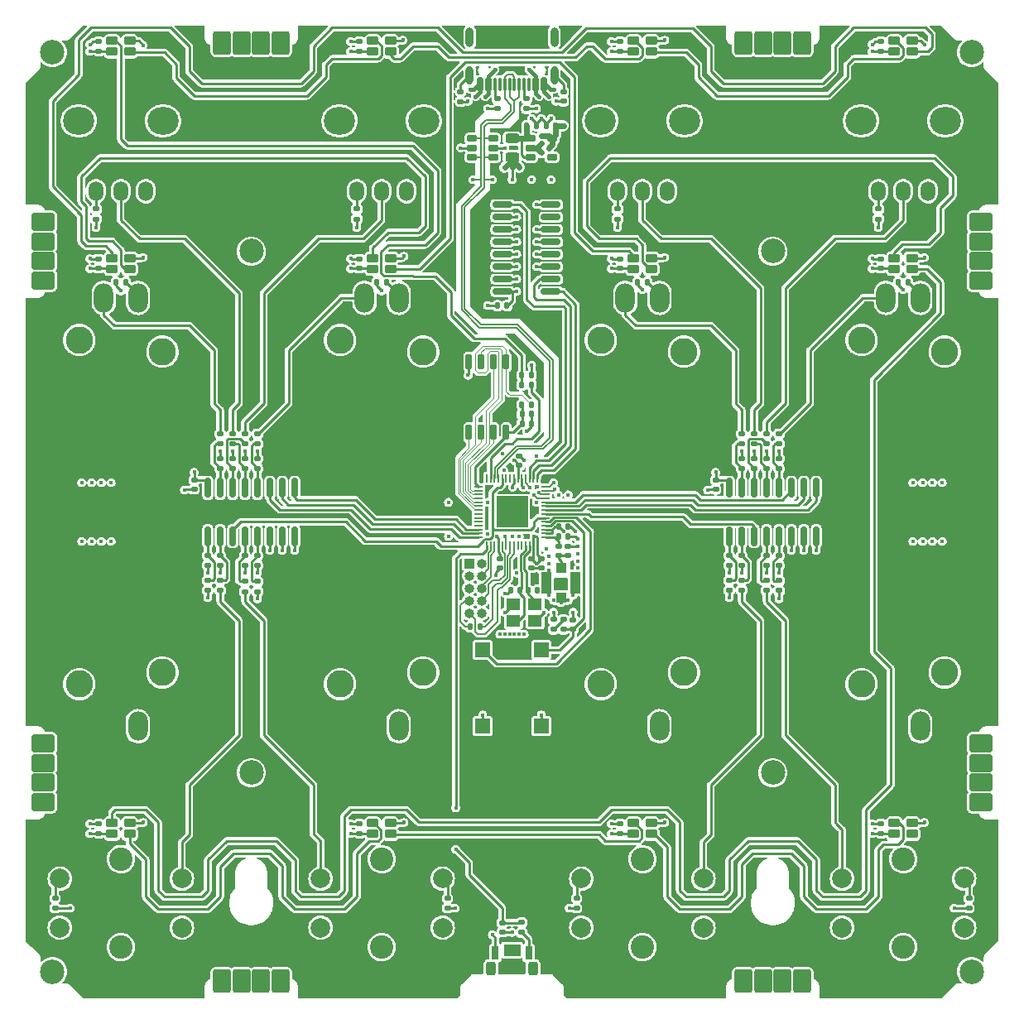
<source format=gbr>
%TF.GenerationSoftware,KiCad,Pcbnew,6.0.7-f9a2dced07~116~ubuntu22.04.1*%
%TF.CreationDate,2022-11-18T16:56:15+01:00*%
%TF.ProjectId,edge_plating_test,65646765-5f70-46c6-9174-696e675f7465,rev?*%
%TF.SameCoordinates,Original*%
%TF.FileFunction,Copper,L1,Top*%
%TF.FilePolarity,Positive*%
%FSLAX46Y46*%
G04 Gerber Fmt 4.6, Leading zero omitted, Abs format (unit mm)*
G04 Created by KiCad (PCBNEW 6.0.7-f9a2dced07~116~ubuntu22.04.1) date 2022-11-18 16:56:15*
%MOMM*%
%LPD*%
G01*
G04 APERTURE LIST*
G04 Aperture macros list*
%AMRoundRect*
0 Rectangle with rounded corners*
0 $1 Rounding radius*
0 $2 $3 $4 $5 $6 $7 $8 $9 X,Y pos of 4 corners*
0 Add a 4 corners polygon primitive as box body*
4,1,4,$2,$3,$4,$5,$6,$7,$8,$9,$2,$3,0*
0 Add four circle primitives for the rounded corners*
1,1,$1+$1,$2,$3*
1,1,$1+$1,$4,$5*
1,1,$1+$1,$6,$7*
1,1,$1+$1,$8,$9*
0 Add four rect primitives between the rounded corners*
20,1,$1+$1,$2,$3,$4,$5,0*
20,1,$1+$1,$4,$5,$6,$7,0*
20,1,$1+$1,$6,$7,$8,$9,0*
20,1,$1+$1,$8,$9,$2,$3,0*%
G04 Aperture macros list end*
%TA.AperFunction,SMDPad,CuDef*%
%ADD10RoundRect,0.140000X-0.170000X0.140000X-0.170000X-0.140000X0.170000X-0.140000X0.170000X0.140000X0*%
%TD*%
%TA.AperFunction,SMDPad,CuDef*%
%ADD11RoundRect,0.140000X0.170000X-0.140000X0.170000X0.140000X-0.170000X0.140000X-0.170000X-0.140000X0*%
%TD*%
%TA.AperFunction,ComponentPad*%
%ADD12RoundRect,0.250200X-0.949800X0.649800X-0.949800X-0.649800X0.949800X-0.649800X0.949800X0.649800X0*%
%TD*%
%TA.AperFunction,SMDPad,CuDef*%
%ADD13RoundRect,0.135000X-0.135000X-0.185000X0.135000X-0.185000X0.135000X0.185000X-0.135000X0.185000X0*%
%TD*%
%TA.AperFunction,SMDPad,CuDef*%
%ADD14RoundRect,0.225000X-0.375000X-0.225000X0.375000X-0.225000X0.375000X0.225000X-0.375000X0.225000X0*%
%TD*%
%TA.AperFunction,SMDPad,CuDef*%
%ADD15RoundRect,0.135000X0.185000X-0.135000X0.185000X0.135000X-0.185000X0.135000X-0.185000X-0.135000X0*%
%TD*%
%TA.AperFunction,SMDPad,CuDef*%
%ADD16RoundRect,0.140000X-0.140000X-0.170000X0.140000X-0.170000X0.140000X0.170000X-0.140000X0.170000X0*%
%TD*%
%TA.AperFunction,ComponentPad*%
%ADD17RoundRect,0.250200X0.949800X-0.649800X0.949800X0.649800X-0.949800X0.649800X-0.949800X-0.649800X0*%
%TD*%
%TA.AperFunction,ComponentPad*%
%ADD18O,1.500000X2.000000*%
%TD*%
%TA.AperFunction,ComponentPad*%
%ADD19O,3.200000X2.800000*%
%TD*%
%TA.AperFunction,SMDPad,CuDef*%
%ADD20RoundRect,0.135000X-0.185000X0.135000X-0.185000X-0.135000X0.185000X-0.135000X0.185000X0.135000X0*%
%TD*%
%TA.AperFunction,ComponentPad*%
%ADD21C,2.000000*%
%TD*%
%TA.AperFunction,ComponentPad*%
%ADD22C,2.400000*%
%TD*%
%TA.AperFunction,SMDPad,CuDef*%
%ADD23RoundRect,0.050000X0.387500X0.050000X-0.387500X0.050000X-0.387500X-0.050000X0.387500X-0.050000X0*%
%TD*%
%TA.AperFunction,SMDPad,CuDef*%
%ADD24RoundRect,0.050000X0.050000X0.387500X-0.050000X0.387500X-0.050000X-0.387500X0.050000X-0.387500X0*%
%TD*%
%TA.AperFunction,SMDPad,CuDef*%
%ADD25R,3.200000X3.200000*%
%TD*%
%TA.AperFunction,ComponentPad*%
%ADD26O,0.800000X1.900000*%
%TD*%
%TA.AperFunction,SMDPad,CuDef*%
%ADD27RoundRect,0.150000X0.150000X0.575000X-0.150000X0.575000X-0.150000X-0.575000X0.150000X-0.575000X0*%
%TD*%
%TA.AperFunction,SMDPad,CuDef*%
%ADD28RoundRect,0.170000X0.000000X0.555000X0.000000X0.555000X0.000000X-0.555000X0.000000X-0.555000X0*%
%TD*%
%TA.AperFunction,ComponentPad*%
%ADD29O,0.800000X2.000000*%
%TD*%
%TA.AperFunction,SMDPad,CuDef*%
%ADD30RoundRect,0.150000X0.150000X-0.825000X0.150000X0.825000X-0.150000X0.825000X-0.150000X-0.825000X0*%
%TD*%
%TA.AperFunction,ComponentPad*%
%ADD31O,2.000000X3.000000*%
%TD*%
%TA.AperFunction,ComponentPad*%
%ADD32C,2.800000*%
%TD*%
%TA.AperFunction,SMDPad,CuDef*%
%ADD33RoundRect,0.140000X0.140000X0.170000X-0.140000X0.170000X-0.140000X-0.170000X0.140000X-0.170000X0*%
%TD*%
%TA.AperFunction,SMDPad,CuDef*%
%ADD34RoundRect,0.147500X0.172500X-0.147500X0.172500X0.147500X-0.172500X0.147500X-0.172500X-0.147500X0*%
%TD*%
%TA.AperFunction,ComponentPad*%
%ADD35RoundRect,0.250200X0.649800X0.949800X-0.649800X0.949800X-0.649800X-0.949800X0.649800X-0.949800X0*%
%TD*%
%TA.AperFunction,SMDPad,CuDef*%
%ADD36R,1.500000X1.500000*%
%TD*%
%TA.AperFunction,SMDPad,CuDef*%
%ADD37RoundRect,0.150000X0.825000X0.150000X-0.825000X0.150000X-0.825000X-0.150000X0.825000X-0.150000X0*%
%TD*%
%TA.AperFunction,SMDPad,CuDef*%
%ADD38RoundRect,0.135000X0.135000X0.185000X-0.135000X0.185000X-0.135000X-0.185000X0.135000X-0.185000X0*%
%TD*%
%TA.AperFunction,SMDPad,CuDef*%
%ADD39RoundRect,0.162500X-0.367500X-0.162500X0.367500X-0.162500X0.367500X0.162500X-0.367500X0.162500X0*%
%TD*%
%TA.AperFunction,ComponentPad*%
%ADD40RoundRect,0.250200X-0.649800X-0.949800X0.649800X-0.949800X0.649800X0.949800X-0.649800X0.949800X0*%
%TD*%
%TA.AperFunction,ComponentPad*%
%ADD41RoundRect,0.250000X0.250000X-0.450000X0.250000X0.450000X-0.250000X0.450000X-0.250000X-0.450000X0*%
%TD*%
%TA.AperFunction,SMDPad,CuDef*%
%ADD42R,1.700000X1.200000*%
%TD*%
%TA.AperFunction,SMDPad,CuDef*%
%ADD43R,0.700000X1.400000*%
%TD*%
%TA.AperFunction,SMDPad,CuDef*%
%ADD44RoundRect,0.243750X-0.456250X0.243750X-0.456250X-0.243750X0.456250X-0.243750X0.456250X0.243750X0*%
%TD*%
%TA.AperFunction,ComponentPad*%
%ADD45C,2.500000*%
%TD*%
%TA.AperFunction,SMDPad,CuDef*%
%ADD46R,1.000000X1.000000*%
%TD*%
%TA.AperFunction,SMDPad,CuDef*%
%ADD47R,1.050000X2.200000*%
%TD*%
%TA.AperFunction,SMDPad,CuDef*%
%ADD48RoundRect,0.150000X-0.150000X0.650000X-0.150000X-0.650000X0.150000X-0.650000X0.150000X0.650000X0*%
%TD*%
%TA.AperFunction,ComponentPad*%
%ADD49R,1.000000X1.000000*%
%TD*%
%TA.AperFunction,ComponentPad*%
%ADD50O,1.000000X1.000000*%
%TD*%
%TA.AperFunction,SMDPad,CuDef*%
%ADD51R,1.400000X1.200000*%
%TD*%
%TA.AperFunction,ViaPad*%
%ADD52C,0.400000*%
%TD*%
%TA.AperFunction,Conductor*%
%ADD53C,0.254000*%
%TD*%
%TA.AperFunction,Conductor*%
%ADD54C,0.191516*%
%TD*%
%TA.AperFunction,Conductor*%
%ADD55C,0.152400*%
%TD*%
%TA.AperFunction,Conductor*%
%ADD56C,0.381000*%
%TD*%
%TA.AperFunction,Conductor*%
%ADD57C,0.110000*%
%TD*%
%TA.AperFunction,Conductor*%
%ADD58C,0.250000*%
%TD*%
%TA.AperFunction,Conductor*%
%ADD59C,0.600000*%
%TD*%
G04 APERTURE END LIST*
D10*
%TO.P,C23,1*%
%TO.N,N/C*%
X70155000Y-104473000D03*
%TO.P,C23,2*%
X70155000Y-105433000D03*
%TD*%
D11*
%TO.P,C20,1*%
%TO.N,N/C*%
X73965000Y-95527000D03*
%TO.P,C20,2*%
X73965000Y-94567000D03*
%TD*%
D12*
%TO.P,REF\u002A\u002A,1*%
%TO.N,N/C*%
X52000000Y-123670000D03*
%TO.P,REF\u002A\u002A,2*%
X52000000Y-125670000D03*
%TO.P,REF\u002A\u002A,3*%
X52000000Y-127670000D03*
%TO.P,REF\u002A\u002A,4*%
X52000000Y-129670000D03*
%TD*%
D13*
%TO.P,R8,1*%
%TO.N,N/C*%
X59485000Y-76505000D03*
%TO.P,R8,2*%
X60505000Y-76505000D03*
%TD*%
D14*
%TO.P,D14,1,DOUT*%
%TO.N,N/C*%
X87565000Y-132935000D03*
%TO.P,D14,2,VSS*%
X87565000Y-131835000D03*
%TO.P,D14,3,DIN*%
X85765000Y-131835000D03*
%TO.P,D14,4,VDD*%
X85765000Y-132935000D03*
%TD*%
D15*
%TO.P,R26,1*%
%TO.N,N/C*%
X126035000Y-93017000D03*
%TO.P,R26,2*%
X126035000Y-91997000D03*
%TD*%
D13*
%TO.P,R33,1*%
%TO.N,N/C*%
X86155000Y-76505000D03*
%TO.P,R33,2*%
X87175000Y-76505000D03*
%TD*%
D16*
%TO.P,C705,1*%
%TO.N,N/C*%
X101020000Y-90000000D03*
%TO.P,C705,2*%
X101980000Y-90000000D03*
%TD*%
D17*
%TO.P,REF\u002A\u002A,1*%
%TO.N,N/C*%
X148000000Y-76330000D03*
%TO.P,REF\u002A\u002A,2*%
X148000000Y-74330000D03*
%TO.P,REF\u002A\u002A,3*%
X148000000Y-72330000D03*
%TO.P,REF\u002A\u002A,4*%
X148000000Y-70330000D03*
%TD*%
D16*
%TO.P,C602,1*%
%TO.N,N/C*%
X101520000Y-60500000D03*
%TO.P,C602,2*%
X102480000Y-60500000D03*
%TD*%
D11*
%TO.P,C707,1*%
%TO.N,N/C*%
X106250000Y-111980000D03*
%TO.P,C707,2*%
X106250000Y-111020000D03*
%TD*%
D10*
%TO.P,C35,1*%
%TO.N,N/C*%
X67488000Y-96726000D03*
%TO.P,C35,2*%
X67488000Y-97686000D03*
%TD*%
%TO.P,C14,1*%
%TO.N,N/C*%
X84379000Y-131905000D03*
%TO.P,C14,2*%
X84379000Y-132865000D03*
%TD*%
D18*
%TO.P,UI3,1,1*%
%TO.N,N/C*%
X110795000Y-67195000D03*
%TO.P,UI3,2,2*%
X113335000Y-67195000D03*
%TO.P,UI3,3,3*%
X115875000Y-67195000D03*
D19*
%TO.P,UI3,4,4*%
X109035000Y-59995000D03*
%TO.P,UI3,5,5*%
X117635000Y-59995000D03*
%TD*%
D11*
%TO.P,C28,1*%
%TO.N,N/C*%
X127305000Y-95527000D03*
%TO.P,C28,2*%
X127305000Y-94567000D03*
%TD*%
D10*
%TO.P,C1,1*%
%TO.N,N/C*%
X57709000Y-51895000D03*
%TO.P,C1,2*%
X57709000Y-52855000D03*
%TD*%
D20*
%TO.P,R601,1*%
%TO.N,N/C*%
X94750000Y-56990000D03*
%TO.P,R601,2*%
X94750000Y-58010000D03*
%TD*%
D10*
%TO.P,C16,1*%
%TO.N,N/C*%
X137719000Y-131905000D03*
%TO.P,C16,2*%
X137719000Y-132865000D03*
%TD*%
D20*
%TO.P,R30,1*%
%TO.N,N/C*%
X127305000Y-107008400D03*
%TO.P,R30,2*%
X127305000Y-108028400D03*
%TD*%
D21*
%TO.P,UI32,1,1*%
%TO.N,N/C*%
X146255000Y-142505000D03*
%TO.P,UI32,4,4*%
X133755000Y-137505000D03*
%TO.P,UI32,2,2*%
X133755000Y-142505000D03*
%TO.P,UI32,3,3*%
X146255000Y-137505000D03*
D22*
%TO.P,UI32,5,5*%
X140005000Y-144505000D03*
%TO.P,UI32,6,6*%
X140005000Y-135505000D03*
%TD*%
D20*
%TO.P,R603,1*%
%TO.N,N/C*%
X98500000Y-57740000D03*
%TO.P,R603,2*%
X98500000Y-58760000D03*
%TD*%
D23*
%TO.P,U701,1,LNA_IN*%
%TO.N,N/C*%
X103437500Y-102600000D03*
%TO.P,U701,2,VDD3P3*%
X103437500Y-102200000D03*
%TO.P,U701,3,VDD3P3*%
X103437500Y-101800000D03*
%TO.P,U701,4,CHIP_PU*%
X103437500Y-101400000D03*
%TO.P,U701,5,GPIO0*%
X103437500Y-101000000D03*
%TO.P,U701,6,GPIO1*%
X103437500Y-100600000D03*
%TO.P,U701,7,GPIO2*%
X103437500Y-100200000D03*
%TO.P,U701,8,GPIO3*%
X103437500Y-99800000D03*
%TO.P,U701,9,GPIO4*%
X103437500Y-99400000D03*
%TO.P,U701,10,GPIO5*%
X103437500Y-99000000D03*
%TO.P,U701,11,GPIO6*%
X103437500Y-98600000D03*
%TO.P,U701,12,GPIO7*%
X103437500Y-98200000D03*
%TO.P,U701,13,GPIO8*%
X103437500Y-97800000D03*
%TO.P,U701,14,GPIO9*%
X103437500Y-97400000D03*
D24*
%TO.P,U701,15,GPIO10*%
X102600000Y-96562500D03*
%TO.P,U701,16,GPIO11*%
X102200000Y-96562500D03*
%TO.P,U701,17,GPIO12*%
X101800000Y-96562500D03*
%TO.P,U701,18,GPIO13*%
X101400000Y-96562500D03*
%TO.P,U701,19,GPIO14*%
X101000000Y-96562500D03*
%TO.P,U701,20,VDD3P3_RTC*%
X100600000Y-96562500D03*
%TO.P,U701,21,GPIO15*%
X100200000Y-96562500D03*
%TO.P,U701,22,GPIO16*%
X99800000Y-96562500D03*
%TO.P,U701,23,GPIO17*%
X99400000Y-96562500D03*
%TO.P,U701,24,GPIO18*%
X99000000Y-96562500D03*
%TO.P,U701,25,GPIO19*%
X98600000Y-96562500D03*
%TO.P,U701,26,GPIO20*%
X98200000Y-96562500D03*
%TO.P,U701,27,GPIO21*%
X97800000Y-96562500D03*
%TO.P,U701,28,GPIO26*%
X97400000Y-96562500D03*
D23*
%TO.P,U701,29,VDD_SPI*%
X96562500Y-97400000D03*
%TO.P,U701,30,GPIO27*%
X96562500Y-97800000D03*
%TO.P,U701,31,GPIO28*%
X96562500Y-98200000D03*
%TO.P,U701,32,GPIO29*%
X96562500Y-98600000D03*
%TO.P,U701,33,GPIO30*%
X96562500Y-99000000D03*
%TO.P,U701,34,GPIO31*%
X96562500Y-99400000D03*
%TO.P,U701,35,GPIO32*%
X96562500Y-99800000D03*
%TO.P,U701,36,GPIO48*%
X96562500Y-100200000D03*
%TO.P,U701,37,GPIO47*%
X96562500Y-100600000D03*
%TO.P,U701,38,GPIO33*%
X96562500Y-101000000D03*
%TO.P,U701,39,GPIO34*%
X96562500Y-101400000D03*
%TO.P,U701,40,GPIO35*%
X96562500Y-101800000D03*
%TO.P,U701,41,GPIO36*%
X96562500Y-102200000D03*
%TO.P,U701,42,GPIO37*%
X96562500Y-102600000D03*
D24*
%TO.P,U701,43,GPIO38*%
X97400000Y-103437500D03*
%TO.P,U701,44,GPIO39*%
X97800000Y-103437500D03*
%TO.P,U701,45,GPIO40*%
X98200000Y-103437500D03*
%TO.P,U701,46,VDD3P3_CPU*%
X98600000Y-103437500D03*
%TO.P,U701,47,GPIO41*%
X99000000Y-103437500D03*
%TO.P,U701,48,GPIO42*%
X99400000Y-103437500D03*
%TO.P,U701,49,GPIO43*%
X99800000Y-103437500D03*
%TO.P,U701,50,GPIO44*%
X100200000Y-103437500D03*
%TO.P,U701,51,GPIO45*%
X100600000Y-103437500D03*
%TO.P,U701,52,GPIO46*%
X101000000Y-103437500D03*
%TO.P,U701,53,XTAL_N*%
X101400000Y-103437500D03*
%TO.P,U701,54,XTAL_P*%
X101800000Y-103437500D03*
%TO.P,U701,55,VDDA1*%
X102200000Y-103437500D03*
%TO.P,U701,56,VDDA2*%
X102600000Y-103437500D03*
D25*
%TO.P,U701,57,GND*%
X100000000Y-100000000D03*
%TD*%
D10*
%TO.P,C715,1*%
%TO.N,N/C*%
X102000000Y-104770000D03*
%TO.P,C715,2*%
X102000000Y-105730000D03*
%TD*%
D20*
%TO.P,R32,1*%
%TO.N,N/C*%
X126035000Y-107008400D03*
%TO.P,R32,2*%
X126035000Y-108028400D03*
%TD*%
D15*
%TO.P,R17,1*%
%TO.N,N/C*%
X71425000Y-93017000D03*
%TO.P,R17,2*%
X71425000Y-91997000D03*
%TD*%
D20*
%TO.P,R31,1*%
%TO.N,N/C*%
X123495000Y-106957600D03*
%TO.P,R31,2*%
X123495000Y-107977600D03*
%TD*%
%TO.P,R16,1*%
%TO.N,N/C*%
X146736000Y-139495000D03*
%TO.P,R16,2*%
X146736000Y-140515000D03*
%TD*%
D11*
%TO.P,C19,1*%
%TO.N,N/C*%
X70155000Y-95527000D03*
%TO.P,C19,2*%
X70155000Y-94567000D03*
%TD*%
D26*
%TO.P,J601,S1,SHIELD*%
%TO.N,N/C*%
X104320000Y-55380000D03*
D27*
%TO.P,J601,A1B12,GND*%
X103250000Y-56295000D03*
%TO.P,J601,A4B9,VBUS*%
X102450000Y-56295000D03*
D28*
%TO.P,J601,B8,SBU2*%
X101750000Y-56295000D03*
%TO.P,J601,A5,CC1*%
X101250000Y-56295000D03*
%TO.P,J601,B7,D-*%
X100750000Y-56295000D03*
%TO.P,J601,A6,D+*%
X100250000Y-56295000D03*
%TO.P,J601,A7,D-*%
X99750000Y-56295000D03*
D27*
%TO.P,J601,A12B1,GND*%
X96750000Y-56295000D03*
D28*
%TO.P,J601,B5,CC2*%
X98250000Y-56295000D03*
%TO.P,J601,A8,SBU1*%
X98750000Y-56295000D03*
%TO.P,J601,B6,D+*%
X99250000Y-56295000D03*
D27*
%TO.P,J601,A9B4,VBUS*%
X97550000Y-56295000D03*
D26*
%TO.P,J601,S2,SHIELD*%
X95680000Y-55380000D03*
D29*
%TO.P,J601,S4,SHIELD*%
X95680000Y-51450000D03*
%TO.P,J601,S3,SHIELD*%
X104320000Y-51450000D03*
%TD*%
D20*
%TO.P,R705,1*%
%TO.N,N/C*%
X105250000Y-110990000D03*
%TO.P,R705,2*%
X105250000Y-112010000D03*
%TD*%
%TO.P,R23,1*%
%TO.N,N/C*%
X70155000Y-106983000D03*
%TO.P,R23,2*%
X70155000Y-108003000D03*
%TD*%
D18*
%TO.P,UI4,1,1*%
%TO.N,N/C*%
X137465000Y-67195000D03*
%TO.P,UI4,2,2*%
X140005000Y-67195000D03*
%TO.P,UI4,3,3*%
X142545000Y-67195000D03*
D19*
%TO.P,UI4,4,4*%
X135705000Y-59995000D03*
%TO.P,UI4,5,5*%
X144305000Y-59995000D03*
%TD*%
D16*
%TO.P,C706,1*%
%TO.N,N/C*%
X101020000Y-91000000D03*
%TO.P,C706,2*%
X101980000Y-91000000D03*
%TD*%
D21*
%TO.P,UI31,1,1*%
%TO.N,N/C*%
X119585000Y-142505000D03*
%TO.P,UI31,4,4*%
X107085000Y-137505000D03*
%TO.P,UI31,2,2*%
X107085000Y-142505000D03*
%TO.P,UI31,3,3*%
X119585000Y-137505000D03*
D22*
%TO.P,UI31,5,5*%
X113335000Y-144505000D03*
%TO.P,UI31,6,6*%
X113335000Y-135505000D03*
%TD*%
D21*
%TO.P,UI30,1,1*%
%TO.N,N/C*%
X92915000Y-142505000D03*
%TO.P,UI30,4,4*%
X80415000Y-137505000D03*
%TO.P,UI30,2,2*%
X80415000Y-142505000D03*
%TO.P,UI30,3,3*%
X92915000Y-137505000D03*
D22*
%TO.P,UI30,5,5*%
X86665000Y-144505000D03*
%TO.P,UI30,6,6*%
X86665000Y-135505000D03*
%TD*%
D30*
%TO.P,U1,1,X4*%
%TO.N,N/C*%
X68885000Y-102475000D03*
%TO.P,U1,2,X6*%
X70155000Y-102475000D03*
%TO.P,U1,3,X*%
X71425000Y-102475000D03*
%TO.P,U1,4,X7*%
X72695000Y-102475000D03*
%TO.P,U1,5,X5*%
X73965000Y-102475000D03*
%TO.P,U1,6,Inh*%
X75235000Y-102475000D03*
%TO.P,U1,7,VEE*%
X76505000Y-102475000D03*
%TO.P,U1,8,VSS*%
X77775000Y-102475000D03*
%TO.P,U1,9,C*%
X77775000Y-97525000D03*
%TO.P,U1,10,B*%
X76505000Y-97525000D03*
%TO.P,U1,11,A*%
X75235000Y-97525000D03*
%TO.P,U1,12,X3*%
X73965000Y-97525000D03*
%TO.P,U1,13,X0*%
X72695000Y-97525000D03*
%TO.P,U1,14,X1*%
X71425000Y-97525000D03*
%TO.P,U1,15,X2*%
X70155000Y-97525000D03*
%TO.P,U1,16,VDD*%
X68885000Y-97525000D03*
%TD*%
D11*
%TO.P,C26,1*%
%TO.N,N/C*%
X124765000Y-95527000D03*
%TO.P,C26,2*%
X124765000Y-94567000D03*
%TD*%
D31*
%TO.P,UI7,1,1*%
%TO.N,N/C*%
X115085000Y-78100000D03*
%TO.P,UI7,2,2*%
X111585000Y-78100000D03*
%TO.P,UI7,3,3*%
X115085000Y-121900000D03*
D32*
%TO.P,UI7,4,4*%
X117585000Y-83600000D03*
%TO.P,UI7,5,5*%
X109085000Y-82400000D03*
%TO.P,UI7,6,6*%
X117585000Y-116400000D03*
%TO.P,UI7,7,7*%
X109085000Y-117600000D03*
%TD*%
D20*
%TO.P,R21,1*%
%TO.N,N/C*%
X68885000Y-106983000D03*
%TO.P,R21,2*%
X68885000Y-108003000D03*
%TD*%
D15*
%TO.P,R28,1*%
%TO.N,N/C*%
X127305000Y-93017000D03*
%TO.P,R28,2*%
X127305000Y-91997000D03*
%TD*%
D18*
%TO.P,UI2,1,1*%
%TO.N,N/C*%
X84125000Y-67195000D03*
%TO.P,UI2,2,2*%
X86665000Y-67195000D03*
%TO.P,UI2,3,3*%
X89205000Y-67195000D03*
D19*
%TO.P,UI2,4,4*%
X82365000Y-59995000D03*
%TO.P,UI2,5,5*%
X90965000Y-59995000D03*
%TD*%
D33*
%TO.P,C33,1*%
%TO.N,N/C*%
X99480000Y-78887500D03*
%TO.P,C33,2*%
X98520000Y-78887500D03*
%TD*%
D17*
%TO.P,REF\u002A\u002A,1*%
%TO.N,N/C*%
X148000000Y-129670000D03*
%TO.P,REF\u002A\u002A,2*%
X148000000Y-127670000D03*
%TO.P,REF\u002A\u002A,3*%
X148000000Y-125670000D03*
%TO.P,REF\u002A\u002A,4*%
X148000000Y-123670000D03*
%TD*%
D10*
%TO.P,C32,1*%
%TO.N,N/C*%
X126035000Y-104473000D03*
%TO.P,C32,2*%
X126035000Y-105433000D03*
%TD*%
D14*
%TO.P,D7,1,DOUT*%
%TO.N,N/C*%
X114235000Y-75150000D03*
%TO.P,D7,2,VSS*%
X114235000Y-74050000D03*
%TO.P,D7,3,DIN*%
X112435000Y-74050000D03*
%TO.P,D7,4,VDD*%
X112435000Y-75150000D03*
%TD*%
D11*
%TO.P,C25,1*%
%TO.N,N/C*%
X126035000Y-95527000D03*
%TO.P,C25,2*%
X126035000Y-94567000D03*
%TD*%
D10*
%TO.P,C21,1*%
%TO.N,N/C*%
X68885000Y-104473000D03*
%TO.P,C21,2*%
X68885000Y-105433000D03*
%TD*%
D20*
%TO.P,R14,1*%
%TO.N,N/C*%
X93396000Y-139495000D03*
%TO.P,R14,2*%
X93396000Y-140515000D03*
%TD*%
D11*
%TO.P,C701,1*%
%TO.N,N/C*%
X105750000Y-104480000D03*
%TO.P,C701,2*%
X105750000Y-103520000D03*
%TD*%
D15*
%TO.P,R20,1*%
%TO.N,N/C*%
X73965000Y-93017000D03*
%TO.P,R20,2*%
X73965000Y-91997000D03*
%TD*%
D34*
%TO.P,L701,1*%
%TO.N,N/C*%
X104750000Y-104470000D03*
%TO.P,L701,2*%
X104750000Y-103500000D03*
%TD*%
D10*
%TO.P,C13,1*%
%TO.N,N/C*%
X57709000Y-131905000D03*
%TO.P,C13,2*%
X57709000Y-132865000D03*
%TD*%
%TO.P,C3,1*%
%TO.N,N/C*%
X111049000Y-51895000D03*
%TO.P,C3,2*%
X111049000Y-52855000D03*
%TD*%
%TO.P,C29,1*%
%TO.N,N/C*%
X122225000Y-104473000D03*
%TO.P,C29,2*%
X122225000Y-105433000D03*
%TD*%
D14*
%TO.P,D8,1,DOUT*%
%TO.N,N/C*%
X140905000Y-75150000D03*
%TO.P,D8,2,VSS*%
X140905000Y-74050000D03*
%TO.P,D8,3,DIN*%
X139105000Y-74050000D03*
%TO.P,D8,4,VDD*%
X139105000Y-75150000D03*
%TD*%
D10*
%TO.P,C2,1*%
%TO.N,N/C*%
X84379000Y-51895000D03*
%TO.P,C2,2*%
X84379000Y-52855000D03*
%TD*%
D15*
%TO.P,R27,1*%
%TO.N,N/C*%
X123495000Y-93017000D03*
%TO.P,R27,2*%
X123495000Y-91997000D03*
%TD*%
D13*
%TO.P,R703,1*%
%TO.N,N/C*%
X100990000Y-89000000D03*
%TO.P,R703,2*%
X102010000Y-89000000D03*
%TD*%
D15*
%TO.P,R10,1*%
%TO.N,N/C*%
X84125000Y-70030000D03*
%TO.P,R10,2*%
X84125000Y-69010000D03*
%TD*%
D35*
%TO.P,REF\u002A\u002A,1*%
%TO.N,N/C*%
X76330000Y-52000000D03*
%TO.P,REF\u002A\u002A,2*%
X74330000Y-52000000D03*
%TO.P,REF\u002A\u002A,3*%
X72330000Y-52000000D03*
%TO.P,REF\u002A\u002A,4*%
X70330000Y-52000000D03*
%TD*%
D10*
%TO.P,C52,1*%
%TO.N,N/C*%
X120828000Y-96726000D03*
%TO.P,C52,2*%
X120828000Y-97686000D03*
%TD*%
D11*
%TO.P,C18,1*%
%TO.N,N/C*%
X71425000Y-95527000D03*
%TO.P,C18,2*%
X71425000Y-94567000D03*
%TD*%
D14*
%TO.P,D5,1,DOUT*%
%TO.N,N/C*%
X60895000Y-75150000D03*
%TO.P,D5,2,VSS*%
X60895000Y-74050000D03*
%TO.P,D5,3,DIN*%
X59095000Y-74050000D03*
%TO.P,D5,4,VDD*%
X59095000Y-75150000D03*
%TD*%
D20*
%TO.P,R24,1*%
%TO.N,N/C*%
X72695000Y-107110000D03*
%TO.P,R24,2*%
X72695000Y-108130000D03*
%TD*%
D36*
%TO.P,SW701,1,A*%
%TO.N,N/C*%
X103000000Y-121900000D03*
%TO.P,SW701,2,B*%
X103000000Y-114100000D03*
%TD*%
D14*
%TO.P,D16,1,DOUT*%
%TO.N,N/C*%
X140905000Y-132935000D03*
%TO.P,D16,2,VSS*%
X140905000Y-131835000D03*
%TO.P,D16,3,DIN*%
X139105000Y-131835000D03*
%TO.P,D16,4,VDD*%
X139105000Y-132935000D03*
%TD*%
D35*
%TO.P,REF\u002A\u002A,1*%
%TO.N,N/C*%
X129670000Y-52000000D03*
%TO.P,REF\u002A\u002A,2*%
X127670000Y-52000000D03*
%TO.P,REF\u002A\u002A,3*%
X125670000Y-52000000D03*
%TO.P,REF\u002A\u002A,4*%
X123670000Y-52000000D03*
%TD*%
D14*
%TO.P,D13,1,DOUT*%
%TO.N,N/C*%
X60895000Y-132935000D03*
%TO.P,D13,2,VSS*%
X60895000Y-131835000D03*
%TO.P,D13,3,DIN*%
X59095000Y-131835000D03*
%TO.P,D13,4,VDD*%
X59095000Y-132935000D03*
%TD*%
D31*
%TO.P,UI8,1,1*%
%TO.N,N/C*%
X141755000Y-78100000D03*
%TO.P,UI8,2,2*%
X138255000Y-78100000D03*
%TO.P,UI8,3,3*%
X141755000Y-121900000D03*
D32*
%TO.P,UI8,4,4*%
X144255000Y-83600000D03*
%TO.P,UI8,5,5*%
X135755000Y-82400000D03*
%TO.P,UI8,6,6*%
X144255000Y-116400000D03*
%TO.P,UI8,7,7*%
X135755000Y-117600000D03*
%TD*%
D37*
%TO.P,U3,1,SH/~{LD}*%
%TO.N,N/C*%
X103975000Y-77445000D03*
%TO.P,U3,2,CLK*%
X103975000Y-76175000D03*
%TO.P,U3,3,D4*%
X103975000Y-74905000D03*
%TO.P,U3,4,D5*%
X103975000Y-73635000D03*
%TO.P,U3,5,D6*%
X103975000Y-72365000D03*
%TO.P,U3,6,D7*%
X103975000Y-71095000D03*
%TO.P,U3,7,~{Q}*%
X103975000Y-69825000D03*
%TO.P,U3,8,GND*%
X103975000Y-68555000D03*
%TO.P,U3,9,Q*%
X99025000Y-68555000D03*
%TO.P,U3,10,SI*%
X99025000Y-69825000D03*
%TO.P,U3,11,D0*%
X99025000Y-71095000D03*
%TO.P,U3,12,D1*%
X99025000Y-72365000D03*
%TO.P,U3,13,D2*%
X99025000Y-73635000D03*
%TO.P,U3,14,D3*%
X99025000Y-74905000D03*
%TO.P,U3,15,INH*%
X99025000Y-76175000D03*
%TO.P,U3,16,VCC*%
X99025000Y-77445000D03*
%TD*%
D14*
%TO.P,D6,1,DOUT*%
%TO.N,N/C*%
X87565000Y-75150000D03*
%TO.P,D6,2,VSS*%
X87565000Y-74050000D03*
%TO.P,D6,3,DIN*%
X85765000Y-74050000D03*
%TO.P,D6,4,VDD*%
X85765000Y-75150000D03*
%TD*%
D38*
%TO.P,R702,1*%
%TO.N,N/C*%
X102010000Y-86000000D03*
%TO.P,R702,2*%
X100990000Y-86000000D03*
%TD*%
D10*
%TO.P,C6,1*%
%TO.N,N/C*%
X84379000Y-74120000D03*
%TO.P,C6,2*%
X84379000Y-75080000D03*
%TD*%
%TO.P,C5,1*%
%TO.N,N/C*%
X57709000Y-74120000D03*
%TO.P,C5,2*%
X57709000Y-75080000D03*
%TD*%
D18*
%TO.P,UI1,1,1*%
%TO.N,N/C*%
X57455000Y-67195000D03*
%TO.P,UI1,2,2*%
X59995000Y-67195000D03*
%TO.P,UI1,3,3*%
X62535000Y-67195000D03*
D19*
%TO.P,UI1,4,4*%
X55695000Y-59995000D03*
%TO.P,UI1,5,5*%
X64295000Y-59995000D03*
%TD*%
D15*
%TO.P,R19,1*%
%TO.N,N/C*%
X70155000Y-93017000D03*
%TO.P,R19,2*%
X70155000Y-91997000D03*
%TD*%
D20*
%TO.P,R15,1*%
%TO.N,N/C*%
X106604000Y-139495000D03*
%TO.P,R15,2*%
X106604000Y-140515000D03*
%TD*%
D10*
%TO.P,C714,1*%
%TO.N,N/C*%
X98750000Y-104770000D03*
%TO.P,C714,2*%
X98750000Y-105730000D03*
%TD*%
D20*
%TO.P,R602,1*%
%TO.N,N/C*%
X101500000Y-57740000D03*
%TO.P,R602,2*%
X101500000Y-58760000D03*
%TD*%
D36*
%TO.P,SW702,1,A*%
%TO.N,N/C*%
X97000000Y-121900000D03*
%TO.P,SW702,2,B*%
X97000000Y-114100000D03*
%TD*%
D15*
%TO.P,R706,1*%
%TO.N,N/C*%
X101000000Y-143010000D03*
%TO.P,R706,2*%
X101000000Y-141990000D03*
%TD*%
D11*
%TO.P,C713,1*%
%TO.N,N/C*%
X100750000Y-95230000D03*
%TO.P,C713,2*%
X100750000Y-94270000D03*
%TD*%
D39*
%TO.P,U602,1,IN*%
%TO.N,N/C*%
X101900000Y-61800000D03*
%TO.P,U602,2,GND*%
X101900000Y-62750000D03*
%TO.P,U602,3,EN*%
X101900000Y-63700000D03*
%TO.P,U602,4,NC*%
X104100000Y-63700000D03*
%TO.P,U602,5,OUT*%
X104100000Y-61800000D03*
%TD*%
D14*
%TO.P,D2,1,DOUT*%
%TO.N,N/C*%
X87565000Y-52925000D03*
%TO.P,D2,2,VSS*%
X87565000Y-51825000D03*
%TO.P,D2,3,DIN*%
X85765000Y-51825000D03*
%TO.P,D2,4,VDD*%
X85765000Y-52925000D03*
%TD*%
D39*
%TO.P,U601,1*%
%TO.N,N/C*%
X95900000Y-61800000D03*
%TO.P,U601,2*%
X95900000Y-62750000D03*
%TO.P,U601,3*%
X95900000Y-63700000D03*
%TO.P,U601,4*%
X98100000Y-63700000D03*
%TO.P,U601,5*%
X98100000Y-62750000D03*
%TO.P,U601,6*%
X98100000Y-61800000D03*
%TD*%
D33*
%TO.P,C704,1*%
%TO.N,N/C*%
X100830000Y-108000000D03*
%TO.P,C704,2*%
X99870000Y-108000000D03*
%TD*%
D40*
%TO.P,REF\u002A\u002A,1*%
%TO.N,N/C*%
X70330000Y-148000000D03*
%TO.P,REF\u002A\u002A,2*%
X72330000Y-148000000D03*
%TO.P,REF\u002A\u002A,3*%
X74330000Y-148000000D03*
%TO.P,REF\u002A\u002A,4*%
X76330000Y-148000000D03*
%TD*%
D20*
%TO.P,R22,1*%
%TO.N,N/C*%
X73965000Y-107110000D03*
%TO.P,R22,2*%
X73965000Y-108130000D03*
%TD*%
D10*
%TO.P,C716,1*%
%TO.N,N/C*%
X103000000Y-104770000D03*
%TO.P,C716,2*%
X103000000Y-105730000D03*
%TD*%
D13*
%TO.P,R37,1*%
%TO.N,N/C*%
X139495000Y-76505000D03*
%TO.P,R37,2*%
X140515000Y-76505000D03*
%TD*%
D10*
%TO.P,C30,1*%
%TO.N,N/C*%
X127305000Y-104473000D03*
%TO.P,C30,2*%
X127305000Y-105433000D03*
%TD*%
D15*
%TO.P,R34,1*%
%TO.N,N/C*%
X110795000Y-70030000D03*
%TO.P,R34,2*%
X110795000Y-69010000D03*
%TD*%
D10*
%TO.P,C7,1*%
%TO.N,N/C*%
X111049000Y-74120000D03*
%TO.P,C7,2*%
X111049000Y-75080000D03*
%TD*%
%TO.P,C24,1*%
%TO.N,N/C*%
X72695000Y-104473000D03*
%TO.P,C24,2*%
X72695000Y-105433000D03*
%TD*%
D11*
%TO.P,C17,1*%
%TO.N,N/C*%
X72695000Y-95527000D03*
%TO.P,C17,2*%
X72695000Y-94567000D03*
%TD*%
D10*
%TO.P,C4,1*%
%TO.N,N/C*%
X137719000Y-51895000D03*
%TO.P,C4,2*%
X137719000Y-52855000D03*
%TD*%
D40*
%TO.P,REF\u002A\u002A,1*%
%TO.N,N/C*%
X123670000Y-148000000D03*
%TO.P,REF\u002A\u002A,2*%
X125670000Y-148000000D03*
%TO.P,REF\u002A\u002A,3*%
X127670000Y-148000000D03*
%TO.P,REF\u002A\u002A,4*%
X129670000Y-148000000D03*
%TD*%
D14*
%TO.P,D1,1,DOUT*%
%TO.N,N/C*%
X60895000Y-52925000D03*
%TO.P,D1,2,VSS*%
X60895000Y-51825000D03*
%TO.P,D1,3,DIN*%
X59095000Y-51825000D03*
%TO.P,D1,4,VDD*%
X59095000Y-52925000D03*
%TD*%
D31*
%TO.P,UI6,1,1*%
%TO.N,N/C*%
X88415000Y-78100000D03*
%TO.P,UI6,2,2*%
X84915000Y-78100000D03*
%TO.P,UI6,3,3*%
X88415000Y-121900000D03*
D32*
%TO.P,UI6,4,4*%
X90915000Y-83600000D03*
%TO.P,UI6,5,5*%
X82415000Y-82400000D03*
%TO.P,UI6,6,6*%
X90915000Y-116400000D03*
%TO.P,UI6,7,7*%
X82415000Y-117600000D03*
%TD*%
D11*
%TO.P,C27,1*%
%TO.N,N/C*%
X123495000Y-95527000D03*
%TO.P,C27,2*%
X123495000Y-94567000D03*
%TD*%
D14*
%TO.P,D15,1,DOUT*%
%TO.N,N/C*%
X114235000Y-132935000D03*
%TO.P,D15,2,VSS*%
X114235000Y-131835000D03*
%TO.P,D15,3,DIN*%
X112435000Y-131835000D03*
%TO.P,D15,4,VDD*%
X112435000Y-132935000D03*
%TD*%
D16*
%TO.P,C603,1*%
%TO.N,N/C*%
X103520000Y-60500000D03*
%TO.P,C603,2*%
X104480000Y-60500000D03*
%TD*%
D38*
%TO.P,R701,1*%
%TO.N,N/C*%
X102010000Y-87000000D03*
%TO.P,R701,2*%
X100990000Y-87000000D03*
%TD*%
D41*
%TO.P,SW703,*%
%TO.N,*%
X102150000Y-146700000D03*
X97850000Y-146700000D03*
D42*
X100000000Y-144800000D03*
D43*
%TO.P,SW703,1,A*%
%TO.N,N/C*%
X101700000Y-145100000D03*
%TO.P,SW703,2,B*%
X98300000Y-145100000D03*
%TD*%
D20*
%TO.P,R29,1*%
%TO.N,N/C*%
X122225000Y-106983000D03*
%TO.P,R29,2*%
X122225000Y-108003000D03*
%TD*%
D44*
%TO.P,L601,1*%
%TO.N,N/C*%
X100000000Y-61812500D03*
%TO.P,L601,2*%
X100000000Y-63687500D03*
%TD*%
D16*
%TO.P,C712,1*%
%TO.N,N/C*%
X104770000Y-101500000D03*
%TO.P,C712,2*%
X105730000Y-101500000D03*
%TD*%
D15*
%TO.P,R4,1*%
%TO.N,N/C*%
X57455000Y-70030000D03*
%TO.P,R4,2*%
X57455000Y-69010000D03*
%TD*%
D45*
%TO.P,M501,1,Pin_1*%
%TO.N,N/C*%
X53000000Y-53000000D03*
%TO.P,M501,2,Pin_2*%
X147000000Y-53000000D03*
%TO.P,M501,3,Pin_3*%
X147000000Y-147000000D03*
%TO.P,M501,4,Pin_4*%
X53000000Y-147000000D03*
%TO.P,M501,5,Pin_5*%
X73330000Y-73330000D03*
%TO.P,M501,6,Pin_6*%
X126670000Y-73330000D03*
%TO.P,M501,7,Pin_7*%
X126670000Y-126670000D03*
%TO.P,M501,8,Pin_8*%
X73330000Y-126670000D03*
%TD*%
D10*
%TO.P,C22,1*%
%TO.N,N/C*%
X73965000Y-104473000D03*
%TO.P,C22,2*%
X73965000Y-105433000D03*
%TD*%
D20*
%TO.P,R704,1*%
%TO.N,N/C*%
X104250000Y-110990000D03*
%TO.P,R704,2*%
X104250000Y-112010000D03*
%TD*%
D13*
%TO.P,R707,1*%
%TO.N,N/C*%
X95740000Y-111750000D03*
%TO.P,R707,2*%
X96760000Y-111750000D03*
%TD*%
D16*
%TO.P,C703,1*%
%TO.N,N/C*%
X101620000Y-108000000D03*
%TO.P,C703,2*%
X102580000Y-108000000D03*
%TD*%
D10*
%TO.P,C708,1*%
%TO.N,N/C*%
X99000000Y-142020000D03*
%TO.P,C708,2*%
X99000000Y-142980000D03*
%TD*%
D14*
%TO.P,D3,1,DOUT*%
%TO.N,N/C*%
X114235000Y-52925000D03*
%TO.P,D3,2,VSS*%
X114235000Y-51825000D03*
%TO.P,D3,3,DIN*%
X112435000Y-51825000D03*
%TO.P,D3,4,VDD*%
X112435000Y-52925000D03*
%TD*%
D15*
%TO.P,R36,1*%
%TO.N,N/C*%
X137465000Y-70030000D03*
%TO.P,R36,2*%
X137465000Y-69010000D03*
%TD*%
D21*
%TO.P,UI29,1,1*%
%TO.N,N/C*%
X66245000Y-142505000D03*
%TO.P,UI29,4,4*%
X53745000Y-137505000D03*
%TO.P,UI29,2,2*%
X53745000Y-142505000D03*
%TO.P,UI29,3,3*%
X66245000Y-137505000D03*
D22*
%TO.P,UI29,5,5*%
X59995000Y-144505000D03*
%TO.P,UI29,6,6*%
X59995000Y-135505000D03*
%TD*%
D12*
%TO.P,REF\u002A\u002A,1*%
%TO.N,N/C*%
X52000000Y-70330000D03*
%TO.P,REF\u002A\u002A,2*%
X52000000Y-72330000D03*
%TO.P,REF\u002A\u002A,3*%
X52000000Y-74330000D03*
%TO.P,REF\u002A\u002A,4*%
X52000000Y-76330000D03*
%TD*%
D13*
%TO.P,R35,1*%
%TO.N,N/C*%
X112825000Y-76505000D03*
%TO.P,R35,2*%
X113845000Y-76505000D03*
%TD*%
D46*
%TO.P,J701,1,In*%
%TO.N,N/C*%
X105000000Y-105750000D03*
D47*
%TO.P,J701,2,Ext*%
X103525000Y-107250000D03*
D46*
X105000000Y-108750000D03*
D47*
X106475000Y-107250000D03*
%TD*%
D15*
%TO.P,R25,1*%
%TO.N,N/C*%
X124765000Y-93017000D03*
%TO.P,R25,2*%
X124765000Y-91997000D03*
%TD*%
D10*
%TO.P,C31,1*%
%TO.N,N/C*%
X123495000Y-104473000D03*
%TO.P,C31,2*%
X123495000Y-105433000D03*
%TD*%
%TO.P,C601,1*%
%TO.N,N/C*%
X105250000Y-57020000D03*
%TO.P,C601,2*%
X105250000Y-57980000D03*
%TD*%
D20*
%TO.P,R13,1*%
%TO.N,N/C*%
X53264000Y-139495000D03*
%TO.P,R13,2*%
X53264000Y-140515000D03*
%TD*%
D48*
%TO.P,U702,1,~{CS}*%
%TO.N,N/C*%
X99405000Y-84650000D03*
%TO.P,U702,2,DO(IO1)*%
X98135000Y-84650000D03*
%TO.P,U702,3,IO2*%
X96865000Y-84650000D03*
%TO.P,U702,4,GND*%
X95595000Y-84650000D03*
%TO.P,U702,5,DI(IO0)*%
X95595000Y-91850000D03*
%TO.P,U702,6,CLK*%
X96865000Y-91850000D03*
%TO.P,U702,7,IO3*%
X98135000Y-91850000D03*
%TO.P,U702,8,VCC*%
X99405000Y-91850000D03*
%TD*%
D15*
%TO.P,R18,1*%
%TO.N,N/C*%
X72695000Y-93017000D03*
%TO.P,R18,2*%
X72695000Y-91997000D03*
%TD*%
D49*
%TO.P,J702,1,Pin_1*%
%TO.N,N/C*%
X95625000Y-105250000D03*
D50*
%TO.P,J702,2,Pin_2*%
X96895000Y-105250000D03*
%TO.P,J702,3,Pin_3*%
X95625000Y-106520000D03*
%TO.P,J702,4,Pin_4*%
X96895000Y-106520000D03*
%TO.P,J702,5,Pin_5*%
X95625000Y-107790000D03*
%TO.P,J702,6,Pin_6*%
X96895000Y-107790000D03*
%TO.P,J702,7,Pin_7*%
X95625000Y-109060000D03*
%TO.P,J702,8,Pin_8*%
X96895000Y-109060000D03*
%TO.P,J702,9,Pin_9*%
X95625000Y-110330000D03*
%TO.P,J702,10,Pin_10*%
X96895000Y-110330000D03*
%TD*%
D14*
%TO.P,D4,1,DOUT*%
%TO.N,N/C*%
X140905000Y-52925000D03*
%TO.P,D4,2,VSS*%
X140905000Y-51825000D03*
%TO.P,D4,3,DIN*%
X139105000Y-51825000D03*
%TO.P,D4,4,VDD*%
X139105000Y-52925000D03*
%TD*%
D10*
%TO.P,C8,1*%
%TO.N,N/C*%
X137719000Y-74120000D03*
%TO.P,C8,2*%
X137719000Y-75080000D03*
%TD*%
D16*
%TO.P,C702,1*%
%TO.N,N/C*%
X104770000Y-102500000D03*
%TO.P,C702,2*%
X105730000Y-102500000D03*
%TD*%
D30*
%TO.P,U2,1,X4*%
%TO.N,N/C*%
X122225000Y-102475000D03*
%TO.P,U2,2,X6*%
X123495000Y-102475000D03*
%TO.P,U2,3,X*%
X124765000Y-102475000D03*
%TO.P,U2,4,X7*%
X126035000Y-102475000D03*
%TO.P,U2,5,X5*%
X127305000Y-102475000D03*
%TO.P,U2,6,Inh*%
X128575000Y-102475000D03*
%TO.P,U2,7,VEE*%
X129845000Y-102475000D03*
%TO.P,U2,8,VSS*%
X131115000Y-102475000D03*
%TO.P,U2,9,C*%
X131115000Y-97525000D03*
%TO.P,U2,10,B*%
X129845000Y-97525000D03*
%TO.P,U2,11,A*%
X128575000Y-97525000D03*
%TO.P,U2,12,X3*%
X127305000Y-97525000D03*
%TO.P,U2,13,X0*%
X126035000Y-97525000D03*
%TO.P,U2,14,X1*%
X124765000Y-97525000D03*
%TO.P,U2,15,X2*%
X123495000Y-97525000D03*
%TO.P,U2,16,VDD*%
X122225000Y-97525000D03*
%TD*%
D51*
%TO.P,Y701,1,1*%
%TO.N,N/C*%
X102350000Y-109400000D03*
%TO.P,Y701,2,2*%
X100150000Y-109400000D03*
%TO.P,Y701,3,3*%
X100150000Y-111100000D03*
%TO.P,Y701,4,4*%
X102350000Y-111100000D03*
%TD*%
D10*
%TO.P,C15,1*%
%TO.N,N/C*%
X111049000Y-131905000D03*
%TO.P,C15,2*%
X111049000Y-132865000D03*
%TD*%
D31*
%TO.P,UI5,1,1*%
%TO.N,N/C*%
X61745000Y-78100000D03*
%TO.P,UI5,2,2*%
X58245000Y-78100000D03*
%TO.P,UI5,3,3*%
X61745000Y-121900000D03*
D32*
%TO.P,UI5,4,4*%
X64245000Y-83600000D03*
%TO.P,UI5,5,5*%
X55745000Y-82400000D03*
%TO.P,UI5,6,6*%
X64245000Y-116400000D03*
%TO.P,UI5,7,7*%
X55745000Y-117600000D03*
%TD*%
D52*
%TO.N,*%
X145212000Y-140513000D03*
X56820000Y-75108000D03*
X123495000Y-93777000D03*
X103000000Y-62250000D03*
X100000000Y-102500000D03*
X101136500Y-97463500D03*
X105250000Y-102000000D03*
X144000000Y-97000000D03*
X115621000Y-73965000D03*
X103250000Y-107250000D03*
X73965000Y-106223000D03*
X103750000Y-104500000D03*
X103250000Y-106500000D03*
X102000000Y-85000000D03*
X66500000Y-97750000D03*
X136830000Y-52173497D03*
X98329300Y-106481954D03*
X110160000Y-52883000D03*
X102000000Y-66000000D03*
X99250000Y-102500000D03*
X58000000Y-97000000D03*
X105000000Y-109250000D03*
X95750000Y-56750000D03*
X101850988Y-97473090D03*
X128575000Y-103937000D03*
X120000000Y-97750000D03*
X106750000Y-108000000D03*
X102500000Y-99000000D03*
X142164000Y-52213500D03*
X59000000Y-103000000D03*
X106250000Y-110250000D03*
X94158000Y-140513000D03*
X142164000Y-73965000D03*
X142164000Y-131750000D03*
X129845000Y-103937000D03*
X122225000Y-108763000D03*
X76505000Y-103937000D03*
X110160000Y-131877000D03*
X95500000Y-58000000D03*
X94750000Y-62750000D03*
X100000000Y-64750000D03*
X99163044Y-95727908D03*
X103750000Y-57500000D03*
X101750000Y-54750000D03*
X140005000Y-77267000D03*
X102516000Y-72365000D03*
X103250000Y-110250000D03*
X83490000Y-75108000D03*
X105750000Y-109000000D03*
X110160000Y-75108000D03*
X126035000Y-93777000D03*
X102250000Y-98250000D03*
X136830000Y-52883000D03*
X99250000Y-64750000D03*
X88951000Y-73838000D03*
X122225000Y-106223000D03*
X72695000Y-106223000D03*
X88824000Y-51740000D03*
X56820000Y-131877000D03*
X103000000Y-59750000D03*
X75235000Y-103937000D03*
X83490000Y-132893000D03*
X56820000Y-52173497D03*
X98473500Y-102526500D03*
X104000000Y-66000000D03*
X102750000Y-57500000D03*
X143000000Y-97000000D03*
X100500000Y-106250000D03*
X57455000Y-70917000D03*
X124765000Y-93777000D03*
X110795000Y-70917000D03*
X105842000Y-140513000D03*
X97250000Y-57500000D03*
X99004363Y-94004363D03*
X97500000Y-78887500D03*
X102516000Y-74905000D03*
X102000000Y-59750000D03*
X131115000Y-103937000D03*
X127305000Y-108890000D03*
X100750000Y-102500000D03*
X100000000Y-66000000D03*
X83490000Y-52883000D03*
X56820000Y-132893000D03*
X100250000Y-94750000D03*
X56820000Y-74092000D03*
X101250000Y-101250000D03*
X110160000Y-51867000D03*
X62281000Y-131750000D03*
X115621000Y-131750000D03*
X56000000Y-97000000D03*
X59000000Y-97000000D03*
X70155000Y-106223000D03*
X73965000Y-93777000D03*
X110160000Y-74092000D03*
X120828000Y-95936000D03*
X141000000Y-97000000D03*
X102516000Y-73635000D03*
X103500000Y-103750000D03*
X102516000Y-71095000D03*
X136830000Y-75108000D03*
X100750000Y-64750000D03*
X97500000Y-99000000D03*
X99260542Y-108300073D03*
X100063000Y-97461239D03*
X83490000Y-51867000D03*
X93500000Y-102500000D03*
X100250000Y-112500000D03*
X95500000Y-86000000D03*
X103250000Y-108000000D03*
X56000000Y-103000000D03*
X99250000Y-112500000D03*
X68885000Y-106223000D03*
X105750000Y-98250000D03*
X106750000Y-103500000D03*
X113335000Y-77267000D03*
X136830000Y-131877000D03*
X103000000Y-61500000D03*
X101250000Y-112500000D03*
X127305000Y-106223000D03*
X100484000Y-73635000D03*
X136830000Y-74092000D03*
X106750000Y-106500000D03*
X58000000Y-103000000D03*
X67488000Y-95936000D03*
X86665000Y-77394000D03*
X100750000Y-112500000D03*
X83490000Y-131877000D03*
X101250000Y-94750000D03*
X96250000Y-57500000D03*
X99750000Y-112500000D03*
X101500000Y-91750000D03*
X103750000Y-62750000D03*
X100484000Y-74905000D03*
X99250000Y-62750000D03*
X94250000Y-134500000D03*
X54788000Y-140513000D03*
X142000000Y-103000000D03*
X106500000Y-102000000D03*
X93500000Y-99000000D03*
X104500000Y-58000000D03*
X142000000Y-97000000D03*
X127305000Y-93777000D03*
X59995000Y-77394000D03*
X96000000Y-66000000D03*
X104250000Y-109000000D03*
X102500000Y-105250000D03*
X99250000Y-110250000D03*
X57000000Y-103000000D03*
X141000000Y-103000000D03*
X102500000Y-58750000D03*
X103750000Y-105250000D03*
X83490000Y-74092000D03*
X70155000Y-93777000D03*
X144000000Y-103000000D03*
X100484000Y-77445000D03*
X103750000Y-108500000D03*
X98250000Y-54750000D03*
X100484000Y-76175000D03*
X104400932Y-97693263D03*
X97500000Y-102250000D03*
X98000000Y-143250000D03*
X102250000Y-102500000D03*
X100484000Y-69825000D03*
X72695000Y-93777000D03*
X104750000Y-98250000D03*
X102732444Y-98004025D03*
X115621000Y-51740000D03*
X102516000Y-68555000D03*
X98750000Y-98750000D03*
X62281000Y-73965000D03*
X136830000Y-132893000D03*
X68885000Y-108763000D03*
X103000000Y-120750000D03*
X88951000Y-131750000D03*
X106750000Y-105750000D03*
X100484000Y-71095000D03*
X100000000Y-143000000D03*
X98750000Y-101250000D03*
X84125000Y-70917000D03*
X101250000Y-98750000D03*
X100484000Y-72365000D03*
X77775000Y-103937000D03*
X94250000Y-130250000D03*
X102500000Y-94250000D03*
X104250000Y-110250000D03*
X103000000Y-63250000D03*
X98750000Y-112500000D03*
X104250000Y-56750000D03*
X97500000Y-58750000D03*
X97000000Y-120750000D03*
X123495000Y-106223000D03*
X105250000Y-60500000D03*
X71425000Y-93777000D03*
X110160000Y-132893000D03*
X143000000Y-103000000D03*
X98000000Y-66000000D03*
X57000000Y-97000000D03*
X73965000Y-108890000D03*
X106750000Y-104250000D03*
X104250000Y-97000000D03*
X106750000Y-102750000D03*
X62250000Y-52250000D03*
X106750000Y-107250000D03*
X137465000Y-70917000D03*
X104000000Y-59750000D03*
X126035000Y-106223000D03*
X56820000Y-52883000D03*
X103750000Y-106000000D03*
X106250000Y-108500000D03*
X106750000Y-105000000D03*
%TD*%
D53*
%TO.N,*%
X91110000Y-70790000D02*
X90475000Y-71425000D01*
X102250000Y-78000000D02*
X102500000Y-78250000D01*
X119585000Y-137505000D02*
X119585000Y-133755000D01*
X114235000Y-131835000D02*
X115536000Y-131835000D01*
X137719000Y-132865000D02*
X136858000Y-132865000D01*
D54*
X96686662Y-81152908D02*
X94847092Y-79313338D01*
D53*
X80415000Y-137505000D02*
X80415000Y-133619498D01*
X129845000Y-102475000D02*
X129845000Y-103937000D01*
X122860000Y-83490000D02*
X120320000Y-80950000D01*
X146736000Y-140515000D02*
X145214000Y-140515000D01*
X87565000Y-51825000D02*
X88739000Y-51825000D01*
X94000000Y-101250000D02*
X94950000Y-102200000D01*
X86665000Y-53278367D02*
X86665000Y-52375000D01*
X102500000Y-94750000D02*
X103750000Y-94750000D01*
D55*
X98000000Y-111000000D02*
X98000000Y-107750000D01*
D56*
X96750000Y-56095000D02*
X96750000Y-57000000D01*
D55*
X101400000Y-97022102D02*
X101850988Y-97473090D01*
X97250000Y-112500000D02*
X96500000Y-112500000D01*
D57*
X97500000Y-85500000D02*
X97250000Y-85750000D01*
D53*
X101500000Y-106145498D02*
X101250000Y-105895498D01*
X113335000Y-52571633D02*
X112588367Y-51825000D01*
X99025000Y-73635000D02*
X100484000Y-73635000D01*
X137719000Y-74120000D02*
X136858000Y-74120000D01*
X66980000Y-54915000D02*
X68250000Y-56185000D01*
X118500000Y-98750000D02*
X119000000Y-99250000D01*
D58*
X77140000Y-83490000D02*
X78410000Y-82220000D01*
D53*
X104000000Y-95250000D02*
X102750000Y-95250000D01*
X59485000Y-76884000D02*
X59995000Y-77394000D01*
X101500000Y-91750000D02*
X101980000Y-91270000D01*
X106250000Y-111020000D02*
X106250000Y-110250000D01*
D56*
X96750000Y-56095000D02*
X96095000Y-56750000D01*
D57*
X96562500Y-99400000D02*
X96150000Y-99400000D01*
D53*
X100250000Y-94750000D02*
X100270000Y-94750000D01*
X114235000Y-75150000D02*
X114081633Y-75150000D01*
X111049000Y-75080000D02*
X110188000Y-75080000D01*
D55*
X104400932Y-97693263D02*
X104294195Y-97800000D01*
D53*
X102600000Y-103437500D02*
X102600000Y-104370000D01*
D54*
X98600000Y-96562500D02*
X98552908Y-96515408D01*
D53*
X86298367Y-133655000D02*
X86602000Y-133351367D01*
X100000000Y-100000000D02*
X98750000Y-98750000D01*
D55*
X97063000Y-102937000D02*
X97250000Y-102750000D01*
D53*
X146736000Y-137986000D02*
X146255000Y-137505000D01*
X125400000Y-93142000D02*
X125400000Y-94892000D01*
X110033000Y-63805000D02*
X143180000Y-63805000D01*
X106500000Y-102000000D02*
X106000000Y-101500000D01*
X100000000Y-93000000D02*
X100500000Y-92500000D01*
D57*
X97500000Y-83750000D02*
X97500000Y-85500000D01*
D53*
X115875000Y-134290000D02*
X114520000Y-132935000D01*
X99025000Y-77445000D02*
X100484000Y-77445000D01*
X100650000Y-111100000D02*
X100000000Y-111100000D01*
D57*
X96865000Y-84650000D02*
X96865000Y-83635000D01*
D55*
X95190000Y-109060000D02*
X95625000Y-109060000D01*
D53*
X124765000Y-93017000D02*
X125275000Y-93017000D01*
X102500000Y-78250000D02*
X105250000Y-78250000D01*
X55931000Y-72314000D02*
X55931000Y-69647000D01*
X142926000Y-52502000D02*
X142503000Y-52925000D01*
X99025000Y-71095000D02*
X100484000Y-71095000D01*
X136195000Y-138735000D02*
X136195000Y-130480000D01*
D59*
X104480000Y-60500000D02*
X105250000Y-60500000D01*
D53*
X112365000Y-132865000D02*
X112435000Y-132935000D01*
X88739000Y-51825000D02*
X88824000Y-51740000D01*
X73965000Y-108130000D02*
X73965000Y-108890000D01*
X56439000Y-68758000D02*
X55931000Y-68250000D01*
D54*
X98910556Y-59948484D02*
X99904236Y-58954804D01*
D53*
X120828000Y-96726000D02*
X121872000Y-96726000D01*
X94750000Y-104250000D02*
X97000000Y-104250000D01*
D57*
X96484761Y-85750000D02*
X96250000Y-85515239D01*
D53*
X66245000Y-137505000D02*
X66245000Y-133755000D01*
X83518000Y-74120000D02*
X83490000Y-74092000D01*
X103967369Y-101400000D02*
X104459369Y-100908000D01*
D57*
X95750000Y-95327782D02*
X95750000Y-97688874D01*
D53*
X83518000Y-51895000D02*
X83490000Y-51867000D01*
X73965000Y-105433000D02*
X73965000Y-106223000D01*
X74045500Y-91997000D02*
X77140000Y-88902500D01*
D54*
X98552908Y-96515408D02*
X98552908Y-95623500D01*
D53*
X57455000Y-70030000D02*
X57455000Y-70917000D01*
X100000000Y-77637500D02*
X100000000Y-78387500D01*
X127305000Y-102475000D02*
X127305000Y-104473000D01*
X131115000Y-135560000D02*
X131115000Y-138735000D01*
X122735000Y-106983000D02*
X122860000Y-106858000D01*
D54*
X99904236Y-58404236D02*
X99250000Y-57750000D01*
D53*
X138735000Y-115985000D02*
X137000000Y-114250000D01*
X119250000Y-98750000D02*
X127602301Y-98750000D01*
X68532000Y-96726000D02*
X68885000Y-97079000D01*
X110188000Y-132865000D02*
X110160000Y-132893000D01*
X111049000Y-131905000D02*
X110188000Y-131905000D01*
X104520000Y-57980000D02*
X104500000Y-58000000D01*
X59095000Y-73446000D02*
X58471000Y-72822000D01*
X83518000Y-75080000D02*
X83490000Y-75108000D01*
X115875000Y-139370000D02*
X115875000Y-134290000D01*
X100830000Y-108000000D02*
X100830000Y-108330000D01*
D55*
X102928419Y-98200000D02*
X103437500Y-98200000D01*
D58*
X120320000Y-127940000D02*
X120320000Y-133020000D01*
D53*
X139105000Y-131835000D02*
X139585000Y-131835000D01*
X98250000Y-57490000D02*
X98500000Y-57740000D01*
X102250000Y-102500000D02*
X102200000Y-102550000D01*
X146736000Y-139495000D02*
X146736000Y-137986000D01*
X84379000Y-74120000D02*
X83518000Y-74120000D01*
X103437500Y-99400000D02*
X106850000Y-99400000D01*
X86155000Y-76505000D02*
X86155000Y-76884000D01*
D54*
X95900000Y-63700000D02*
X96800000Y-63700000D01*
D53*
X138000000Y-134000000D02*
X137465000Y-134535000D01*
D57*
X99750000Y-88000000D02*
X99405000Y-87655000D01*
D53*
X110188000Y-75080000D02*
X110160000Y-75108000D01*
X127305000Y-91997000D02*
X127385500Y-91997000D01*
X70155000Y-91997000D02*
X70155000Y-89537500D01*
X106500000Y-102500000D02*
X105730000Y-102500000D01*
D55*
X97843600Y-104406400D02*
X98200000Y-104050000D01*
D53*
X86905633Y-75870000D02*
X89840000Y-75870000D01*
X132385000Y-57455000D02*
X120955000Y-57455000D01*
X93396000Y-140515000D02*
X94156000Y-140515000D01*
X73330000Y-93269000D02*
X73330000Y-94892000D01*
X108890000Y-72060000D02*
X107620000Y-70790000D01*
D57*
X94750000Y-94625000D02*
X96250000Y-93125000D01*
D53*
X123495000Y-102475000D02*
X123495000Y-104473000D01*
X109525000Y-133655000D02*
X108890000Y-133020000D01*
D57*
X94750000Y-98000000D02*
X94750000Y-94625000D01*
D53*
X72695000Y-108130000D02*
X72695000Y-109192500D01*
X97000000Y-121900000D02*
X97000000Y-120750000D01*
X101887500Y-63687500D02*
X101900000Y-63700000D01*
X118250000Y-99250000D02*
X107614000Y-99250000D01*
X106350000Y-55550000D02*
X104826000Y-54026000D01*
D54*
X96800000Y-63700000D02*
X96847092Y-63652908D01*
D53*
X86602000Y-73393000D02*
X86602000Y-75566367D01*
X124500000Y-101250000D02*
X118250000Y-101250000D01*
X101903567Y-101837000D02*
X102250000Y-101490567D01*
X134925000Y-50470000D02*
X142291000Y-50470000D01*
X110188000Y-52855000D02*
X110160000Y-52883000D01*
X103975000Y-74905000D02*
X102516000Y-74905000D01*
D54*
X96813338Y-80847092D02*
X95152908Y-79186662D01*
D57*
X97750000Y-83500000D02*
X97500000Y-83750000D01*
D54*
X104152908Y-92563338D02*
X104152908Y-84436662D01*
D53*
X73965000Y-107110000D02*
X73455000Y-107110000D01*
X103975000Y-72365000D02*
X102516000Y-72365000D01*
X137465000Y-66995000D02*
X137465000Y-69010000D01*
X56848000Y-132865000D02*
X56820000Y-132893000D01*
D57*
X95250000Y-95000000D02*
X97330000Y-92920000D01*
D53*
X92380000Y-50470000D02*
X94920000Y-53010000D01*
X112968367Y-133655000D02*
X109525000Y-133655000D01*
D55*
X96895000Y-107790000D02*
X96895000Y-107605000D01*
D53*
X126795000Y-107110000D02*
X126670000Y-106985000D01*
D54*
X96847092Y-60436662D02*
X97335270Y-59948484D01*
D53*
X111938000Y-73330000D02*
X108255000Y-73330000D01*
D54*
X99250000Y-55500000D02*
X99250000Y-56295000D01*
D53*
X128575000Y-102475000D02*
X128575000Y-103937000D01*
D54*
X97200000Y-61800000D02*
X97152908Y-61847092D01*
D53*
X139258367Y-51825000D02*
X140005000Y-52571633D01*
D55*
X98411510Y-107338490D02*
X98911510Y-107338490D01*
D53*
X133020000Y-54915000D02*
X133020000Y-52375000D01*
X76505000Y-98630000D02*
X77125000Y-99250000D01*
X108100000Y-100500000D02*
X107800000Y-100200000D01*
X125400000Y-94892000D02*
X126035000Y-95527000D01*
X104250000Y-95750000D02*
X106500000Y-93500000D01*
X97750000Y-102750000D02*
X98000000Y-102500000D01*
X113335000Y-53278367D02*
X113335000Y-52571633D01*
X119000000Y-99250000D02*
X129250000Y-99250000D01*
X72060000Y-94892000D02*
X72695000Y-95527000D01*
D58*
X133020000Y-72060000D02*
X138100000Y-72060000D01*
D53*
X86665000Y-52375000D02*
X86115000Y-51825000D01*
X126670000Y-105108000D02*
X127305000Y-104473000D01*
X128575000Y-134925000D02*
X124574500Y-134925000D01*
X106750000Y-102750000D02*
X106500000Y-102500000D01*
X71425000Y-89537500D02*
X72060000Y-88902500D01*
X115085000Y-77745000D02*
X113845000Y-76505000D01*
X126035000Y-95527000D02*
X126035000Y-97525000D01*
X90475000Y-131750000D02*
X108890000Y-131750000D01*
X107556500Y-50533500D02*
X118478500Y-50533500D01*
X106500000Y-99000000D02*
X107250000Y-98250000D01*
X70790000Y-133655000D02*
X75870000Y-133655000D01*
X123495000Y-95527000D02*
X123495000Y-97525000D01*
X139500000Y-134000000D02*
X138000000Y-134000000D01*
X137719000Y-52855000D02*
X136858000Y-52855000D01*
X62196000Y-74050000D02*
X62281000Y-73965000D01*
D54*
X100624892Y-93551516D02*
X103164730Y-93551516D01*
D53*
X129845000Y-139370000D02*
X129845000Y-136195000D01*
X103520000Y-60230000D02*
X104000000Y-59750000D01*
D57*
X96250000Y-83750000D02*
X97000000Y-83000000D01*
D53*
X104368001Y-101500000D02*
X104770000Y-101500000D01*
X98750000Y-104250000D02*
X98750000Y-104770000D01*
D54*
X97152908Y-66813338D02*
X97152908Y-66152908D01*
D53*
X110795000Y-70030000D02*
X110795000Y-70917000D01*
X85000000Y-103000000D02*
X92250000Y-103000000D01*
X88415000Y-77745000D02*
X87175000Y-76505000D01*
X82530000Y-78100000D02*
X84915000Y-78100000D01*
X124765000Y-102475000D02*
X124765000Y-101515000D01*
X103000000Y-95750000D02*
X104250000Y-95750000D01*
X69520000Y-105108000D02*
X68885000Y-104473000D01*
X107064000Y-99800000D02*
X103437500Y-99800000D01*
X102000000Y-105730000D02*
X103000000Y-105730000D01*
X56848000Y-74120000D02*
X57709000Y-74120000D01*
D56*
X102450000Y-57200000D02*
X102750000Y-57500000D01*
D55*
X98500000Y-111250000D02*
X97250000Y-112500000D01*
D53*
X57836000Y-63805000D02*
X89205000Y-63805000D01*
X87565000Y-52925000D02*
X87565000Y-53275000D01*
X106000000Y-93250000D02*
X104000000Y-95250000D01*
X105250000Y-57020000D02*
X105250000Y-56310000D01*
X106554000Y-100554000D02*
X108000000Y-102000000D01*
X102650000Y-100600000D02*
X102250000Y-101000000D01*
X137465000Y-70030000D02*
X137465000Y-70917000D01*
X73965000Y-93017000D02*
X73582000Y-93017000D01*
X76505000Y-136195000D02*
X76505000Y-139370000D01*
X72060000Y-93142000D02*
X72060000Y-94892000D01*
D58*
X72060000Y-88902500D02*
X72060000Y-77648000D01*
D53*
X102480000Y-60230000D02*
X102480000Y-60500000D01*
D57*
X97330000Y-92920000D02*
X97330000Y-89670000D01*
D53*
X124765000Y-94567000D02*
X124765000Y-93777000D01*
X126035000Y-107110000D02*
X125525000Y-107110000D01*
X123495000Y-108003000D02*
X123495000Y-109192500D01*
X62196000Y-131835000D02*
X62281000Y-131750000D01*
X136195000Y-130480000D02*
X138735000Y-127940000D01*
X84379000Y-52855000D02*
X83518000Y-52855000D01*
X85695000Y-52855000D02*
X85765000Y-52925000D01*
X96562500Y-101800000D02*
X95300000Y-101800000D01*
X60418000Y-75150000D02*
X59995000Y-74727000D01*
X77125000Y-99250000D02*
X83750000Y-99250000D01*
X56820000Y-52173497D02*
X57098497Y-51895000D01*
D56*
X102450000Y-55450000D02*
X101750000Y-54750000D01*
D53*
X134290000Y-54280000D02*
X134290000Y-55550000D01*
X72185000Y-107110000D02*
X72060000Y-106985000D01*
X87565000Y-74050000D02*
X88739000Y-74050000D01*
X117145000Y-140640000D02*
X115875000Y-139370000D01*
X55677000Y-55296000D02*
X55677000Y-51740000D01*
X75870000Y-133655000D02*
X77838500Y-135623500D01*
X112435000Y-131835000D02*
X112588367Y-131835000D01*
X142503000Y-52925000D02*
X140905000Y-52925000D01*
X68885000Y-97079000D02*
X68885000Y-97525000D01*
X99025000Y-74905000D02*
X100484000Y-74905000D01*
X75235000Y-97525000D02*
X75235000Y-98735000D01*
X137719000Y-75080000D02*
X139035000Y-75080000D01*
X131115000Y-97525000D02*
X131115000Y-98885000D01*
X126035000Y-102475000D02*
X126035000Y-104473000D01*
X78000000Y-98750000D02*
X77775000Y-98525000D01*
X110160000Y-130480000D02*
X115875000Y-130480000D01*
X84379000Y-75080000D02*
X83518000Y-75080000D01*
X98087000Y-101837000D02*
X98163000Y-101837000D01*
X70155000Y-139345000D02*
X70155000Y-136284500D01*
X101500000Y-69250000D02*
X100805000Y-68555000D01*
X55931000Y-68250000D02*
X55931000Y-65710000D01*
D55*
X102732444Y-98004025D02*
X102928419Y-98200000D01*
D53*
X119050000Y-55550000D02*
X119050000Y-54280000D01*
X100770000Y-94270000D02*
X100750000Y-94270000D01*
D58*
X138100000Y-72060000D02*
X139965000Y-70195000D01*
D55*
X102600000Y-98600000D02*
X103437500Y-98600000D01*
D53*
X128575000Y-97777301D02*
X128575000Y-97525000D01*
X107620000Y-66218000D02*
X110033000Y-63805000D01*
X122225000Y-106983000D02*
X122735000Y-106983000D01*
X84379000Y-131905000D02*
X83518000Y-131905000D01*
D54*
X103847092Y-84563338D02*
X100436662Y-81152908D01*
D53*
X98163000Y-101837000D02*
X101903567Y-101837000D01*
X62535000Y-130480000D02*
X63805000Y-131750000D01*
X122225000Y-135560000D02*
X124130000Y-133655000D01*
X65646500Y-55613500D02*
X67488000Y-57455000D01*
D57*
X95500000Y-95172218D02*
X95500000Y-97750000D01*
D55*
X103850000Y-97400000D02*
X103437500Y-97400000D01*
D53*
X105250000Y-78250000D02*
X106000000Y-79000000D01*
D54*
X97148608Y-66000000D02*
X97148608Y-66148608D01*
D53*
X127305000Y-97525000D02*
X127305000Y-95527000D01*
X67488000Y-97686000D02*
X66564000Y-97686000D01*
X59995000Y-73203000D02*
X59106000Y-72314000D01*
X120320000Y-80950000D02*
X112681000Y-80950000D01*
D54*
X96847092Y-66686662D02*
X96847092Y-66097092D01*
D53*
X103520000Y-60500000D02*
X103520000Y-60270000D01*
X93735000Y-77485000D02*
X93735000Y-79875000D01*
X117145000Y-138735000D02*
X117780000Y-139370000D01*
X87565000Y-131835000D02*
X88866000Y-131835000D01*
X107620000Y-70790000D02*
X107620000Y-66218000D01*
X57709000Y-131905000D02*
X56848000Y-131905000D01*
D57*
X99405000Y-83405000D02*
X99405000Y-84650000D01*
D53*
X98000000Y-101750000D02*
X98087000Y-101837000D01*
X67488000Y-96726000D02*
X67488000Y-95936000D01*
D58*
X77140000Y-88902500D02*
X77140000Y-83490000D01*
D55*
X104250000Y-97000000D02*
X103850000Y-97400000D01*
D53*
X101620000Y-108370000D02*
X102350000Y-109100000D01*
X87650000Y-133020000D02*
X87565000Y-132935000D01*
X68250000Y-139370000D02*
X68885000Y-138735000D01*
D57*
X98940000Y-88560000D02*
X97670000Y-89830000D01*
D53*
X75235000Y-98735000D02*
X76250000Y-99750000D01*
D57*
X98600000Y-83600000D02*
X98500000Y-83500000D01*
D54*
X100250000Y-56295000D02*
X100250000Y-55500000D01*
D53*
X92380000Y-52375000D02*
X89840000Y-52375000D01*
X108255000Y-52375000D02*
X109525000Y-53645000D01*
X126670000Y-106985000D02*
X126670000Y-105108000D01*
X68885000Y-105433000D02*
X68885000Y-106223000D01*
X66245000Y-133755000D02*
X66980000Y-133020000D01*
X75235000Y-134925000D02*
X76505000Y-136195000D01*
X102200000Y-103437500D02*
X102200000Y-104570000D01*
X105250000Y-79000000D02*
X102250000Y-79000000D01*
D54*
X100750000Y-57500000D02*
X100250000Y-58000000D01*
D59*
X104480000Y-60500000D02*
X104480000Y-61420000D01*
D57*
X97330000Y-89670000D02*
X98600000Y-88400000D01*
D53*
X107334000Y-110896000D02*
X106250000Y-111980000D01*
D58*
X86625000Y-70195000D02*
X86625000Y-66995000D01*
D53*
X59095000Y-51825000D02*
X59445000Y-51825000D01*
D57*
X96250000Y-85515239D02*
X96250000Y-83750000D01*
D53*
X136195000Y-140640000D02*
X131115000Y-140640000D01*
D55*
X98000000Y-107750000D02*
X98411510Y-107338490D01*
D53*
X101250000Y-105895498D02*
X101250000Y-104517369D01*
X72695000Y-90807500D02*
X74600000Y-88902500D01*
D57*
X96250000Y-90250000D02*
X98135000Y-88365000D01*
D53*
X98600000Y-104100000D02*
X98750000Y-104250000D01*
X62250000Y-52250000D02*
X61825000Y-51825000D01*
X126035000Y-91997000D02*
X126035000Y-90807500D01*
X101020000Y-91000000D02*
X101000000Y-91000000D01*
X140005000Y-53278367D02*
X139638367Y-53645000D01*
X60965000Y-51895000D02*
X60895000Y-51825000D01*
X92380000Y-52375000D02*
X93523000Y-53518000D01*
D57*
X96250000Y-93125000D02*
X96250000Y-90250000D01*
D53*
X129210000Y-133655000D02*
X131115000Y-135560000D01*
D56*
X103250000Y-56095000D02*
X103250000Y-57000000D01*
D55*
X95740000Y-111750000D02*
X95250000Y-111750000D01*
D59*
X100000000Y-64000000D02*
X100750000Y-64750000D01*
D58*
X59955000Y-70115000D02*
X59955000Y-66995000D01*
X72060000Y-111097500D02*
X72060000Y-122860000D01*
D53*
X142926000Y-51105000D02*
X142926000Y-52502000D01*
D54*
X94847092Y-68686662D02*
X96847092Y-66686662D01*
D59*
X104100000Y-61800000D02*
X104100000Y-62400000D01*
D53*
X99405000Y-92220000D02*
X99405000Y-91850000D01*
X121590000Y-56185000D02*
X131750000Y-56185000D01*
X127305000Y-91997000D02*
X127385500Y-91997000D01*
X118750000Y-98250000D02*
X119250000Y-98750000D01*
D55*
X99800000Y-104200000D02*
X99800000Y-103437500D01*
D53*
X98500000Y-58760000D02*
X97510000Y-58760000D01*
X142164000Y-52213500D02*
X141775500Y-51825000D01*
X71425000Y-93017000D02*
X71935000Y-93017000D01*
X71425000Y-91997000D02*
X71425000Y-89537500D01*
X89205000Y-63805000D02*
X91110000Y-65710000D01*
X108000000Y-102000000D02*
X108000000Y-112000000D01*
X115875000Y-130480000D02*
X117145000Y-131750000D01*
X53010000Y-57963000D02*
X55677000Y-55296000D01*
X83750000Y-99250000D02*
X85750000Y-101250000D01*
D54*
X97152908Y-60563338D02*
X97466246Y-60250000D01*
D53*
X72250000Y-101000000D02*
X83000000Y-101000000D01*
D55*
X99502400Y-104497600D02*
X99800000Y-104200000D01*
D53*
X60895000Y-131835000D02*
X62196000Y-131835000D01*
X70155000Y-95527000D02*
X70155000Y-97525000D01*
X85695000Y-132865000D02*
X85765000Y-132935000D01*
X96250000Y-95375000D02*
X99405000Y-92220000D01*
X68250000Y-56185000D02*
X78410000Y-56185000D01*
D55*
X99400000Y-103437500D02*
X99400000Y-102650000D01*
D53*
X105195000Y-77445000D02*
X103975000Y-77445000D01*
X72695000Y-105433000D02*
X72695000Y-106223000D01*
X79680000Y-54915000D02*
X79680000Y-52375000D01*
X102350000Y-109100000D02*
X102350000Y-109400000D01*
X101250000Y-108750000D02*
X101250000Y-110500000D01*
X63805000Y-131750000D02*
X63805000Y-138735000D01*
X60895000Y-132935000D02*
X60895000Y-133895000D01*
X101620000Y-108000000D02*
X101620000Y-108370000D01*
X59025000Y-75080000D02*
X59095000Y-75150000D01*
X124130000Y-94892000D02*
X124765000Y-95527000D01*
D54*
X99035448Y-60250000D02*
X100250000Y-59035448D01*
D58*
X139965000Y-70195000D02*
X139965000Y-66995000D01*
D53*
X86155000Y-76884000D02*
X86665000Y-77394000D01*
X95595000Y-85905000D02*
X95595000Y-84650000D01*
X75235000Y-102475000D02*
X75235000Y-103937000D01*
X59106000Y-72314000D02*
X56693000Y-72314000D01*
D59*
X100000000Y-63687500D02*
X100000000Y-64000000D01*
D57*
X98600000Y-88400000D02*
X98600000Y-83600000D01*
D53*
X63805000Y-138735000D02*
X64440000Y-139370000D01*
X135870000Y-78100000D02*
X138255000Y-78100000D01*
X72695000Y-107110000D02*
X72185000Y-107110000D01*
X112825000Y-76757000D02*
X113335000Y-77267000D01*
X95300000Y-101800000D02*
X94250000Y-100750000D01*
X99260542Y-108300073D02*
X99569927Y-108300073D01*
X103437500Y-101000000D02*
X103866737Y-101000000D01*
X99025000Y-69825000D02*
X100484000Y-69825000D01*
D59*
X101900000Y-62750000D02*
X102500000Y-62750000D01*
D53*
X99000000Y-96562500D02*
X99000000Y-97250000D01*
X106604000Y-139495000D02*
X106604000Y-137986000D01*
X82220000Y-139370000D02*
X82855000Y-138735000D01*
D55*
X96250000Y-110955000D02*
X95625000Y-110330000D01*
D58*
X115240000Y-72060000D02*
X113295000Y-70115000D01*
D53*
X100990000Y-83990000D02*
X100990000Y-86000000D01*
X85750000Y-101250000D02*
X94000000Y-101250000D01*
D58*
X61900000Y-72060000D02*
X59955000Y-70115000D01*
D54*
X100500000Y-93250000D02*
X103039838Y-93250000D01*
D53*
X136858000Y-131905000D02*
X136830000Y-131877000D01*
X124001000Y-106983000D02*
X124003000Y-106985000D01*
X84379000Y-132865000D02*
X83518000Y-132865000D01*
X131750000Y-82220000D02*
X135870000Y-78100000D01*
D54*
X96847092Y-63652908D02*
X96847092Y-61847092D01*
D53*
X103437500Y-99000000D02*
X106500000Y-99000000D01*
X101000000Y-91000000D02*
X100150000Y-91850000D01*
X126035000Y-90807500D02*
X127940000Y-88902500D01*
X72695000Y-95527000D02*
X72695000Y-97525000D01*
D57*
X98750000Y-83250000D02*
X98940000Y-83440000D01*
D53*
X102600000Y-103437500D02*
X102600000Y-102600000D01*
X102480000Y-60270000D02*
X103000000Y-59750000D01*
D57*
X98940000Y-83440000D02*
X98940000Y-88560000D01*
D53*
X85765000Y-72987000D02*
X85765000Y-74050000D01*
X98300000Y-143550000D02*
X98000000Y-143250000D01*
X104750000Y-104750000D02*
X105000000Y-105000000D01*
X124130000Y-106858000D02*
X124130000Y-105108000D01*
X136858000Y-52855000D02*
X136830000Y-52883000D01*
X103250000Y-110250000D02*
X102400000Y-111100000D01*
D55*
X98947180Y-107750000D02*
X98750000Y-107750000D01*
D53*
X68860000Y-140640000D02*
X70155000Y-139345000D01*
X137465000Y-139370000D02*
X136195000Y-140640000D01*
X70155000Y-109192500D02*
X72060000Y-111097500D01*
X124130000Y-133655000D02*
X129210000Y-133655000D01*
X83518000Y-132865000D02*
X83490000Y-132893000D01*
X107500000Y-98750000D02*
X118500000Y-98750000D01*
X127602301Y-98750000D02*
X128575000Y-97777301D01*
X126922000Y-93017000D02*
X126670000Y-93269000D01*
X122225000Y-105433000D02*
X122225000Y-106223000D01*
X100600000Y-95380000D02*
X100750000Y-95230000D01*
X62535000Y-139370000D02*
X63805000Y-140640000D01*
X103520000Y-60500000D02*
X103520000Y-60230000D01*
X139105000Y-51825000D02*
X139258367Y-51825000D01*
X70155000Y-102475000D02*
X70155000Y-104473000D01*
X112700000Y-72060000D02*
X108890000Y-72060000D01*
X103975000Y-76175000D02*
X102825000Y-76175000D01*
X72695000Y-102475000D02*
X72695000Y-104473000D01*
X123495000Y-109192500D02*
X125400000Y-111097500D01*
X71514500Y-134925000D02*
X75235000Y-134925000D01*
X92380000Y-71425000D02*
X91110000Y-72695000D01*
X125400000Y-106985000D02*
X125400000Y-105108000D01*
X68885000Y-106983000D02*
X69395000Y-106983000D01*
X64440000Y-53010000D02*
X65646500Y-54216500D01*
X102750000Y-91750000D02*
X102750000Y-88500000D01*
X91110000Y-65710000D02*
X91110000Y-70790000D01*
X69520000Y-88902500D02*
X69520000Y-83490000D01*
X104350000Y-102600000D02*
X104750000Y-103000000D01*
D57*
X96220944Y-99800000D02*
X96562500Y-99800000D01*
D53*
X112365000Y-52855000D02*
X112435000Y-52925000D01*
D54*
X98552908Y-95623500D02*
X100624892Y-93551516D01*
D58*
X66980000Y-127940000D02*
X66980000Y-133020000D01*
D57*
X96150000Y-99400000D02*
X94750000Y-98000000D01*
D53*
X100000000Y-100000000D02*
X101250000Y-101250000D01*
X102400000Y-111100000D02*
X102350000Y-111100000D01*
X71425000Y-102475000D02*
X71425000Y-101825000D01*
D57*
X96562500Y-98600000D02*
X95990281Y-98600000D01*
D53*
X107614000Y-99250000D02*
X107064000Y-99800000D01*
X104250000Y-112010000D02*
X104250000Y-111990000D01*
D58*
X125400000Y-111097500D02*
X125400000Y-122860000D01*
D53*
X95625000Y-135875000D02*
X95625000Y-137125000D01*
X106000000Y-79000000D02*
X106000000Y-93250000D01*
X96562500Y-97400000D02*
X96250000Y-97087500D01*
X102500000Y-102500000D02*
X102250000Y-102500000D01*
X70663000Y-106985000D02*
X70790000Y-106858000D01*
X55677000Y-51740000D02*
X56947000Y-50470000D01*
X87300000Y-72695000D02*
X86602000Y-73393000D01*
X94920000Y-53010000D02*
X105080000Y-53010000D01*
X71425000Y-94567000D02*
X71425000Y-93777000D01*
D54*
X97152908Y-61847092D02*
X97152908Y-60563338D01*
D53*
X101250000Y-57490000D02*
X101500000Y-57740000D01*
X101250000Y-110500000D02*
X100650000Y-111100000D01*
X70661000Y-106983000D02*
X70663000Y-106985000D01*
X69520000Y-94892000D02*
X70155000Y-95527000D01*
X102200000Y-104570000D02*
X102000000Y-104770000D01*
X100000000Y-78387500D02*
X99500000Y-78887500D01*
X101000000Y-96562500D02*
X101000000Y-97327000D01*
X103975000Y-68555000D02*
X102516000Y-68555000D01*
X105740000Y-104470000D02*
X105750000Y-104480000D01*
X77838500Y-138798500D02*
X78410000Y-139370000D01*
X70155000Y-89537500D02*
X69520000Y-88902500D01*
X56439000Y-72822000D02*
X55931000Y-72314000D01*
D57*
X97000000Y-83000000D02*
X99000000Y-83000000D01*
D53*
X53010000Y-66726000D02*
X53010000Y-57963000D01*
X118750000Y-99750000D02*
X118250000Y-99250000D01*
X70155000Y-94567000D02*
X70155000Y-93777000D01*
D56*
X97550000Y-56095000D02*
X97550000Y-57200000D01*
D53*
X119585000Y-133755000D02*
X120320000Y-133020000D01*
D57*
X101000000Y-88000000D02*
X99750000Y-88000000D01*
D53*
X120320000Y-54915000D02*
X121590000Y-56185000D01*
X98520000Y-78887500D02*
X97500000Y-78887500D01*
D56*
X96095000Y-56750000D02*
X95750000Y-56750000D01*
D53*
X87935000Y-53645000D02*
X88570000Y-53645000D01*
D55*
X96250000Y-112250000D02*
X96250000Y-110955000D01*
D53*
X72185000Y-92507000D02*
X70927055Y-92507000D01*
X113272000Y-132518633D02*
X113272000Y-133351367D01*
X77775000Y-102475000D02*
X77775000Y-103937000D01*
X93650000Y-55550000D02*
X93650000Y-72060000D01*
D55*
X99754800Y-104745200D02*
X99754800Y-106942380D01*
D53*
X84125000Y-69010000D02*
X84125000Y-66995000D01*
D55*
X98200000Y-104050000D02*
X98200000Y-103437500D01*
D53*
X98000000Y-101750000D02*
X98076000Y-101750000D01*
D55*
X98911510Y-107338490D02*
X99502400Y-106747600D01*
D53*
X78410000Y-56185000D02*
X79680000Y-54915000D01*
X102750000Y-88500000D02*
X102010000Y-87760000D01*
X87565000Y-53275000D02*
X87935000Y-53645000D01*
X102250000Y-79000000D02*
X101500000Y-78250000D01*
X99025000Y-76175000D02*
X100484000Y-76175000D01*
X113335000Y-72695000D02*
X112700000Y-72060000D01*
X68885000Y-135560000D02*
X70790000Y-133655000D01*
X98329300Y-106150700D02*
X98750000Y-105730000D01*
X57709000Y-75080000D02*
X59025000Y-75080000D01*
X57709000Y-132865000D02*
X59025000Y-132865000D01*
D54*
X95900000Y-61800000D02*
X96800000Y-61800000D01*
D53*
X72060000Y-106985000D02*
X72060000Y-105108000D01*
X69772000Y-93017000D02*
X69520000Y-93269000D01*
X111049000Y-74120000D02*
X110188000Y-74120000D01*
X122225000Y-97079000D02*
X122225000Y-97525000D01*
X120828000Y-97686000D02*
X120064000Y-97686000D01*
X63805000Y-140640000D02*
X68860000Y-140640000D01*
X76505000Y-97525000D02*
X76505000Y-98630000D01*
X102000000Y-59750000D02*
X102480000Y-60230000D01*
D55*
X96895000Y-106520000D02*
X97581200Y-105833800D01*
D53*
X83518000Y-52855000D02*
X83490000Y-52883000D01*
X106350000Y-71425000D02*
X106350000Y-55550000D01*
X93750000Y-101750000D02*
X94600000Y-102600000D01*
X59095000Y-74050000D02*
X59095000Y-73446000D01*
D57*
X98135000Y-84734000D02*
X98219000Y-84650000D01*
X99000000Y-83000000D02*
X99405000Y-83405000D01*
D59*
X104100000Y-62400000D02*
X103750000Y-62750000D01*
D53*
X61745000Y-77745000D02*
X60505000Y-76505000D01*
X125400000Y-105108000D02*
X126035000Y-104473000D01*
X142079000Y-131835000D02*
X142164000Y-131750000D01*
X84125000Y-70030000D02*
X84125000Y-70917000D01*
X85695000Y-75080000D02*
X85765000Y-75150000D01*
X102600000Y-96562500D02*
X102600000Y-96150000D01*
X143815000Y-79680000D02*
X143815000Y-76505000D01*
X56693000Y-72314000D02*
X56439000Y-72060000D01*
D55*
X96760000Y-111750000D02*
X97250000Y-111750000D01*
D53*
X72695000Y-91997000D02*
X72695000Y-90807500D01*
X119050000Y-54280000D02*
X117780000Y-53010000D01*
X124130000Y-92644055D02*
X124130000Y-94892000D01*
X114235000Y-51825000D02*
X115536000Y-51825000D01*
D58*
X120320000Y-72060000D02*
X115240000Y-72060000D01*
D53*
X56848000Y-131905000D02*
X56820000Y-131877000D01*
X110188000Y-51895000D02*
X110160000Y-51867000D01*
D58*
X127940000Y-111097500D02*
X127940000Y-122860000D01*
D53*
X112435000Y-74050000D02*
X112435000Y-73827000D01*
X122860000Y-93269000D02*
X122860000Y-94892000D01*
D57*
X98135000Y-88365000D02*
X98135000Y-84734000D01*
D53*
X101800000Y-95450000D02*
X102500000Y-94750000D01*
X98300000Y-143680000D02*
X98300000Y-143550000D01*
D55*
X100200000Y-104300000D02*
X99754800Y-104745200D01*
D53*
X92140000Y-75890000D02*
X93735000Y-77485000D01*
X133755000Y-132485000D02*
X133147000Y-131877000D01*
X137719000Y-132865000D02*
X139035000Y-132865000D01*
X98329300Y-106481954D02*
X98329300Y-106150700D01*
X103437500Y-102200000D02*
X104068001Y-102200000D01*
D58*
X127940000Y-77140000D02*
X133020000Y-72060000D01*
D53*
X100970000Y-142020000D02*
X101000000Y-141990000D01*
X102200000Y-95800000D02*
X102200000Y-96562500D01*
X83518000Y-131905000D02*
X83490000Y-131877000D01*
X100100000Y-109400000D02*
X100150000Y-109400000D01*
X66980000Y-52375000D02*
X66980000Y-54915000D01*
X86000000Y-100750000D02*
X84000000Y-98750000D01*
X73330000Y-94892000D02*
X73965000Y-95527000D01*
X72695000Y-93017000D02*
X72185000Y-92507000D01*
X103000000Y-114100000D02*
X104900000Y-114100000D01*
D54*
X97152908Y-63652908D02*
X97152908Y-61847092D01*
D53*
X102516000Y-71095000D02*
X103975000Y-71095000D01*
X53264000Y-140515000D02*
X54786000Y-140515000D01*
X102980000Y-104770000D02*
X102500000Y-105250000D01*
X104750000Y-104470000D02*
X104750000Y-104750000D01*
X104826000Y-54026000D02*
X95174000Y-54026000D01*
X105250000Y-57980000D02*
X104520000Y-57980000D01*
D54*
X96847092Y-66097092D02*
X96847092Y-63652908D01*
D53*
X70155000Y-106983000D02*
X70661000Y-106983000D01*
X68885000Y-138735000D02*
X68885000Y-135560000D01*
D54*
X97335270Y-59948484D02*
X98910556Y-59948484D01*
D53*
X99000000Y-142020000D02*
X100970000Y-142020000D01*
X94156000Y-140515000D02*
X94158000Y-140513000D01*
X123112000Y-93017000D02*
X122860000Y-93269000D01*
X106158000Y-100908000D02*
X107334000Y-102084000D01*
X70155000Y-136284500D02*
X71514500Y-134925000D01*
D54*
X104152908Y-84436662D02*
X100563338Y-80847092D01*
D53*
X142608500Y-72631500D02*
X139941500Y-72631500D01*
X102010000Y-86000000D02*
X102010000Y-85010000D01*
X93396000Y-137986000D02*
X92915000Y-137505000D01*
D58*
X127940000Y-122860000D02*
X133020000Y-127940000D01*
D53*
X94250000Y-100750000D02*
X86000000Y-100750000D01*
D57*
X95950000Y-98200000D02*
X96562500Y-98200000D01*
D53*
X102010000Y-87760000D02*
X102010000Y-87000000D01*
X82855000Y-140640000D02*
X84125000Y-139370000D01*
D54*
X99500000Y-55250000D02*
X99250000Y-55500000D01*
D53*
X125275000Y-93017000D02*
X125400000Y-93142000D01*
D57*
X97670000Y-93002218D02*
X95500000Y-95172218D01*
D53*
X73455000Y-107110000D02*
X73330000Y-106985000D01*
X126035000Y-109192500D02*
X127940000Y-111097500D01*
X53264000Y-137986000D02*
X53745000Y-137505000D01*
X99000000Y-140500000D02*
X99000000Y-142020000D01*
X111049000Y-52855000D02*
X110188000Y-52855000D01*
X100500000Y-92500000D02*
X102000000Y-92500000D01*
D54*
X96847092Y-66000000D02*
X96847092Y-66097092D01*
D53*
X101887500Y-61812500D02*
X101900000Y-61800000D01*
X93650000Y-72060000D02*
X90560000Y-75150000D01*
X137719000Y-131905000D02*
X136858000Y-131905000D01*
D57*
X95250000Y-97859719D02*
X95250000Y-95000000D01*
D53*
X140905000Y-131835000D02*
X142079000Y-131835000D01*
X140005000Y-52571633D02*
X140005000Y-53278367D01*
X56848000Y-52855000D02*
X56820000Y-52883000D01*
X101980000Y-91270000D02*
X101980000Y-91000000D01*
X59341000Y-80950000D02*
X58245000Y-79854000D01*
D55*
X98750000Y-107750000D02*
X98500000Y-108000000D01*
X102250000Y-98250000D02*
X102600000Y-98600000D01*
D53*
X103866737Y-101000000D02*
X104312737Y-100554000D01*
X86298367Y-53645000D02*
X86665000Y-53278367D01*
D55*
X97581200Y-104168800D02*
X97800000Y-103950000D01*
D53*
X59095000Y-131835000D02*
X59095000Y-130745000D01*
X88570000Y-53645000D02*
X89840000Y-52375000D01*
X73965000Y-91997000D02*
X74045500Y-91997000D01*
X72060000Y-105108000D02*
X72695000Y-104473000D01*
D58*
X72060000Y-77648000D02*
X66472000Y-72060000D01*
D53*
X139495000Y-76757000D02*
X140005000Y-77267000D01*
D55*
X104294195Y-97800000D02*
X103437500Y-97800000D01*
D53*
X105844000Y-140515000D02*
X105842000Y-140513000D01*
X98000000Y-98000000D02*
X98000000Y-101750000D01*
X115085000Y-78100000D02*
X115085000Y-77745000D01*
X103520000Y-60270000D02*
X103000000Y-59750000D01*
X127305000Y-105433000D02*
X127305000Y-106223000D01*
X108890000Y-131750000D02*
X110160000Y-130480000D01*
D57*
X96079155Y-99000000D02*
X96562500Y-99000000D01*
D55*
X98701391Y-106986200D02*
X99250000Y-106437591D01*
D54*
X96800000Y-61800000D02*
X96847092Y-61847092D01*
D58*
X79680000Y-127940000D02*
X79680000Y-132884498D01*
D55*
X97250000Y-111750000D02*
X98000000Y-111000000D01*
D54*
X95152908Y-79186662D02*
X95152908Y-68813338D01*
D57*
X95000000Y-94750000D02*
X95000000Y-97920845D01*
D53*
X122860000Y-94892000D02*
X123495000Y-95527000D01*
D55*
X99400000Y-102650000D02*
X99250000Y-102500000D01*
D53*
X117780000Y-139370000D02*
X121590000Y-139370000D01*
X126035000Y-93017000D02*
X125525000Y-92507000D01*
D54*
X103039838Y-93250000D02*
X103847092Y-92442746D01*
D53*
X64440000Y-139370000D02*
X68250000Y-139370000D01*
X86602000Y-133351367D02*
X86602000Y-132518633D01*
D55*
X99754800Y-106942380D02*
X98947180Y-107750000D01*
D53*
X123495000Y-93017000D02*
X123112000Y-93017000D01*
D57*
X96865000Y-83635000D02*
X97250000Y-83250000D01*
D55*
X96895000Y-109060000D02*
X97581200Y-108373800D01*
D57*
X102010000Y-89000000D02*
X102000000Y-89000000D01*
D53*
X56439000Y-72060000D02*
X56439000Y-68758000D01*
X85918367Y-131835000D02*
X85765000Y-131835000D01*
X59025000Y-132865000D02*
X59095000Y-132935000D01*
X122860000Y-106858000D02*
X122860000Y-105108000D01*
X55931000Y-65710000D02*
X57836000Y-63805000D01*
X122225000Y-102475000D02*
X122225000Y-104473000D01*
X99250000Y-82250000D02*
X100990000Y-83990000D01*
X102825000Y-76175000D02*
X102250000Y-76750000D01*
X60895000Y-74050000D02*
X62196000Y-74050000D01*
D55*
X99000000Y-104000000D02*
X99000000Y-103437500D01*
D53*
X122225000Y-140640000D02*
X117145000Y-140640000D01*
X106250000Y-112750000D02*
X106250000Y-111980000D01*
X110795000Y-69010000D02*
X110795000Y-66995000D01*
D54*
X98100000Y-63700000D02*
X97200000Y-63700000D01*
X94847092Y-79313338D02*
X94847092Y-68686662D01*
D53*
X125525000Y-92507000D02*
X124267055Y-92507000D01*
D54*
X96847092Y-61847092D02*
X96847092Y-60436662D01*
D55*
X99250000Y-104250000D02*
X99000000Y-104000000D01*
D53*
X106000000Y-101500000D02*
X105730000Y-101500000D01*
X103750000Y-94750000D02*
X105500000Y-93000000D01*
X95900000Y-62750000D02*
X94750000Y-62750000D01*
X101500000Y-78250000D02*
X101500000Y-69250000D01*
X102600000Y-96150000D02*
X103000000Y-95750000D01*
D57*
X97670000Y-89830000D02*
X97670000Y-93002218D01*
D53*
X73330000Y-106985000D02*
X73330000Y-105108000D01*
X107334000Y-102084000D02*
X107334000Y-110896000D01*
X111049000Y-51895000D02*
X110188000Y-51895000D01*
X100000000Y-100000000D02*
X101250000Y-98750000D01*
X127385500Y-91997000D02*
X130480000Y-88902500D01*
X101500000Y-107880000D02*
X101500000Y-106145498D01*
D58*
X80188000Y-72060000D02*
X84760000Y-72060000D01*
D53*
X112588367Y-131835000D02*
X113272000Y-132518633D01*
D59*
X104100000Y-61800000D02*
X103800000Y-61500000D01*
D54*
X100000000Y-55250000D02*
X99500000Y-55250000D01*
D53*
X98250000Y-56295000D02*
X98250000Y-57490000D01*
X104770000Y-101500000D02*
X104770000Y-101520000D01*
X122225000Y-108003000D02*
X122225000Y-108763000D01*
X118478500Y-50533500D02*
X120320000Y-52375000D01*
X138735000Y-127940000D02*
X138735000Y-115985000D01*
D57*
X95595000Y-93405000D02*
X94500000Y-94500000D01*
D53*
X124765000Y-89537500D02*
X125400000Y-88902500D01*
X70155000Y-93017000D02*
X69772000Y-93017000D01*
X112588367Y-51825000D02*
X112435000Y-51825000D01*
X72695000Y-94567000D02*
X72695000Y-93777000D01*
X89840000Y-62535000D02*
X92380000Y-65075000D01*
X111049000Y-52855000D02*
X112365000Y-52855000D01*
X110188000Y-131905000D02*
X110160000Y-131877000D01*
X113335000Y-74403367D02*
X113335000Y-72695000D01*
X112968367Y-53645000D02*
X113335000Y-53278367D01*
X94950000Y-102200000D02*
X96562500Y-102200000D01*
X106604000Y-140515000D02*
X105844000Y-140515000D01*
D54*
X99750000Y-57500000D02*
X100250000Y-58000000D01*
D53*
X73965000Y-94567000D02*
X73965000Y-93777000D01*
X90475000Y-71425000D02*
X87327000Y-71425000D01*
X101200000Y-63700000D02*
X101000000Y-63500000D01*
X59995000Y-52375000D02*
X59995000Y-61900000D01*
D54*
X100250000Y-55500000D02*
X100000000Y-55250000D01*
D57*
X95595000Y-91850000D02*
X95595000Y-93405000D01*
D53*
X106850000Y-99400000D02*
X107500000Y-98750000D01*
D55*
X98013800Y-106986200D02*
X98701391Y-106986200D01*
D53*
X59995000Y-74727000D02*
X59995000Y-73203000D01*
X84379000Y-75080000D02*
X85695000Y-75080000D01*
D58*
X72060000Y-122860000D02*
X66980000Y-127940000D01*
D53*
X101250000Y-56295000D02*
X101250000Y-57490000D01*
X78410000Y-82220000D02*
X82530000Y-78100000D01*
X123495000Y-89537500D02*
X122860000Y-88902500D01*
D56*
X102450000Y-56095000D02*
X102450000Y-57200000D01*
D53*
X117780000Y-53010000D02*
X114320000Y-53010000D01*
D54*
X103847092Y-92442746D02*
X103847092Y-84563338D01*
D58*
X125400000Y-77140000D02*
X120320000Y-72060000D01*
D53*
X98500000Y-97500000D02*
X98000000Y-98000000D01*
X101020000Y-90000000D02*
X101020000Y-89030000D01*
X61825000Y-51825000D02*
X60895000Y-51825000D01*
X123495000Y-94567000D02*
X123495000Y-93777000D01*
X137719000Y-52855000D02*
X139035000Y-52855000D01*
D54*
X96000000Y-66000000D02*
X96847092Y-66000000D01*
D56*
X103905000Y-56750000D02*
X104250000Y-56750000D01*
D53*
X105500000Y-93000000D02*
X105500000Y-79250000D01*
D54*
X97152908Y-66152908D02*
X97152908Y-63652908D01*
D53*
X78410000Y-139370000D02*
X82220000Y-139370000D01*
X101400000Y-103866737D02*
X101016737Y-104250000D01*
X98100000Y-62750000D02*
X99250000Y-62750000D01*
X143180000Y-63805000D02*
X145085000Y-65710000D01*
X102750000Y-95250000D02*
X102200000Y-95800000D01*
X59445000Y-51825000D02*
X59995000Y-52375000D01*
X124765000Y-95527000D02*
X124765000Y-97525000D01*
D55*
X98500000Y-108000000D02*
X98500000Y-111250000D01*
D53*
X66564000Y-97686000D02*
X66500000Y-97750000D01*
X57455000Y-69010000D02*
X57455000Y-66995000D01*
X73582000Y-93017000D02*
X73330000Y-93269000D01*
X122225000Y-138735000D02*
X122225000Y-135560000D01*
D59*
X102500000Y-62750000D02*
X103000000Y-62250000D01*
D53*
X127305000Y-108130000D02*
X127305000Y-108890000D01*
X108255000Y-73330000D02*
X106350000Y-71425000D01*
X131115000Y-102475000D02*
X131115000Y-103937000D01*
X86602000Y-75566367D02*
X86905633Y-75870000D01*
X104312737Y-100554000D02*
X106554000Y-100554000D01*
X104500000Y-115500000D02*
X98400000Y-115500000D01*
X103437500Y-101800000D02*
X104068001Y-101800000D01*
X94250000Y-130250000D02*
X94250000Y-104750000D01*
X81585000Y-50470000D02*
X92380000Y-50470000D01*
X123495000Y-91997000D02*
X123495000Y-89537500D01*
D57*
X94500000Y-94500000D02*
X94500000Y-98061126D01*
D53*
X105250000Y-112010000D02*
X106220000Y-112010000D01*
X141775500Y-51825000D02*
X140905000Y-51825000D01*
X142460000Y-75150000D02*
X140905000Y-75150000D01*
X126035000Y-94567000D02*
X126035000Y-93777000D01*
D59*
X101520000Y-61420000D02*
X101900000Y-61800000D01*
D53*
X60895000Y-75150000D02*
X60418000Y-75150000D01*
D56*
X103250000Y-56095000D02*
X103905000Y-56750000D01*
D53*
X139035000Y-52855000D02*
X139105000Y-52925000D01*
X94250000Y-134500000D02*
X95625000Y-135875000D01*
X127305000Y-93017000D02*
X126922000Y-93017000D01*
D54*
X100750000Y-56295000D02*
X100750000Y-57500000D01*
D53*
X92380000Y-65075000D02*
X92380000Y-71425000D01*
X141755000Y-77745000D02*
X140515000Y-76505000D01*
D59*
X102500000Y-62750000D02*
X103000000Y-63250000D01*
D53*
X95625000Y-137125000D02*
X99000000Y-140500000D01*
X136858000Y-74120000D02*
X136830000Y-74092000D01*
D59*
X103800000Y-61500000D02*
X103000000Y-61500000D01*
D53*
X65646500Y-54216500D02*
X65646500Y-55613500D01*
D59*
X101062500Y-61812500D02*
X101887500Y-61812500D01*
D53*
X83490000Y-130480000D02*
X89205000Y-130480000D01*
X57098497Y-51895000D02*
X57709000Y-51895000D01*
X139941500Y-72631500D02*
X139105000Y-73468000D01*
X106500000Y-93500000D02*
X106500000Y-78750000D01*
X60630000Y-62535000D02*
X89840000Y-62535000D01*
X101000000Y-106146130D02*
X101000000Y-107830000D01*
X88866000Y-131835000D02*
X88951000Y-131750000D01*
X93523000Y-53518000D02*
X106477000Y-53518000D01*
X89840000Y-75870000D02*
X89860000Y-75890000D01*
X81585000Y-53645000D02*
X86298367Y-53645000D01*
D56*
X103250000Y-57000000D02*
X103750000Y-57500000D01*
D53*
X136858000Y-132865000D02*
X136830000Y-132893000D01*
D56*
X97550000Y-57200000D02*
X97250000Y-57500000D01*
D53*
X92750000Y-103500000D02*
X96500000Y-103500000D01*
X58245000Y-79854000D02*
X58245000Y-78100000D01*
X94250000Y-104750000D02*
X94750000Y-104250000D01*
X67488000Y-57455000D02*
X79045000Y-57455000D01*
D56*
X102450000Y-56095000D02*
X102450000Y-55450000D01*
D53*
X105000000Y-105000000D02*
X105000000Y-105750000D01*
X57779000Y-52925000D02*
X57709000Y-52855000D01*
X137108497Y-51895000D02*
X137719000Y-51895000D01*
X99500000Y-78887500D02*
X99480000Y-78887500D01*
X101000000Y-97327000D02*
X101136500Y-97463500D01*
X121872000Y-96726000D02*
X122225000Y-97079000D01*
D57*
X95960000Y-99521126D02*
X95960000Y-99539056D01*
D55*
X95250000Y-111750000D02*
X94750000Y-111250000D01*
D53*
X80950000Y-54280000D02*
X81585000Y-53645000D01*
X102250000Y-76750000D02*
X102250000Y-78000000D01*
X68885000Y-108003000D02*
X68885000Y-108763000D01*
X99000000Y-142980000D02*
X99980000Y-142980000D01*
D58*
X74600000Y-122860000D02*
X79680000Y-127940000D01*
D57*
X95500000Y-97750000D02*
X95950000Y-98200000D01*
D53*
X110188000Y-74120000D02*
X110160000Y-74092000D01*
X89205000Y-130480000D02*
X90475000Y-131750000D01*
D58*
X130480000Y-83490000D02*
X131750000Y-82220000D01*
D53*
X86602000Y-132518633D02*
X85918367Y-131835000D01*
D54*
X99250000Y-57750000D02*
X99250000Y-56295000D01*
D53*
X100600000Y-96562500D02*
X100600000Y-95380000D01*
X100830000Y-108330000D02*
X101250000Y-108750000D01*
D54*
X99904236Y-58954804D02*
X99904236Y-58404236D01*
D58*
X74600000Y-77648000D02*
X80188000Y-72060000D01*
D54*
X98247092Y-95502908D02*
X100500000Y-93250000D01*
D53*
X112435000Y-73827000D02*
X111938000Y-73330000D01*
X114320000Y-53010000D02*
X114235000Y-52925000D01*
X122860000Y-105108000D02*
X122225000Y-104473000D01*
X94750000Y-56310000D02*
X95680000Y-55380000D01*
X139495000Y-76505000D02*
X139495000Y-76757000D01*
X137719000Y-75080000D02*
X136858000Y-75080000D01*
X99980000Y-142980000D02*
X100000000Y-143000000D01*
X114081633Y-75150000D02*
X113335000Y-74403367D01*
D58*
X125400000Y-88902500D02*
X125400000Y-77140000D01*
D53*
X124003000Y-106985000D02*
X124130000Y-106858000D01*
D55*
X96895000Y-107605000D02*
X97843600Y-106656400D01*
D53*
X104900000Y-114100000D02*
X106250000Y-112750000D01*
X139638367Y-53645000D02*
X134925000Y-53645000D01*
X139585000Y-131835000D02*
X140000000Y-132250000D01*
X53264000Y-139495000D02*
X53264000Y-137986000D01*
X101700000Y-145100000D02*
X101700000Y-143710000D01*
D56*
X97550000Y-56095000D02*
X97550000Y-55450000D01*
D53*
X70790000Y-92644055D02*
X70790000Y-94892000D01*
X104250000Y-110990000D02*
X104250000Y-110250000D01*
X76250000Y-99750000D02*
X83500000Y-99750000D01*
X100000000Y-66000000D02*
X100000000Y-64750000D01*
X102480000Y-60500000D02*
X102480000Y-60270000D01*
X129845000Y-98655000D02*
X129845000Y-97525000D01*
X101800000Y-103967369D02*
X101800000Y-103437500D01*
X117145000Y-131750000D02*
X117145000Y-138735000D01*
X126035000Y-108130000D02*
X126035000Y-109192500D01*
X103437500Y-100600000D02*
X102650000Y-100600000D01*
X135560000Y-139370000D02*
X136195000Y-138735000D01*
D56*
X96750000Y-57000000D02*
X96250000Y-57500000D01*
D55*
X101400000Y-96934037D02*
X101400000Y-97022102D01*
D53*
X125525000Y-107110000D02*
X125400000Y-106985000D01*
X69520000Y-93269000D02*
X69520000Y-94892000D01*
X102010000Y-85010000D02*
X102000000Y-85000000D01*
D54*
X98000000Y-66000000D02*
X97148608Y-66000000D01*
D53*
X104250000Y-111990000D02*
X105250000Y-110990000D01*
X98076000Y-101750000D02*
X98163000Y-101837000D01*
X126035000Y-105433000D02*
X126035000Y-106223000D01*
X79680000Y-52375000D02*
X81585000Y-50470000D01*
X115536000Y-51825000D02*
X115621000Y-51740000D01*
D58*
X66472000Y-72060000D02*
X61900000Y-72060000D01*
X74600000Y-88902500D02*
X74600000Y-77648000D01*
D56*
X97550000Y-55450000D02*
X98250000Y-54750000D01*
D53*
X95500000Y-86000000D02*
X95595000Y-85905000D01*
X101700000Y-143710000D02*
X101000000Y-143010000D01*
X108000000Y-112000000D02*
X104500000Y-115500000D01*
X56848000Y-75080000D02*
X56820000Y-75108000D01*
D59*
X100000000Y-61812500D02*
X101062500Y-61812500D01*
D53*
X68885000Y-102475000D02*
X68885000Y-104473000D01*
X123495000Y-105433000D02*
X123495000Y-106223000D01*
D57*
X99405000Y-87655000D02*
X99405000Y-84650000D01*
D53*
X95174000Y-54026000D02*
X93650000Y-55550000D01*
X79045000Y-57455000D02*
X80950000Y-55550000D01*
X112365000Y-75080000D02*
X112435000Y-75150000D01*
X70927055Y-92507000D02*
X70790000Y-92644055D01*
X106604000Y-137986000D02*
X107085000Y-137505000D01*
X98400000Y-115500000D02*
X97000000Y-114100000D01*
X102600000Y-104370000D02*
X103000000Y-104770000D01*
X105080000Y-53010000D02*
X107556500Y-50533500D01*
X111585000Y-79854000D02*
X111585000Y-78100000D01*
X60980000Y-53010000D02*
X64440000Y-53010000D01*
D57*
X95750000Y-97688874D02*
X95861126Y-97800000D01*
D53*
X126670000Y-93269000D02*
X126670000Y-94892000D01*
X145214000Y-140515000D02*
X145212000Y-140513000D01*
X134925000Y-53645000D02*
X134290000Y-54280000D01*
X101980000Y-91000000D02*
X101980000Y-90000000D01*
D57*
X96865000Y-91850000D02*
X96865000Y-92885000D01*
D53*
X103975000Y-73635000D02*
X102516000Y-73635000D01*
X114520000Y-132935000D02*
X114235000Y-132935000D01*
X102600000Y-102600000D02*
X102500000Y-102500000D01*
D58*
X84760000Y-72060000D02*
X86625000Y-70195000D01*
D53*
X101020000Y-89030000D02*
X100990000Y-89000000D01*
D54*
X98200000Y-96562500D02*
X98247092Y-96515408D01*
D53*
X99250000Y-110250000D02*
X100100000Y-109400000D01*
X143815000Y-68885000D02*
X143815000Y-71425000D01*
X104750000Y-104470000D02*
X105740000Y-104470000D01*
X97510000Y-58760000D02*
X97500000Y-58750000D01*
X103437500Y-101400000D02*
X103967369Y-101400000D01*
X85500000Y-101750000D02*
X93750000Y-101750000D01*
X137000000Y-114250000D02*
X137000000Y-86495000D01*
X120064000Y-97686000D02*
X120000000Y-97750000D01*
X112825000Y-76505000D02*
X112825000Y-76757000D01*
X93735000Y-79875000D02*
X96110000Y-82250000D01*
D55*
X97581200Y-105833800D02*
X97581200Y-104168800D01*
D53*
X98600000Y-102653000D02*
X98473500Y-102526500D01*
X65075000Y-50470000D02*
X66980000Y-52375000D01*
X104068001Y-102200000D02*
X104068001Y-101800000D01*
D54*
X100250000Y-59035448D02*
X100250000Y-58000000D01*
D59*
X101520000Y-60500000D02*
X101520000Y-61420000D01*
D53*
X106500000Y-78750000D02*
X105195000Y-77445000D01*
D55*
X97843600Y-106656400D02*
X97843600Y-104406400D01*
D53*
X96110000Y-82250000D02*
X99250000Y-82250000D01*
X101250000Y-94750000D02*
X100770000Y-94270000D01*
X145085000Y-67615000D02*
X143815000Y-68885000D01*
X131115000Y-140640000D02*
X129845000Y-139370000D01*
X85395000Y-133655000D02*
X86298367Y-133655000D01*
X57709000Y-75080000D02*
X56848000Y-75080000D01*
X97800000Y-94450000D02*
X99250000Y-93000000D01*
D57*
X95960000Y-99539056D02*
X96220944Y-99800000D01*
D53*
X123495000Y-136004500D02*
X123495000Y-139370000D01*
X114235000Y-74050000D02*
X115536000Y-74050000D01*
D57*
X97250000Y-83250000D02*
X98750000Y-83250000D01*
D53*
X99569927Y-108300073D02*
X99870000Y-108000000D01*
X99000000Y-97250000D02*
X98750000Y-97500000D01*
X90560000Y-75150000D02*
X87565000Y-75150000D01*
X100270000Y-94750000D02*
X100750000Y-95230000D01*
X73965000Y-102475000D02*
X73965000Y-104473000D01*
X115536000Y-74050000D02*
X115621000Y-73965000D01*
X136830000Y-52173497D02*
X137108497Y-51895000D01*
X83500000Y-99750000D02*
X85500000Y-101750000D01*
X111049000Y-75080000D02*
X112365000Y-75080000D01*
D57*
X94500000Y-98061126D02*
X95960000Y-99521126D01*
D53*
X100200000Y-97050000D02*
X100200000Y-96562500D01*
X107620000Y-52375000D02*
X108255000Y-52375000D01*
X102000000Y-104770000D02*
X102020000Y-104770000D01*
X69395000Y-106983000D02*
X69520000Y-106858000D01*
X54786000Y-140515000D02*
X54788000Y-140513000D01*
X77775000Y-140640000D02*
X82855000Y-140640000D01*
X57709000Y-132865000D02*
X56848000Y-132865000D01*
X105250000Y-56310000D02*
X104320000Y-55380000D01*
X96500000Y-103500000D02*
X97063000Y-102937000D01*
D57*
X102000000Y-89000000D02*
X101000000Y-88000000D01*
D53*
X126670000Y-94892000D02*
X127305000Y-95527000D01*
X102020000Y-104770000D02*
X102500000Y-105250000D01*
D54*
X97200000Y-63700000D02*
X97152908Y-63652908D01*
D53*
X108890000Y-133020000D02*
X87650000Y-133020000D01*
X104770000Y-101520000D02*
X105250000Y-102000000D01*
X80950000Y-55550000D02*
X80950000Y-54280000D01*
X102250000Y-101490567D02*
X102250000Y-101000000D01*
X71935000Y-93017000D02*
X72060000Y-93142000D01*
X82855000Y-131115000D02*
X83490000Y-130480000D01*
D58*
X74600000Y-111097500D02*
X74600000Y-122860000D01*
D53*
X84125000Y-134925000D02*
X85395000Y-133655000D01*
X121590000Y-139370000D02*
X122225000Y-138735000D01*
X112681000Y-80950000D02*
X111585000Y-79854000D01*
X96250000Y-97087500D02*
X96250000Y-95375000D01*
X97250000Y-102750000D02*
X97750000Y-102750000D01*
D55*
X99250000Y-106437591D02*
X99250000Y-104250000D01*
D53*
X139035000Y-75080000D02*
X139105000Y-75150000D01*
X106730000Y-103520000D02*
X105750000Y-103520000D01*
X92250000Y-103000000D02*
X92750000Y-103500000D01*
X76505000Y-139370000D02*
X77775000Y-140640000D01*
X122860000Y-88902500D02*
X122860000Y-83490000D01*
X101000000Y-63500000D02*
X101000000Y-61875000D01*
X137465000Y-134535000D02*
X137465000Y-139370000D01*
X86115000Y-51825000D02*
X85765000Y-51825000D01*
X55931000Y-69647000D02*
X53010000Y-66726000D01*
X98600000Y-103437500D02*
X98600000Y-102653000D01*
X102000000Y-92500000D02*
X102750000Y-91750000D01*
X101016737Y-104250000D02*
X101000000Y-104250000D01*
X77838500Y-135623500D02*
X77838500Y-138798500D01*
D55*
X99502400Y-106747600D02*
X99502400Y-104497600D01*
D53*
X118250000Y-101250000D02*
X117500000Y-100500000D01*
X111049000Y-132865000D02*
X110188000Y-132865000D01*
X100063000Y-97187000D02*
X100200000Y-97050000D01*
X124267055Y-92507000D02*
X124130000Y-92644055D01*
X88415000Y-78100000D02*
X88415000Y-77745000D01*
D54*
X98100000Y-61800000D02*
X97200000Y-61800000D01*
D53*
X127305000Y-107110000D02*
X126795000Y-107110000D01*
X143815000Y-71425000D02*
X142608500Y-72631500D01*
X98600000Y-103437500D02*
X98600000Y-104100000D01*
X59995000Y-61900000D02*
X60630000Y-62535000D01*
X143815000Y-76505000D02*
X142460000Y-75150000D01*
X95490000Y-58010000D02*
X95500000Y-58000000D01*
D59*
X100000000Y-64000000D02*
X99250000Y-64750000D01*
D53*
X97000000Y-104250000D02*
X97400000Y-103850000D01*
D58*
X113295000Y-70115000D02*
X113295000Y-66995000D01*
D53*
X58471000Y-72822000D02*
X56439000Y-72822000D01*
D55*
X97581200Y-108373800D02*
X97581200Y-107418800D01*
D53*
X117500000Y-100500000D02*
X108100000Y-100500000D01*
X84000000Y-98750000D02*
X78000000Y-98750000D01*
X84379000Y-52855000D02*
X85695000Y-52855000D01*
X129250000Y-99250000D02*
X129845000Y-98655000D01*
X60895000Y-133895000D02*
X62535000Y-135535000D01*
D57*
X97250000Y-85750000D02*
X96484761Y-85750000D01*
D53*
X101020000Y-90000000D02*
X101020000Y-91000000D01*
X145085000Y-65710000D02*
X145085000Y-67615000D01*
X100896000Y-104354000D02*
X100896000Y-106042130D01*
X133755000Y-137505000D02*
X133755000Y-132485000D01*
D54*
X103164730Y-93551516D02*
X104152908Y-92563338D01*
D53*
X103000000Y-104770000D02*
X102980000Y-104770000D01*
X59360000Y-130480000D02*
X62535000Y-130480000D01*
X70155000Y-105433000D02*
X70155000Y-106223000D01*
D54*
X100436662Y-81152908D02*
X96686662Y-81152908D01*
D53*
X69520000Y-83490000D02*
X66980000Y-80950000D01*
X76505000Y-102475000D02*
X76505000Y-103937000D01*
D55*
X100200000Y-103437500D02*
X100200000Y-104300000D01*
D54*
X98247092Y-96515408D02*
X98247092Y-95502908D01*
D53*
X97800000Y-96562500D02*
X97800000Y-94450000D01*
X120320000Y-52375000D02*
X120320000Y-54915000D01*
X107800000Y-100200000D02*
X103437500Y-100200000D01*
X94600000Y-102600000D02*
X96562500Y-102600000D01*
X115536000Y-131835000D02*
X115621000Y-131750000D01*
D54*
X100563338Y-80847092D02*
X96813338Y-80847092D01*
D53*
X99250000Y-93000000D02*
X100000000Y-93000000D01*
X66980000Y-80950000D02*
X59341000Y-80950000D01*
X140000000Y-132250000D02*
X140000000Y-133500000D01*
X102200000Y-102550000D02*
X102200000Y-103437500D01*
X133020000Y-52375000D02*
X134925000Y-50470000D01*
D58*
X133020000Y-131750000D02*
X133147000Y-131877000D01*
D53*
X104750000Y-103000000D02*
X104750000Y-103500000D01*
X70155000Y-108003000D02*
X70155000Y-109192500D01*
X61745000Y-78100000D02*
X61745000Y-77745000D01*
X140000000Y-133500000D02*
X139500000Y-134000000D01*
X134290000Y-55550000D02*
X132385000Y-57455000D01*
X137000000Y-86495000D02*
X143815000Y-79680000D01*
X70790000Y-105108000D02*
X70155000Y-104473000D01*
X71425000Y-101825000D02*
X72250000Y-101000000D01*
X83000000Y-101000000D02*
X85000000Y-103000000D01*
X104068001Y-101800000D02*
X104368001Y-101500000D01*
X142291000Y-50470000D02*
X142926000Y-51105000D01*
X71425000Y-95527000D02*
X71425000Y-97525000D01*
X101620000Y-108000000D02*
X101500000Y-107880000D01*
X131750000Y-139370000D02*
X135560000Y-139370000D01*
X56947000Y-50470000D02*
X65075000Y-50470000D01*
X124765000Y-91997000D02*
X124765000Y-89537500D01*
D54*
X97466246Y-60250000D02*
X99035448Y-60250000D01*
D58*
X130480000Y-88902500D02*
X130480000Y-83490000D01*
D53*
X70790000Y-106858000D02*
X70790000Y-105108000D01*
X101900000Y-63700000D02*
X101200000Y-63700000D01*
X142079000Y-74050000D02*
X142164000Y-73965000D01*
D58*
X125400000Y-122860000D02*
X120320000Y-127940000D01*
D57*
X95990281Y-98600000D02*
X95250000Y-97859719D01*
D53*
X72695000Y-109192500D02*
X74600000Y-111097500D01*
X101800000Y-96562500D02*
X101800000Y-95450000D01*
X139035000Y-132865000D02*
X139105000Y-132935000D01*
X73965000Y-97525000D02*
X73965000Y-95527000D01*
X139105000Y-73468000D02*
X139105000Y-74050000D01*
X106477000Y-53518000D02*
X107620000Y-52375000D01*
X70790000Y-94892000D02*
X71425000Y-95527000D01*
X97400000Y-103850000D02*
X97400000Y-103437500D01*
X69520000Y-106858000D02*
X69520000Y-105108000D01*
X124130000Y-105108000D02*
X123495000Y-104473000D01*
X106750000Y-103500000D02*
X106730000Y-103520000D01*
X127305000Y-94567000D02*
X127305000Y-93777000D01*
X111049000Y-132865000D02*
X112365000Y-132865000D01*
D55*
X97800000Y-103950000D02*
X97800000Y-103437500D01*
D57*
X96865000Y-92885000D02*
X95000000Y-94750000D01*
D53*
X136858000Y-75080000D02*
X136830000Y-75108000D01*
X73330000Y-105108000D02*
X73965000Y-104473000D01*
X102490000Y-58760000D02*
X102500000Y-58750000D01*
X101500000Y-58760000D02*
X102490000Y-58760000D01*
X100990000Y-87000000D02*
X100990000Y-86000000D01*
X57709000Y-52855000D02*
X56848000Y-52855000D01*
D55*
X94750000Y-109500000D02*
X95190000Y-109060000D01*
D53*
X59485000Y-76505000D02*
X59485000Y-76884000D01*
X131750000Y-56185000D02*
X133020000Y-54915000D01*
D57*
X98135000Y-92942782D02*
X95750000Y-95327782D01*
D53*
X101000000Y-61875000D02*
X101062500Y-61812500D01*
X131115000Y-98885000D02*
X130250000Y-99750000D01*
X129845000Y-136195000D02*
X128575000Y-134925000D01*
X113272000Y-133351367D02*
X112968367Y-133655000D01*
X98300000Y-145100000D02*
X98300000Y-143680000D01*
X130250000Y-99750000D02*
X118750000Y-99750000D01*
X101400000Y-103437500D02*
X101400000Y-103866737D01*
X123495000Y-106983000D02*
X124001000Y-106983000D01*
X91110000Y-72695000D02*
X87300000Y-72695000D01*
X140905000Y-74050000D02*
X142079000Y-74050000D01*
X84125000Y-139370000D02*
X84125000Y-134925000D01*
D55*
X94750000Y-111250000D02*
X94750000Y-109500000D01*
D53*
X109525000Y-53645000D02*
X112968367Y-53645000D01*
D54*
X99750000Y-56295000D02*
X99750000Y-57500000D01*
D53*
X100805000Y-68555000D02*
X99025000Y-68555000D01*
X100063000Y-97461239D02*
X100063000Y-97187000D01*
X120955000Y-57455000D02*
X119050000Y-55550000D01*
X84379000Y-132865000D02*
X85695000Y-132865000D01*
X93396000Y-139495000D02*
X93396000Y-137986000D01*
X77775000Y-98525000D02*
X77775000Y-97525000D01*
D59*
X100000000Y-63687500D02*
X100000000Y-64750000D01*
D53*
X80415000Y-133619498D02*
X79680000Y-132884498D01*
X101000000Y-104250000D02*
X100896000Y-104354000D01*
D58*
X127940000Y-88902500D02*
X127940000Y-77140000D01*
D53*
X103000000Y-121900000D02*
X103000000Y-120750000D01*
X59095000Y-130745000D02*
X59360000Y-130480000D01*
X124574500Y-134925000D02*
X123495000Y-136004500D01*
X56820000Y-74092000D02*
X56848000Y-74120000D01*
X141755000Y-78100000D02*
X141755000Y-77745000D01*
X100150000Y-91850000D02*
X99405000Y-91850000D01*
X103437500Y-102600000D02*
X104350000Y-102600000D01*
X84379000Y-51895000D02*
X83518000Y-51895000D01*
X62535000Y-135535000D02*
X62535000Y-139370000D01*
D55*
X97581200Y-107418800D02*
X98013800Y-106986200D01*
D53*
X104459369Y-100908000D02*
X106158000Y-100908000D01*
X60895000Y-52925000D02*
X60980000Y-53010000D01*
X87327000Y-71425000D02*
X85765000Y-72987000D01*
D57*
X98500000Y-83500000D02*
X97750000Y-83500000D01*
D59*
X104480000Y-61420000D02*
X104100000Y-61800000D01*
D53*
X59095000Y-52925000D02*
X57779000Y-52925000D01*
X105500000Y-79250000D02*
X105250000Y-79000000D01*
D58*
X133020000Y-127940000D02*
X133020000Y-131750000D01*
D53*
X120828000Y-96726000D02*
X120828000Y-95936000D01*
X106220000Y-112010000D02*
X106250000Y-111980000D01*
D55*
X96500000Y-112500000D02*
X96250000Y-112250000D01*
D53*
X101250000Y-104517369D02*
X101800000Y-103967369D01*
D57*
X95861126Y-97800000D02*
X96562500Y-97800000D01*
D53*
X89860000Y-75890000D02*
X92140000Y-75890000D01*
X131115000Y-138735000D02*
X131750000Y-139370000D01*
D57*
X95000000Y-97920845D02*
X96079155Y-99000000D01*
D53*
X94750000Y-56990000D02*
X94750000Y-56310000D01*
X107250000Y-98250000D02*
X118750000Y-98250000D01*
X124765000Y-101515000D02*
X124500000Y-101250000D01*
D57*
X98135000Y-91850000D02*
X98135000Y-92942782D01*
D54*
X97148608Y-66148608D02*
X97152908Y-66152908D01*
D53*
X123495000Y-139370000D02*
X122225000Y-140640000D01*
X88739000Y-74050000D02*
X88951000Y-73838000D01*
X100896000Y-106042130D02*
X101000000Y-106146130D01*
X94750000Y-58010000D02*
X95490000Y-58010000D01*
X98000000Y-102500000D02*
X98000000Y-101750000D01*
D54*
X95152908Y-68813338D02*
X97152908Y-66813338D01*
D53*
X67488000Y-96726000D02*
X68532000Y-96726000D01*
X82855000Y-138735000D02*
X82855000Y-131115000D01*
X99025000Y-72365000D02*
X100484000Y-72365000D01*
X98750000Y-97500000D02*
X98500000Y-97500000D01*
X101000000Y-107830000D02*
X100830000Y-108000000D01*
%TD*%
%TA.AperFunction,NonConductor*%
G36*
X106310538Y-102899093D02*
G01*
X106331031Y-102926413D01*
X106360174Y-102992645D01*
X106378893Y-103014914D01*
X106396528Y-103063233D01*
X106378978Y-103111586D01*
X106334452Y-103137346D01*
X106321328Y-103138500D01*
X106267554Y-103138500D01*
X106219216Y-103120907D01*
X106214380Y-103116474D01*
X106154771Y-103056865D01*
X106155739Y-103055897D01*
X106130701Y-103018765D01*
X106136086Y-102967608D01*
X106150496Y-102947410D01*
X106193135Y-102904771D01*
X106195024Y-102906660D01*
X106229039Y-102883729D01*
X106247214Y-102881500D01*
X106262200Y-102881500D01*
X106310538Y-102899093D01*
G37*
%TD.AperFunction*%
%TA.AperFunction,NonConductor*%
G36*
X103094300Y-103980774D02*
G01*
X103114264Y-103997511D01*
X103122045Y-104006767D01*
X103193946Y-104092303D01*
X103202057Y-104097702D01*
X103232544Y-104139132D01*
X103229269Y-104190467D01*
X103193762Y-104227687D01*
X103160385Y-104235500D01*
X103056700Y-104235500D01*
X103008362Y-104217907D01*
X102982642Y-104173358D01*
X102981500Y-104160300D01*
X102981500Y-104045899D01*
X102999093Y-103997561D01*
X103043642Y-103971841D01*
X103094300Y-103980774D01*
G37*
%TD.AperFunction*%
%TA.AperFunction,NonConductor*%
G36*
X106259628Y-104926159D02*
G01*
X106289133Y-104968296D01*
X106291689Y-104988677D01*
X106291684Y-104989099D01*
X106290860Y-104994390D01*
X106291554Y-104999697D01*
X106291554Y-104999700D01*
X106294118Y-105019303D01*
X106307741Y-105123481D01*
X106360174Y-105242645D01*
X106431362Y-105327333D01*
X106448998Y-105375654D01*
X106430163Y-105425500D01*
X106366219Y-105497903D01*
X106310890Y-105615751D01*
X106290860Y-105744390D01*
X106291554Y-105749697D01*
X106291554Y-105749700D01*
X106299512Y-105810550D01*
X106288335Y-105860761D01*
X106247498Y-105892040D01*
X106224947Y-105895501D01*
X106075200Y-105895501D01*
X106026862Y-105877908D01*
X106001142Y-105833359D01*
X106000000Y-105820301D01*
X106000000Y-105067641D01*
X106017593Y-105019303D01*
X106044190Y-105001365D01*
X106043427Y-104999868D01*
X106149494Y-104945824D01*
X106149495Y-104945823D01*
X106154771Y-104943135D01*
X106163321Y-104934585D01*
X106209941Y-104912845D01*
X106259628Y-104926159D01*
G37*
%TD.AperFunction*%
%TA.AperFunction,NonConductor*%
G36*
X105668638Y-106767593D02*
G01*
X105694358Y-106812142D01*
X105695500Y-106825200D01*
X105695501Y-107939133D01*
X105677908Y-107987471D01*
X105633359Y-108013191D01*
X105599458Y-108009477D01*
X105599301Y-108010266D01*
X105528692Y-107996221D01*
X105528691Y-107996221D01*
X105525067Y-107995500D01*
X105000072Y-107995500D01*
X104474934Y-107995501D01*
X104471311Y-107996222D01*
X104471307Y-107996222D01*
X104400699Y-108010266D01*
X104400439Y-108008959D01*
X104357091Y-108010854D01*
X104316279Y-107979542D01*
X104304500Y-107939133D01*
X104304499Y-106825200D01*
X104322092Y-106776862D01*
X104366641Y-106751142D01*
X104379699Y-106750000D01*
X105620300Y-106750000D01*
X105668638Y-106767593D01*
G37*
%TD.AperFunction*%
%TA.AperFunction,NonConductor*%
G36*
X83909784Y-52294093D02*
G01*
X83914620Y-52298526D01*
X83937920Y-52321826D01*
X83959660Y-52368446D01*
X83946346Y-52418133D01*
X83937920Y-52428174D01*
X83914620Y-52451474D01*
X83868000Y-52473214D01*
X83861446Y-52473500D01*
X83713183Y-52473500D01*
X83684011Y-52467086D01*
X83682601Y-52466172D01*
X83618864Y-52447111D01*
X83577594Y-52416405D01*
X83565717Y-52366356D01*
X83588790Y-52320381D01*
X83620631Y-52302512D01*
X83667194Y-52289818D01*
X83667198Y-52289816D01*
X83672360Y-52288409D01*
X83676924Y-52285607D01*
X83681840Y-52283479D01*
X83682542Y-52285101D01*
X83712999Y-52276500D01*
X83861446Y-52276500D01*
X83909784Y-52294093D01*
G37*
%TD.AperFunction*%
%TA.AperFunction,NonConductor*%
G36*
X110579784Y-52294093D02*
G01*
X110584620Y-52298526D01*
X110607920Y-52321826D01*
X110629660Y-52368446D01*
X110616346Y-52418133D01*
X110607920Y-52428174D01*
X110584620Y-52451474D01*
X110538000Y-52473214D01*
X110531446Y-52473500D01*
X110383183Y-52473500D01*
X110354011Y-52467086D01*
X110352601Y-52466172D01*
X110288864Y-52447111D01*
X110247594Y-52416405D01*
X110235717Y-52366356D01*
X110258790Y-52320381D01*
X110290631Y-52302512D01*
X110337194Y-52289818D01*
X110337198Y-52289816D01*
X110342360Y-52288409D01*
X110346924Y-52285607D01*
X110351840Y-52283479D01*
X110352542Y-52285101D01*
X110382999Y-52276500D01*
X110531446Y-52276500D01*
X110579784Y-52294093D01*
G37*
%TD.AperFunction*%
%TA.AperFunction,NonConductor*%
G36*
X103855929Y-50272093D02*
G01*
X103881649Y-50316642D01*
X103872716Y-50367300D01*
X103862413Y-50381175D01*
X103786290Y-50462237D01*
X103784009Y-50466386D01*
X103736830Y-50552205D01*
X103706625Y-50607147D01*
X103665500Y-50767317D01*
X103665500Y-52091178D01*
X103665797Y-52093529D01*
X103680282Y-52208184D01*
X103681024Y-52214061D01*
X103682764Y-52218457D01*
X103682765Y-52218459D01*
X103733993Y-52347845D01*
X103741899Y-52367814D01*
X103744679Y-52371641D01*
X103744680Y-52371642D01*
X103818684Y-52473500D01*
X103839098Y-52501597D01*
X103840537Y-52502788D01*
X103860388Y-52549101D01*
X103845520Y-52598346D01*
X103802478Y-52626513D01*
X103785305Y-52628500D01*
X96208373Y-52628500D01*
X96160035Y-52610907D01*
X96134315Y-52566358D01*
X96143248Y-52515700D01*
X96153551Y-52501826D01*
X96213710Y-52437763D01*
X96223421Y-52420099D01*
X96291096Y-52296999D01*
X96291097Y-52296997D01*
X96293375Y-52292853D01*
X96295366Y-52285101D01*
X96313052Y-52216217D01*
X96334500Y-52132683D01*
X96334500Y-50808822D01*
X96318976Y-50685939D01*
X96263373Y-50545501D01*
X96259843Y-50536585D01*
X96259842Y-50536583D01*
X96258101Y-50532186D01*
X96160902Y-50398403D01*
X96157253Y-50395385D01*
X96157250Y-50395381D01*
X96147896Y-50387643D01*
X96121865Y-50343276D01*
X96130442Y-50292557D01*
X96169615Y-50259217D01*
X96195829Y-50254500D01*
X103807591Y-50254500D01*
X103855929Y-50272093D01*
G37*
%TD.AperFunction*%
%TA.AperFunction,NonConductor*%
G36*
X95215929Y-50272093D02*
G01*
X95241649Y-50316642D01*
X95232716Y-50367300D01*
X95222413Y-50381175D01*
X95146290Y-50462237D01*
X95144009Y-50466386D01*
X95096830Y-50552205D01*
X95066625Y-50607147D01*
X95025500Y-50767317D01*
X95025500Y-52091178D01*
X95025797Y-52093529D01*
X95040282Y-52208184D01*
X95041024Y-52214061D01*
X95042764Y-52218457D01*
X95042765Y-52218459D01*
X95093993Y-52347845D01*
X95101899Y-52367814D01*
X95104679Y-52371641D01*
X95104680Y-52371642D01*
X95178684Y-52473500D01*
X95199098Y-52501597D01*
X95200537Y-52502788D01*
X95220388Y-52549101D01*
X95205520Y-52598346D01*
X95162478Y-52626513D01*
X95145305Y-52628500D01*
X95109170Y-52628500D01*
X95060832Y-52610907D01*
X95055996Y-52606474D01*
X92832397Y-50382874D01*
X92810657Y-50336254D01*
X92823971Y-50286567D01*
X92866108Y-50257062D01*
X92885571Y-50254500D01*
X95167591Y-50254500D01*
X95215929Y-50272093D01*
G37*
%TD.AperFunction*%
%TA.AperFunction,NonConductor*%
G36*
X107162768Y-50272093D02*
G01*
X107188488Y-50316642D01*
X107179555Y-50367300D01*
X107167604Y-50382874D01*
X106055307Y-51495170D01*
X104944003Y-52606474D01*
X104897383Y-52628214D01*
X104890829Y-52628500D01*
X104848373Y-52628500D01*
X104800035Y-52610907D01*
X104774315Y-52566358D01*
X104783248Y-52515700D01*
X104793551Y-52501826D01*
X104853710Y-52437763D01*
X104863421Y-52420099D01*
X104931096Y-52296999D01*
X104931097Y-52296997D01*
X104933375Y-52292853D01*
X104935366Y-52285101D01*
X104953052Y-52216217D01*
X104974500Y-52132683D01*
X104974500Y-50808822D01*
X104958976Y-50685939D01*
X104903373Y-50545501D01*
X104899843Y-50536585D01*
X104899842Y-50536583D01*
X104898101Y-50532186D01*
X104800902Y-50398403D01*
X104797253Y-50395385D01*
X104797250Y-50395381D01*
X104787896Y-50387643D01*
X104761865Y-50343276D01*
X104770442Y-50292557D01*
X104809615Y-50259217D01*
X104835829Y-50254500D01*
X107114430Y-50254500D01*
X107162768Y-50272093D01*
G37*
%TD.AperFunction*%
%TA.AperFunction,NonConductor*%
G36*
X102394946Y-54425093D02*
G01*
X102420666Y-54469642D01*
X102411733Y-54520300D01*
X102406269Y-54528478D01*
X102383808Y-54557750D01*
X102381924Y-54562299D01*
X102369255Y-54592884D01*
X102334502Y-54630809D01*
X102283503Y-54637523D01*
X102246605Y-54617280D01*
X102165199Y-54535874D01*
X102143459Y-54489254D01*
X102156773Y-54439567D01*
X102198910Y-54410062D01*
X102218373Y-54407500D01*
X102346608Y-54407500D01*
X102394946Y-54425093D01*
G37*
%TD.AperFunction*%
%TA.AperFunction,NonConductor*%
G36*
X97829965Y-54425093D02*
G01*
X97855685Y-54469642D01*
X97846752Y-54520300D01*
X97834801Y-54535874D01*
X97753395Y-54617280D01*
X97706775Y-54639020D01*
X97657088Y-54625706D01*
X97630745Y-54592884D01*
X97618076Y-54562299D01*
X97616192Y-54557750D01*
X97593731Y-54528478D01*
X97578264Y-54479419D01*
X97597949Y-54431895D01*
X97643577Y-54408143D01*
X97653392Y-54407500D01*
X97781627Y-54407500D01*
X97829965Y-54425093D01*
G37*
%TD.AperFunction*%
%TA.AperFunction,NonConductor*%
G36*
X96614946Y-54425093D02*
G01*
X96640666Y-54469642D01*
X96631733Y-54520300D01*
X96626269Y-54528478D01*
X96603808Y-54557750D01*
X96601924Y-54562299D01*
X96547550Y-54693569D01*
X96545416Y-54698720D01*
X96525500Y-54850000D01*
X96545416Y-55001280D01*
X96547301Y-55005832D01*
X96547302Y-55005834D01*
X96563836Y-55045749D01*
X96603808Y-55142250D01*
X96606806Y-55146157D01*
X96643917Y-55194521D01*
X96659385Y-55243580D01*
X96639700Y-55291104D01*
X96594073Y-55314857D01*
X96584257Y-55315500D01*
X96568166Y-55315500D01*
X96565250Y-55315962D01*
X96565248Y-55315962D01*
X96521020Y-55322967D01*
X96473445Y-55330502D01*
X96468171Y-55333190D01*
X96468169Y-55333190D01*
X96443841Y-55345586D01*
X96392785Y-55351856D01*
X96349643Y-55323840D01*
X96334500Y-55278583D01*
X96334500Y-54788822D01*
X96329257Y-54747317D01*
X96319569Y-54670631D01*
X96319569Y-54670629D01*
X96318976Y-54665939D01*
X96307726Y-54637523D01*
X96258101Y-54512186D01*
X96259971Y-54511446D01*
X96253262Y-54468087D01*
X96279914Y-54424090D01*
X96327029Y-54407500D01*
X96566608Y-54407500D01*
X96614946Y-54425093D01*
G37*
%TD.AperFunction*%
%TA.AperFunction,NonConductor*%
G36*
X103726569Y-54425093D02*
G01*
X103752289Y-54469642D01*
X103744129Y-54518927D01*
X103706625Y-54587147D01*
X103705449Y-54591728D01*
X103705448Y-54591730D01*
X103693306Y-54639020D01*
X103665500Y-54747317D01*
X103665500Y-55278583D01*
X103647907Y-55326921D01*
X103603358Y-55352641D01*
X103556159Y-55345586D01*
X103531831Y-55333190D01*
X103531829Y-55333190D01*
X103526555Y-55330502D01*
X103478980Y-55322967D01*
X103434752Y-55315962D01*
X103434750Y-55315962D01*
X103431834Y-55315500D01*
X103415743Y-55315500D01*
X103367405Y-55297907D01*
X103341685Y-55253358D01*
X103350618Y-55202700D01*
X103356083Y-55194521D01*
X103393194Y-55146157D01*
X103396192Y-55142250D01*
X103436164Y-55045749D01*
X103452698Y-55005834D01*
X103452699Y-55005832D01*
X103454584Y-55001280D01*
X103474500Y-54850000D01*
X103454584Y-54698720D01*
X103452451Y-54693569D01*
X103398076Y-54562299D01*
X103396192Y-54557750D01*
X103373731Y-54528478D01*
X103358264Y-54479419D01*
X103377949Y-54431895D01*
X103423577Y-54408143D01*
X103433392Y-54407500D01*
X103678231Y-54407500D01*
X103726569Y-54425093D01*
G37*
%TD.AperFunction*%
%TA.AperFunction,NonConductor*%
G36*
X101338619Y-54425093D02*
G01*
X101364339Y-54469642D01*
X101358352Y-54514659D01*
X101353466Y-54525067D01*
X101310890Y-54615751D01*
X101290860Y-54744390D01*
X101291554Y-54749697D01*
X101291554Y-54749700D01*
X101294754Y-54774168D01*
X101307741Y-54873481D01*
X101309897Y-54878381D01*
X101354588Y-54979949D01*
X101360174Y-54992645D01*
X101443946Y-55092303D01*
X101448405Y-55095271D01*
X101448406Y-55095272D01*
X101494653Y-55126057D01*
X101506157Y-55135482D01*
X101600130Y-55229455D01*
X101621870Y-55276075D01*
X101608556Y-55325762D01*
X101581097Y-55349632D01*
X101534141Y-55373558D01*
X101483085Y-55379828D01*
X101465862Y-55373560D01*
X101382813Y-55331244D01*
X101355518Y-55326921D01*
X101286326Y-55315962D01*
X101286322Y-55315962D01*
X101283407Y-55315500D01*
X101250006Y-55315500D01*
X101216594Y-55315501D01*
X101213679Y-55315963D01*
X101213674Y-55315963D01*
X101123033Y-55330318D01*
X101123032Y-55330318D01*
X101117187Y-55331244D01*
X101111916Y-55333930D01*
X101111915Y-55333930D01*
X101091220Y-55344475D01*
X101034139Y-55373559D01*
X100983084Y-55379828D01*
X100965862Y-55373560D01*
X100882813Y-55331244D01*
X100855518Y-55326921D01*
X100786326Y-55315962D01*
X100786322Y-55315962D01*
X100783407Y-55315500D01*
X100750006Y-55315500D01*
X100716594Y-55315501D01*
X100713679Y-55315963D01*
X100713674Y-55315963D01*
X100617187Y-55331244D01*
X100616740Y-55328420D01*
X100576295Y-55327013D01*
X100541828Y-55298529D01*
X100540525Y-55295815D01*
X100537207Y-55291867D01*
X100536205Y-55290865D01*
X100533352Y-55287483D01*
X100530585Y-55282356D01*
X100493444Y-55248023D01*
X100491316Y-55245976D01*
X100279773Y-55034433D01*
X100269773Y-55022053D01*
X100268352Y-55019852D01*
X100262644Y-55011013D01*
X100236395Y-54990320D01*
X100229777Y-54984438D01*
X100227095Y-54981756D01*
X100224570Y-54979952D01*
X100224567Y-54979949D01*
X100211807Y-54970830D01*
X100208993Y-54968718D01*
X100171071Y-54938823D01*
X100165208Y-54936764D01*
X100164444Y-54936344D01*
X100163694Y-54935872D01*
X100162888Y-54935454D01*
X100162060Y-54935107D01*
X100161285Y-54934727D01*
X100156223Y-54931110D01*
X100109957Y-54917274D01*
X100106630Y-54916194D01*
X100061052Y-54900187D01*
X100055914Y-54899742D01*
X100054508Y-54899742D01*
X100050088Y-54899369D01*
X100044506Y-54897699D01*
X100038294Y-54897943D01*
X99993985Y-54899684D01*
X99991033Y-54899742D01*
X99545394Y-54899742D01*
X99529567Y-54898058D01*
X99522805Y-54896602D01*
X99522803Y-54896602D01*
X99516728Y-54895294D01*
X99485019Y-54899047D01*
X99483547Y-54899221D01*
X99474709Y-54899742D01*
X99470903Y-54899742D01*
X99467839Y-54900252D01*
X99452364Y-54902827D01*
X99448858Y-54903326D01*
X99407103Y-54908268D01*
X99407101Y-54908269D01*
X99400930Y-54908999D01*
X99395326Y-54911690D01*
X99394493Y-54911932D01*
X99393614Y-54912132D01*
X99392759Y-54912402D01*
X99391937Y-54912739D01*
X99391105Y-54913024D01*
X99384977Y-54914044D01*
X99379511Y-54916993D01*
X99379506Y-54916995D01*
X99342478Y-54936974D01*
X99339323Y-54938582D01*
X99328901Y-54943587D01*
X99295815Y-54959475D01*
X99291867Y-54962793D01*
X99290865Y-54963795D01*
X99287483Y-54966648D01*
X99282356Y-54969415D01*
X99252900Y-55001280D01*
X99248023Y-55006556D01*
X99245976Y-55008684D01*
X99034433Y-55220227D01*
X99022053Y-55230227D01*
X99011013Y-55237356D01*
X99007166Y-55242236D01*
X98990320Y-55263605D01*
X98984438Y-55270223D01*
X98981756Y-55272905D01*
X98979952Y-55275430D01*
X98979949Y-55275433D01*
X98970830Y-55288193D01*
X98968718Y-55291007D01*
X98957785Y-55304875D01*
X98914045Y-55331943D01*
X98882971Y-55330248D01*
X98882813Y-55331244D01*
X98786326Y-55315962D01*
X98786322Y-55315962D01*
X98783407Y-55315500D01*
X98750006Y-55315500D01*
X98716594Y-55315501D01*
X98713679Y-55315963D01*
X98713674Y-55315963D01*
X98623033Y-55330318D01*
X98623032Y-55330318D01*
X98617187Y-55331244D01*
X98611916Y-55333930D01*
X98611915Y-55333930D01*
X98591220Y-55344475D01*
X98534139Y-55373559D01*
X98483084Y-55379828D01*
X98465859Y-55373558D01*
X98418903Y-55349632D01*
X98383822Y-55312011D01*
X98381130Y-55260642D01*
X98399870Y-55229455D01*
X98492296Y-55137029D01*
X98506122Y-55126119D01*
X98538741Y-55106091D01*
X98543306Y-55103288D01*
X98546898Y-55099320D01*
X98546900Y-55099318D01*
X98600335Y-55040283D01*
X98630672Y-55006767D01*
X98687437Y-54889604D01*
X98706045Y-54779003D01*
X98708555Y-54764086D01*
X98708555Y-54764081D01*
X98709037Y-54761219D01*
X98709174Y-54750000D01*
X98707614Y-54739101D01*
X98691477Y-54626422D01*
X98691476Y-54626419D01*
X98690718Y-54621125D01*
X98641931Y-54513824D01*
X98637939Y-54462541D01*
X98667847Y-54420689D01*
X98710387Y-54407500D01*
X101290281Y-54407500D01*
X101338619Y-54425093D01*
G37*
%TD.AperFunction*%
%TA.AperFunction,NonConductor*%
G36*
X68548638Y-50272093D02*
G01*
X68574358Y-50316642D01*
X68575500Y-50329700D01*
X68575500Y-51467528D01*
X68574055Y-51482196D01*
X68570514Y-51500000D01*
X68571958Y-51507261D01*
X68571958Y-51507265D01*
X68572438Y-51509678D01*
X68573520Y-51516973D01*
X68577842Y-51560848D01*
X68586417Y-51647908D01*
X68587488Y-51651440D01*
X68587489Y-51651443D01*
X68597209Y-51683484D01*
X68629560Y-51790132D01*
X68631299Y-51793385D01*
X68631300Y-51793388D01*
X68697878Y-51917948D01*
X68697881Y-51917952D01*
X68699620Y-51921206D01*
X68701966Y-51924065D01*
X68701967Y-51924066D01*
X68770192Y-52007198D01*
X68793906Y-52036094D01*
X68796761Y-52038437D01*
X68896044Y-52119916D01*
X68908794Y-52130380D01*
X68912048Y-52132119D01*
X68912052Y-52132122D01*
X69036612Y-52198700D01*
X69036615Y-52198701D01*
X69039868Y-52200440D01*
X69043401Y-52201512D01*
X69043404Y-52201513D01*
X69122130Y-52225394D01*
X69163280Y-52256262D01*
X69175501Y-52297355D01*
X69175501Y-52997572D01*
X69175721Y-52999595D01*
X69175721Y-52999600D01*
X69175892Y-53001171D01*
X69182205Y-53059291D01*
X69232952Y-53194661D01*
X69284926Y-53264010D01*
X69306640Y-53292983D01*
X69319653Y-53310347D01*
X69323936Y-53313557D01*
X69337994Y-53324093D01*
X69435339Y-53397048D01*
X69467470Y-53409093D01*
X69566293Y-53446140D01*
X69566296Y-53446141D01*
X69570709Y-53447795D01*
X69611652Y-53452243D01*
X69630400Y-53454280D01*
X69630404Y-53454280D01*
X69632427Y-53454500D01*
X70329828Y-53454500D01*
X71027572Y-53454499D01*
X71029595Y-53454279D01*
X71029600Y-53454279D01*
X71051357Y-53451915D01*
X71089291Y-53447795D01*
X71224661Y-53397048D01*
X71284902Y-53351901D01*
X71334133Y-53336991D01*
X71375098Y-53351901D01*
X71435339Y-53397048D01*
X71467470Y-53409093D01*
X71566293Y-53446140D01*
X71566296Y-53446141D01*
X71570709Y-53447795D01*
X71611652Y-53452243D01*
X71630400Y-53454280D01*
X71630404Y-53454280D01*
X71632427Y-53454500D01*
X72329828Y-53454500D01*
X73027572Y-53454499D01*
X73029595Y-53454279D01*
X73029600Y-53454279D01*
X73051357Y-53451915D01*
X73089291Y-53447795D01*
X73224661Y-53397048D01*
X73284902Y-53351901D01*
X73334133Y-53336991D01*
X73375098Y-53351901D01*
X73435339Y-53397048D01*
X73467470Y-53409093D01*
X73566293Y-53446140D01*
X73566296Y-53446141D01*
X73570709Y-53447795D01*
X73611652Y-53452243D01*
X73630400Y-53454280D01*
X73630404Y-53454280D01*
X73632427Y-53454500D01*
X74329828Y-53454500D01*
X75027572Y-53454499D01*
X75029595Y-53454279D01*
X75029600Y-53454279D01*
X75051357Y-53451915D01*
X75089291Y-53447795D01*
X75224661Y-53397048D01*
X75284902Y-53351901D01*
X75334133Y-53336991D01*
X75375098Y-53351901D01*
X75435339Y-53397048D01*
X75467470Y-53409093D01*
X75566293Y-53446140D01*
X75566296Y-53446141D01*
X75570709Y-53447795D01*
X75611652Y-53452243D01*
X75630400Y-53454280D01*
X75630404Y-53454280D01*
X75632427Y-53454500D01*
X76329828Y-53454500D01*
X77027572Y-53454499D01*
X77029595Y-53454279D01*
X77029600Y-53454279D01*
X77051357Y-53451915D01*
X77089291Y-53447795D01*
X77224661Y-53397048D01*
X77322006Y-53324093D01*
X77336064Y-53313557D01*
X77340347Y-53310347D01*
X77353361Y-53292983D01*
X77375074Y-53264010D01*
X77427048Y-53194661D01*
X77445906Y-53144358D01*
X77476140Y-53063707D01*
X77476141Y-53063704D01*
X77477795Y-53059291D01*
X77484109Y-53001171D01*
X77484280Y-52999600D01*
X77484280Y-52999596D01*
X77484500Y-52997573D01*
X77484500Y-52297355D01*
X77502093Y-52249017D01*
X77537870Y-52225394D01*
X77620132Y-52200440D01*
X77623385Y-52198701D01*
X77623388Y-52198700D01*
X77747948Y-52132122D01*
X77747952Y-52132119D01*
X77751206Y-52130380D01*
X77763957Y-52119916D01*
X77863239Y-52038437D01*
X77866094Y-52036094D01*
X77889808Y-52007198D01*
X77958033Y-51924066D01*
X77958034Y-51924065D01*
X77960380Y-51921206D01*
X77962119Y-51917952D01*
X77962122Y-51917948D01*
X78028700Y-51793388D01*
X78028701Y-51793385D01*
X78030440Y-51790132D01*
X78062791Y-51683484D01*
X78072511Y-51651443D01*
X78072512Y-51651440D01*
X78073583Y-51647908D01*
X78082158Y-51560848D01*
X78086480Y-51516973D01*
X78087562Y-51509678D01*
X78088042Y-51507265D01*
X78088042Y-51507261D01*
X78089486Y-51500000D01*
X78085945Y-51482196D01*
X78084500Y-51467528D01*
X78084500Y-50329700D01*
X78102093Y-50281362D01*
X78146642Y-50255642D01*
X78159700Y-50254500D01*
X81079429Y-50254500D01*
X81127767Y-50272093D01*
X81153487Y-50316642D01*
X81144554Y-50367300D01*
X81132603Y-50382874D01*
X79444697Y-52070780D01*
X79432315Y-52080781D01*
X79419696Y-52088929D01*
X79415848Y-52093810D01*
X79396916Y-52117825D01*
X79391034Y-52124443D01*
X79387829Y-52127648D01*
X79386027Y-52130170D01*
X79375843Y-52144421D01*
X79373715Y-52147255D01*
X79361620Y-52162598D01*
X79341066Y-52188670D01*
X79339008Y-52194531D01*
X79337720Y-52196873D01*
X79337567Y-52197116D01*
X79337450Y-52197396D01*
X79336279Y-52199786D01*
X79332666Y-52204843D01*
X79328594Y-52218459D01*
X79317560Y-52255354D01*
X79316467Y-52258718D01*
X79298984Y-52308502D01*
X79298500Y-52314091D01*
X79298500Y-52315190D01*
X79298041Y-52320618D01*
X79296275Y-52326524D01*
X79296519Y-52332735D01*
X79296519Y-52332736D01*
X79298442Y-52381670D01*
X79298500Y-52384623D01*
X79298500Y-54725830D01*
X79280907Y-54774168D01*
X79276474Y-54779004D01*
X78274003Y-55781474D01*
X78227383Y-55803214D01*
X78220829Y-55803500D01*
X68439170Y-55803500D01*
X68390832Y-55785907D01*
X68385996Y-55781474D01*
X67383526Y-54779003D01*
X67361786Y-54732383D01*
X67361500Y-54725829D01*
X67361500Y-52423734D01*
X67363184Y-52407907D01*
X67365038Y-52399297D01*
X67365038Y-52399295D01*
X67366346Y-52393220D01*
X67362021Y-52356678D01*
X67361500Y-52347839D01*
X67361500Y-52343308D01*
X67359740Y-52332736D01*
X67358119Y-52322994D01*
X67357619Y-52319486D01*
X67355000Y-52297356D01*
X67351418Y-52267093D01*
X67348728Y-52261490D01*
X67347983Y-52258927D01*
X67347918Y-52258641D01*
X67347802Y-52258358D01*
X67346943Y-52255848D01*
X67345922Y-52249717D01*
X67320877Y-52203301D01*
X67319282Y-52200171D01*
X67298486Y-52156862D01*
X67298484Y-52156859D01*
X67296440Y-52152602D01*
X67292831Y-52148308D01*
X67292048Y-52147525D01*
X67288538Y-52143367D01*
X67285612Y-52137943D01*
X67277431Y-52130380D01*
X67245077Y-52100473D01*
X67242949Y-52098426D01*
X65527397Y-50382874D01*
X65505657Y-50336254D01*
X65518971Y-50286567D01*
X65561108Y-50257062D01*
X65580571Y-50254500D01*
X68500300Y-50254500D01*
X68548638Y-50272093D01*
G37*
%TD.AperFunction*%
%TA.AperFunction,NonConductor*%
G36*
X121888638Y-50272093D02*
G01*
X121914358Y-50316642D01*
X121915500Y-50329700D01*
X121915500Y-51467528D01*
X121914055Y-51482196D01*
X121910514Y-51500000D01*
X121911958Y-51507261D01*
X121911958Y-51507265D01*
X121912438Y-51509678D01*
X121913520Y-51516973D01*
X121917842Y-51560848D01*
X121926417Y-51647908D01*
X121927488Y-51651440D01*
X121927489Y-51651443D01*
X121937209Y-51683484D01*
X121969560Y-51790132D01*
X121971299Y-51793385D01*
X121971300Y-51793388D01*
X122037878Y-51917948D01*
X122037881Y-51917952D01*
X122039620Y-51921206D01*
X122041966Y-51924065D01*
X122041967Y-51924066D01*
X122110192Y-52007198D01*
X122133906Y-52036094D01*
X122136761Y-52038437D01*
X122236044Y-52119916D01*
X122248794Y-52130380D01*
X122252048Y-52132119D01*
X122252052Y-52132122D01*
X122376612Y-52198700D01*
X122376615Y-52198701D01*
X122379868Y-52200440D01*
X122383401Y-52201512D01*
X122383404Y-52201513D01*
X122462130Y-52225394D01*
X122503280Y-52256262D01*
X122515501Y-52297355D01*
X122515501Y-52997572D01*
X122515721Y-52999595D01*
X122515721Y-52999600D01*
X122515892Y-53001171D01*
X122522205Y-53059291D01*
X122572952Y-53194661D01*
X122624926Y-53264010D01*
X122646640Y-53292983D01*
X122659653Y-53310347D01*
X122663936Y-53313557D01*
X122677994Y-53324093D01*
X122775339Y-53397048D01*
X122807470Y-53409093D01*
X122906293Y-53446140D01*
X122906296Y-53446141D01*
X122910709Y-53447795D01*
X122951652Y-53452243D01*
X122970400Y-53454280D01*
X122970404Y-53454280D01*
X122972427Y-53454500D01*
X123669828Y-53454500D01*
X124367572Y-53454499D01*
X124369595Y-53454279D01*
X124369600Y-53454279D01*
X124391357Y-53451915D01*
X124429291Y-53447795D01*
X124564661Y-53397048D01*
X124624902Y-53351901D01*
X124674133Y-53336991D01*
X124715098Y-53351901D01*
X124775339Y-53397048D01*
X124807470Y-53409093D01*
X124906293Y-53446140D01*
X124906296Y-53446141D01*
X124910709Y-53447795D01*
X124951652Y-53452243D01*
X124970400Y-53454280D01*
X124970404Y-53454280D01*
X124972427Y-53454500D01*
X125669828Y-53454500D01*
X126367572Y-53454499D01*
X126369595Y-53454279D01*
X126369600Y-53454279D01*
X126391357Y-53451915D01*
X126429291Y-53447795D01*
X126564661Y-53397048D01*
X126624902Y-53351901D01*
X126674133Y-53336991D01*
X126715098Y-53351901D01*
X126775339Y-53397048D01*
X126807470Y-53409093D01*
X126906293Y-53446140D01*
X126906296Y-53446141D01*
X126910709Y-53447795D01*
X126951652Y-53452243D01*
X126970400Y-53454280D01*
X126970404Y-53454280D01*
X126972427Y-53454500D01*
X127669828Y-53454500D01*
X128367572Y-53454499D01*
X128369595Y-53454279D01*
X128369600Y-53454279D01*
X128391357Y-53451915D01*
X128429291Y-53447795D01*
X128564661Y-53397048D01*
X128624902Y-53351901D01*
X128674133Y-53336991D01*
X128715098Y-53351901D01*
X128775339Y-53397048D01*
X128807470Y-53409093D01*
X128906293Y-53446140D01*
X128906296Y-53446141D01*
X128910709Y-53447795D01*
X128951652Y-53452243D01*
X128970400Y-53454280D01*
X128970404Y-53454280D01*
X128972427Y-53454500D01*
X129669828Y-53454500D01*
X130367572Y-53454499D01*
X130369595Y-53454279D01*
X130369600Y-53454279D01*
X130391357Y-53451915D01*
X130429291Y-53447795D01*
X130564661Y-53397048D01*
X130662006Y-53324093D01*
X130676064Y-53313557D01*
X130680347Y-53310347D01*
X130693361Y-53292983D01*
X130715074Y-53264010D01*
X130767048Y-53194661D01*
X130785906Y-53144358D01*
X130816140Y-53063707D01*
X130816141Y-53063704D01*
X130817795Y-53059291D01*
X130824109Y-53001171D01*
X130824280Y-52999600D01*
X130824280Y-52999596D01*
X130824500Y-52997573D01*
X130824500Y-52297355D01*
X130842093Y-52249017D01*
X130877870Y-52225394D01*
X130960132Y-52200440D01*
X130963385Y-52198701D01*
X130963388Y-52198700D01*
X131087948Y-52132122D01*
X131087952Y-52132119D01*
X131091206Y-52130380D01*
X131103957Y-52119916D01*
X131203239Y-52038437D01*
X131206094Y-52036094D01*
X131229808Y-52007198D01*
X131298033Y-51924066D01*
X131298034Y-51924065D01*
X131300380Y-51921206D01*
X131302119Y-51917952D01*
X131302122Y-51917948D01*
X131368700Y-51793388D01*
X131368701Y-51793385D01*
X131370440Y-51790132D01*
X131402791Y-51683484D01*
X131412511Y-51651443D01*
X131412512Y-51651440D01*
X131413583Y-51647908D01*
X131422158Y-51560848D01*
X131426480Y-51516973D01*
X131427562Y-51509678D01*
X131428042Y-51507265D01*
X131428042Y-51507261D01*
X131429486Y-51500000D01*
X131425945Y-51482196D01*
X131424500Y-51467528D01*
X131424500Y-50329700D01*
X131442093Y-50281362D01*
X131486642Y-50255642D01*
X131499700Y-50254500D01*
X134419429Y-50254500D01*
X134467767Y-50272093D01*
X134493487Y-50316642D01*
X134484554Y-50367300D01*
X134472603Y-50382874D01*
X132784697Y-52070780D01*
X132772315Y-52080781D01*
X132759696Y-52088929D01*
X132755848Y-52093810D01*
X132736916Y-52117825D01*
X132731034Y-52124443D01*
X132727829Y-52127648D01*
X132726027Y-52130170D01*
X132715843Y-52144421D01*
X132713715Y-52147255D01*
X132701620Y-52162598D01*
X132681066Y-52188670D01*
X132679008Y-52194531D01*
X132677720Y-52196873D01*
X132677567Y-52197116D01*
X132677450Y-52197396D01*
X132676279Y-52199786D01*
X132672666Y-52204843D01*
X132668594Y-52218459D01*
X132657560Y-52255354D01*
X132656467Y-52258718D01*
X132638984Y-52308502D01*
X132638500Y-52314091D01*
X132638500Y-52315190D01*
X132638041Y-52320618D01*
X132636275Y-52326524D01*
X132636519Y-52332735D01*
X132636519Y-52332736D01*
X132638442Y-52381670D01*
X132638500Y-52384623D01*
X132638500Y-54725830D01*
X132620907Y-54774168D01*
X132616474Y-54779004D01*
X131614003Y-55781474D01*
X131567383Y-55803214D01*
X131560829Y-55803500D01*
X121779170Y-55803500D01*
X121730832Y-55785907D01*
X121725996Y-55781474D01*
X120723526Y-54779003D01*
X120701786Y-54732383D01*
X120701500Y-54725829D01*
X120701500Y-52423730D01*
X120703184Y-52407903D01*
X120705037Y-52399297D01*
X120705037Y-52399295D01*
X120706345Y-52393220D01*
X120702021Y-52356683D01*
X120701500Y-52347845D01*
X120701500Y-52343308D01*
X120698117Y-52322985D01*
X120697618Y-52319481D01*
X120692149Y-52273267D01*
X120692148Y-52273264D01*
X120691418Y-52267092D01*
X120688727Y-52261488D01*
X120687983Y-52258927D01*
X120687917Y-52258637D01*
X120687803Y-52258359D01*
X120686942Y-52255844D01*
X120685922Y-52249717D01*
X120682973Y-52244251D01*
X120682972Y-52244248D01*
X120660881Y-52203308D01*
X120659282Y-52200171D01*
X120636440Y-52152602D01*
X120632830Y-52148308D01*
X120632053Y-52147531D01*
X120628540Y-52143370D01*
X120625612Y-52137943D01*
X120617431Y-52130380D01*
X120585064Y-52100461D01*
X120582936Y-52098414D01*
X118867397Y-50382874D01*
X118845657Y-50336254D01*
X118858971Y-50286567D01*
X118901108Y-50257062D01*
X118920571Y-50254500D01*
X121840300Y-50254500D01*
X121888638Y-50272093D01*
G37*
%TD.AperFunction*%
%TA.AperFunction,NonConductor*%
G36*
X94993433Y-54833971D02*
G01*
X95022938Y-54876108D01*
X95025500Y-54895571D01*
X95025500Y-55463829D01*
X95007907Y-55512167D01*
X95003474Y-55517003D01*
X94514697Y-56005780D01*
X94502315Y-56015781D01*
X94489696Y-56023929D01*
X94485848Y-56028810D01*
X94466916Y-56052825D01*
X94461034Y-56059443D01*
X94457829Y-56062648D01*
X94456027Y-56065170D01*
X94445843Y-56079421D01*
X94443715Y-56082255D01*
X94425456Y-56105417D01*
X94411066Y-56123670D01*
X94409008Y-56129531D01*
X94407720Y-56131873D01*
X94407567Y-56132116D01*
X94407450Y-56132396D01*
X94406279Y-56134786D01*
X94402666Y-56139843D01*
X94400885Y-56145799D01*
X94387560Y-56190354D01*
X94386467Y-56193718D01*
X94368984Y-56243502D01*
X94368500Y-56249091D01*
X94368500Y-56250190D01*
X94368041Y-56255618D01*
X94366275Y-56261524D01*
X94366519Y-56267735D01*
X94366519Y-56267736D01*
X94368442Y-56316670D01*
X94368500Y-56319623D01*
X94368500Y-56473144D01*
X94350907Y-56521482D01*
X94338003Y-56533515D01*
X94333204Y-56535960D01*
X94245960Y-56623204D01*
X94243272Y-56628480D01*
X94243271Y-56628481D01*
X94234738Y-56645229D01*
X94189946Y-56733138D01*
X94189020Y-56738985D01*
X94180974Y-56789785D01*
X94156036Y-56834775D01*
X94108012Y-56853210D01*
X94059375Y-56836462D01*
X94032882Y-56792370D01*
X94031500Y-56778021D01*
X94031500Y-55739170D01*
X94049093Y-55690832D01*
X94053526Y-55685996D01*
X94897126Y-54842397D01*
X94943746Y-54820657D01*
X94993433Y-54833971D01*
G37*
%TD.AperFunction*%
%TA.AperFunction,NonConductor*%
G36*
X142150168Y-50869093D02*
G01*
X142155004Y-50873526D01*
X142522474Y-51240996D01*
X142544214Y-51287616D01*
X142544500Y-51294170D01*
X142544500Y-51780104D01*
X142526907Y-51828442D01*
X142482358Y-51854162D01*
X142428399Y-51843208D01*
X142361098Y-51799586D01*
X142361094Y-51799584D01*
X142356601Y-51796672D01*
X142351470Y-51795138D01*
X142351469Y-51795137D01*
X142275066Y-51772288D01*
X142243438Y-51753415D01*
X142079721Y-51589698D01*
X142069721Y-51577317D01*
X142064944Y-51569919D01*
X142064942Y-51569917D01*
X142061571Y-51564696D01*
X142049219Y-51554958D01*
X142032675Y-51541916D01*
X142026057Y-51536034D01*
X142022852Y-51532829D01*
X142006080Y-51520843D01*
X142003245Y-51518715D01*
X141966709Y-51489912D01*
X141966708Y-51489911D01*
X141961830Y-51486066D01*
X141955969Y-51484008D01*
X141953627Y-51482720D01*
X141953384Y-51482567D01*
X141953104Y-51482450D01*
X141950714Y-51481279D01*
X141945657Y-51477666D01*
X141895146Y-51462560D01*
X141891782Y-51461467D01*
X141841998Y-51443984D01*
X141836409Y-51443500D01*
X141835310Y-51443500D01*
X141829882Y-51443041D01*
X141823976Y-51441275D01*
X141817765Y-51441519D01*
X141817764Y-51441519D01*
X141788245Y-51442679D01*
X141739253Y-51426997D01*
X141714877Y-51393934D01*
X141708836Y-51377819D01*
X141704917Y-51367365D01*
X141622544Y-51257456D01*
X141512635Y-51175083D01*
X141507620Y-51173203D01*
X141388440Y-51128525D01*
X141388437Y-51128524D01*
X141384024Y-51126870D01*
X141345138Y-51122646D01*
X141327416Y-51120720D01*
X141327412Y-51120720D01*
X141325389Y-51120500D01*
X140905207Y-51120500D01*
X140484612Y-51120501D01*
X140482591Y-51120721D01*
X140482582Y-51120721D01*
X140454576Y-51123764D01*
X140425976Y-51126870D01*
X140421562Y-51128525D01*
X140421561Y-51128525D01*
X140354315Y-51153734D01*
X140297365Y-51175083D01*
X140187456Y-51257456D01*
X140105083Y-51367365D01*
X140081912Y-51429176D01*
X140075415Y-51446506D01*
X140041973Y-51485592D01*
X139991232Y-51494038D01*
X139946932Y-51467892D01*
X139934585Y-51446506D01*
X139928088Y-51429176D01*
X139904917Y-51367365D01*
X139822544Y-51257456D01*
X139712635Y-51175083D01*
X139707620Y-51173203D01*
X139588440Y-51128525D01*
X139588437Y-51128524D01*
X139584024Y-51126870D01*
X139545138Y-51122646D01*
X139527416Y-51120720D01*
X139527412Y-51120720D01*
X139525389Y-51120500D01*
X139105207Y-51120500D01*
X138684612Y-51120501D01*
X138682591Y-51120721D01*
X138682582Y-51120721D01*
X138654576Y-51123764D01*
X138625976Y-51126870D01*
X138621562Y-51128525D01*
X138621561Y-51128525D01*
X138554315Y-51153734D01*
X138497365Y-51175083D01*
X138387456Y-51257456D01*
X138305083Y-51367365D01*
X138303204Y-51372378D01*
X138303202Y-51372382D01*
X138294973Y-51394334D01*
X138282729Y-51426997D01*
X138279059Y-51436786D01*
X138245618Y-51475873D01*
X138194876Y-51484319D01*
X138155470Y-51463564D01*
X138123771Y-51431865D01*
X138096627Y-51418034D01*
X138042237Y-51390321D01*
X138012427Y-51375132D01*
X137963389Y-51367365D01*
X137922963Y-51360962D01*
X137922961Y-51360962D01*
X137920045Y-51360500D01*
X137719035Y-51360500D01*
X137517956Y-51360501D01*
X137449312Y-51371372D01*
X137431419Y-51374206D01*
X137431418Y-51374206D01*
X137425573Y-51375132D01*
X137420302Y-51377818D01*
X137420301Y-51377818D01*
X137319506Y-51429176D01*
X137314229Y-51431865D01*
X137254620Y-51491474D01*
X137208000Y-51513214D01*
X137201446Y-51513500D01*
X137157227Y-51513500D01*
X137141400Y-51511816D01*
X137132794Y-51509963D01*
X137132792Y-51509963D01*
X137126717Y-51508655D01*
X137096299Y-51512255D01*
X137090181Y-51512979D01*
X137081343Y-51513500D01*
X137076805Y-51513500D01*
X137073748Y-51514009D01*
X137073734Y-51514010D01*
X137056469Y-51516884D01*
X137052964Y-51517383D01*
X137000590Y-51523582D01*
X136994987Y-51526272D01*
X136992424Y-51527017D01*
X136992138Y-51527082D01*
X136991855Y-51527198D01*
X136989345Y-51528057D01*
X136983214Y-51529078D01*
X136936798Y-51554123D01*
X136933668Y-51555718D01*
X136890363Y-51576512D01*
X136890360Y-51576514D01*
X136886099Y-51578560D01*
X136881805Y-51582170D01*
X136881028Y-51582947D01*
X136876867Y-51586460D01*
X136871440Y-51589388D01*
X136867221Y-51593952D01*
X136867220Y-51593953D01*
X136833959Y-51629935D01*
X136831912Y-51632063D01*
X136750266Y-51713709D01*
X136717757Y-51732840D01*
X136693636Y-51739734D01*
X136642505Y-51754347D01*
X136532400Y-51823818D01*
X136446219Y-51921400D01*
X136443943Y-51926247D01*
X136443942Y-51926249D01*
X136428678Y-51958761D01*
X136390890Y-52039248D01*
X136370860Y-52167887D01*
X136371554Y-52173194D01*
X136371554Y-52173197D01*
X136376543Y-52211345D01*
X136387741Y-52296978D01*
X136389897Y-52301878D01*
X136436551Y-52407907D01*
X136440174Y-52416142D01*
X136443623Y-52420245D01*
X136493920Y-52480081D01*
X136511556Y-52528404D01*
X136492721Y-52578249D01*
X136446219Y-52630903D01*
X136443943Y-52635750D01*
X136443942Y-52635752D01*
X136428795Y-52668015D01*
X136390890Y-52748751D01*
X136370860Y-52877390D01*
X136387741Y-53006481D01*
X136389897Y-53011381D01*
X136435259Y-53114474D01*
X136440174Y-53125645D01*
X136452168Y-53139913D01*
X136469803Y-53188233D01*
X136452252Y-53236587D01*
X136407727Y-53262346D01*
X136394603Y-53263500D01*
X134973734Y-53263500D01*
X134957907Y-53261816D01*
X134949297Y-53259962D01*
X134949295Y-53259962D01*
X134943220Y-53258654D01*
X134906678Y-53262979D01*
X134897839Y-53263500D01*
X134893308Y-53263500D01*
X134886938Y-53264560D01*
X134872994Y-53266881D01*
X134869486Y-53267381D01*
X134850848Y-53269587D01*
X134817093Y-53273582D01*
X134811490Y-53276272D01*
X134808927Y-53277017D01*
X134808641Y-53277082D01*
X134808358Y-53277198D01*
X134805848Y-53278057D01*
X134799717Y-53279078D01*
X134753301Y-53304123D01*
X134750171Y-53305718D01*
X134706862Y-53326514D01*
X134706859Y-53326516D01*
X134702602Y-53328560D01*
X134698308Y-53332169D01*
X134697525Y-53332952D01*
X134693367Y-53336462D01*
X134687943Y-53339388D01*
X134683724Y-53343953D01*
X134683723Y-53343953D01*
X134650473Y-53379923D01*
X134648426Y-53382051D01*
X134054697Y-53975780D01*
X134042315Y-53985781D01*
X134029696Y-53993929D01*
X134025848Y-53998810D01*
X134006916Y-54022825D01*
X134001034Y-54029443D01*
X133997829Y-54032648D01*
X133986816Y-54048059D01*
X133985843Y-54049421D01*
X133983715Y-54052255D01*
X133973754Y-54064891D01*
X133951066Y-54093670D01*
X133949008Y-54099531D01*
X133947720Y-54101873D01*
X133947567Y-54102116D01*
X133947450Y-54102396D01*
X133946279Y-54104786D01*
X133942666Y-54109843D01*
X133940885Y-54115799D01*
X133927560Y-54160354D01*
X133926467Y-54163718D01*
X133908984Y-54213502D01*
X133908500Y-54219091D01*
X133908500Y-54220190D01*
X133908041Y-54225618D01*
X133906275Y-54231524D01*
X133906519Y-54237735D01*
X133906519Y-54237736D01*
X133908442Y-54286670D01*
X133908500Y-54289623D01*
X133908500Y-55360829D01*
X133890907Y-55409167D01*
X133886474Y-55414003D01*
X132249003Y-57051474D01*
X132202383Y-57073214D01*
X132195829Y-57073500D01*
X121144171Y-57073500D01*
X121095833Y-57055907D01*
X121090997Y-57051474D01*
X119453526Y-55414003D01*
X119431786Y-55367383D01*
X119431500Y-55360829D01*
X119431500Y-54328730D01*
X119433184Y-54312903D01*
X119435037Y-54304297D01*
X119435037Y-54304295D01*
X119436345Y-54298220D01*
X119432021Y-54261684D01*
X119431500Y-54252846D01*
X119431500Y-54248308D01*
X119430991Y-54245251D01*
X119430990Y-54245237D01*
X119428116Y-54227972D01*
X119427616Y-54224463D01*
X119426971Y-54219012D01*
X119421418Y-54172093D01*
X119418728Y-54166490D01*
X119417983Y-54163927D01*
X119417918Y-54163641D01*
X119417802Y-54163358D01*
X119416943Y-54160848D01*
X119415922Y-54154717D01*
X119390877Y-54108301D01*
X119389282Y-54105171D01*
X119368488Y-54061866D01*
X119368486Y-54061863D01*
X119366440Y-54057602D01*
X119362830Y-54053308D01*
X119362053Y-54052531D01*
X119358540Y-54048370D01*
X119355612Y-54042943D01*
X119342275Y-54030614D01*
X119315064Y-54005461D01*
X119312936Y-54003414D01*
X118084220Y-52774698D01*
X118074218Y-52762314D01*
X118072191Y-52759175D01*
X118066071Y-52749696D01*
X118037175Y-52726916D01*
X118030557Y-52721034D01*
X118027352Y-52717829D01*
X118010580Y-52705843D01*
X118007745Y-52703715D01*
X117971209Y-52674912D01*
X117971208Y-52674911D01*
X117966330Y-52671066D01*
X117960469Y-52669008D01*
X117958127Y-52667720D01*
X117957884Y-52667567D01*
X117957604Y-52667450D01*
X117955214Y-52666279D01*
X117950157Y-52662666D01*
X117899646Y-52647560D01*
X117896282Y-52646467D01*
X117846498Y-52628984D01*
X117840909Y-52628500D01*
X117839810Y-52628500D01*
X117834382Y-52628041D01*
X117828476Y-52626275D01*
X117822265Y-52626519D01*
X117822264Y-52626519D01*
X117773330Y-52628442D01*
X117770377Y-52628500D01*
X115147442Y-52628500D01*
X115099104Y-52610907D01*
X115077027Y-52579697D01*
X115076485Y-52578249D01*
X115034917Y-52467365D01*
X114999493Y-52420099D01*
X114984583Y-52370868D01*
X114999493Y-52329901D01*
X115020020Y-52302512D01*
X115034917Y-52282635D01*
X115045163Y-52255303D01*
X115078604Y-52216217D01*
X115115578Y-52206500D01*
X115487270Y-52206500D01*
X115503097Y-52208184D01*
X115511703Y-52210037D01*
X115511705Y-52210037D01*
X115517780Y-52211345D01*
X115554316Y-52207021D01*
X115563154Y-52206500D01*
X115567692Y-52206500D01*
X115570749Y-52205991D01*
X115570763Y-52205990D01*
X115588028Y-52203116D01*
X115591533Y-52202617D01*
X115643907Y-52196418D01*
X115643965Y-52196909D01*
X115656355Y-52195261D01*
X115665576Y-52195430D01*
X115672400Y-52195555D01*
X115672401Y-52195555D01*
X115677755Y-52195653D01*
X115682918Y-52194245D01*
X115682921Y-52194245D01*
X115779599Y-52167887D01*
X115803360Y-52161409D01*
X115902624Y-52100461D01*
X115909741Y-52096091D01*
X115914306Y-52093288D01*
X115917898Y-52089320D01*
X115917900Y-52089318D01*
X115966075Y-52036094D01*
X116001672Y-51996767D01*
X116058437Y-51879604D01*
X116072942Y-51793388D01*
X116079555Y-51754086D01*
X116079555Y-51754081D01*
X116080037Y-51751219D01*
X116080174Y-51740000D01*
X116078442Y-51727900D01*
X116062477Y-51616422D01*
X116062476Y-51616419D01*
X116061718Y-51611125D01*
X116048248Y-51581500D01*
X116010051Y-51497490D01*
X116010050Y-51497489D01*
X116007832Y-51492610D01*
X116002194Y-51486066D01*
X115926345Y-51398039D01*
X115926344Y-51398038D01*
X115922850Y-51393983D01*
X115917200Y-51390321D01*
X115818098Y-51326086D01*
X115818094Y-51326084D01*
X115813601Y-51323172D01*
X115688870Y-51285870D01*
X115683514Y-51285837D01*
X115683512Y-51285837D01*
X115625977Y-51285485D01*
X115558683Y-51285074D01*
X115433505Y-51320850D01*
X115323400Y-51390321D01*
X115319856Y-51394334D01*
X115298884Y-51418080D01*
X115253699Y-51442664D01*
X115242519Y-51443500D01*
X115115578Y-51443500D01*
X115067240Y-51425907D01*
X115045163Y-51394697D01*
X115043523Y-51390321D01*
X115034917Y-51367365D01*
X114952544Y-51257456D01*
X114842635Y-51175083D01*
X114837620Y-51173203D01*
X114718440Y-51128525D01*
X114718437Y-51128524D01*
X114714024Y-51126870D01*
X114675138Y-51122646D01*
X114657416Y-51120720D01*
X114657412Y-51120720D01*
X114655389Y-51120500D01*
X114235207Y-51120500D01*
X113814612Y-51120501D01*
X113812591Y-51120721D01*
X113812582Y-51120721D01*
X113784576Y-51123764D01*
X113755976Y-51126870D01*
X113751562Y-51128525D01*
X113751561Y-51128525D01*
X113684315Y-51153734D01*
X113627365Y-51175083D01*
X113517456Y-51257456D01*
X113435083Y-51367365D01*
X113411912Y-51429176D01*
X113405415Y-51446506D01*
X113371973Y-51485592D01*
X113321232Y-51494038D01*
X113276932Y-51467892D01*
X113264585Y-51446506D01*
X113258088Y-51429176D01*
X113234917Y-51367365D01*
X113152544Y-51257456D01*
X113042635Y-51175083D01*
X113037620Y-51173203D01*
X112918440Y-51128525D01*
X112918437Y-51128524D01*
X112914024Y-51126870D01*
X112875138Y-51122646D01*
X112857416Y-51120720D01*
X112857412Y-51120720D01*
X112855389Y-51120500D01*
X112435207Y-51120500D01*
X112014612Y-51120501D01*
X112012591Y-51120721D01*
X112012582Y-51120721D01*
X111984576Y-51123764D01*
X111955976Y-51126870D01*
X111951562Y-51128525D01*
X111951561Y-51128525D01*
X111884315Y-51153734D01*
X111827365Y-51175083D01*
X111717456Y-51257456D01*
X111635083Y-51367365D01*
X111633204Y-51372378D01*
X111633202Y-51372382D01*
X111624973Y-51394334D01*
X111612729Y-51426997D01*
X111609059Y-51436786D01*
X111575618Y-51475873D01*
X111524876Y-51484319D01*
X111485470Y-51463564D01*
X111453771Y-51431865D01*
X111426627Y-51418034D01*
X111372237Y-51390321D01*
X111342427Y-51375132D01*
X111293389Y-51367365D01*
X111252963Y-51360962D01*
X111252961Y-51360962D01*
X111250045Y-51360500D01*
X111049035Y-51360500D01*
X110847956Y-51360501D01*
X110779312Y-51371372D01*
X110761419Y-51374206D01*
X110761418Y-51374206D01*
X110755573Y-51375132D01*
X110750302Y-51377818D01*
X110750301Y-51377818D01*
X110649506Y-51429176D01*
X110644229Y-51431865D01*
X110584620Y-51491474D01*
X110538000Y-51513214D01*
X110531446Y-51513500D01*
X110472545Y-51513500D01*
X110431643Y-51501404D01*
X110357098Y-51453086D01*
X110357094Y-51453084D01*
X110352601Y-51450172D01*
X110331910Y-51443984D01*
X110233006Y-51414406D01*
X110227870Y-51412870D01*
X110222514Y-51412837D01*
X110222512Y-51412837D01*
X110164977Y-51412485D01*
X110097683Y-51412074D01*
X109972505Y-51447850D01*
X109862400Y-51517321D01*
X109776219Y-51614903D01*
X109773943Y-51619750D01*
X109773942Y-51619752D01*
X109768162Y-51632063D01*
X109720890Y-51732751D01*
X109700860Y-51861390D01*
X109701554Y-51866697D01*
X109701554Y-51866700D01*
X109705650Y-51898022D01*
X109717741Y-51990481D01*
X109719897Y-51995381D01*
X109765703Y-52099483D01*
X109770174Y-52109645D01*
X109853946Y-52209303D01*
X109858405Y-52212272D01*
X109858406Y-52212272D01*
X109867701Y-52218459D01*
X109962320Y-52281444D01*
X110013249Y-52297355D01*
X110032086Y-52303240D01*
X110072979Y-52334447D01*
X110084244Y-52384639D01*
X110060612Y-52430329D01*
X110030327Y-52447324D01*
X109999957Y-52456004D01*
X109972505Y-52463850D01*
X109862400Y-52533321D01*
X109776219Y-52630903D01*
X109773943Y-52635750D01*
X109773942Y-52635752D01*
X109758795Y-52668015D01*
X109720890Y-52748751D01*
X109700860Y-52877390D01*
X109717741Y-53006481D01*
X109719897Y-53011381D01*
X109765259Y-53114474D01*
X109770174Y-53125645D01*
X109782168Y-53139913D01*
X109799803Y-53188233D01*
X109782252Y-53236587D01*
X109737727Y-53262346D01*
X109724603Y-53263500D01*
X109714170Y-53263500D01*
X109665832Y-53245907D01*
X109660996Y-53241474D01*
X108559220Y-52139698D01*
X108549218Y-52127314D01*
X108544441Y-52119916D01*
X108541071Y-52114696D01*
X108512175Y-52091916D01*
X108505557Y-52086034D01*
X108502352Y-52082829D01*
X108485580Y-52070843D01*
X108482745Y-52068715D01*
X108446209Y-52039912D01*
X108446208Y-52039911D01*
X108441330Y-52036066D01*
X108435469Y-52034008D01*
X108433127Y-52032720D01*
X108432884Y-52032567D01*
X108432604Y-52032450D01*
X108430214Y-52031279D01*
X108425157Y-52027666D01*
X108374646Y-52012560D01*
X108371282Y-52011467D01*
X108321498Y-51993984D01*
X108315909Y-51993500D01*
X108314810Y-51993500D01*
X108309382Y-51993041D01*
X108303476Y-51991275D01*
X108297265Y-51991519D01*
X108297264Y-51991519D01*
X108248330Y-51993442D01*
X108245377Y-51993500D01*
X107668730Y-51993500D01*
X107652903Y-51991816D01*
X107644297Y-51989963D01*
X107644295Y-51989963D01*
X107638220Y-51988655D01*
X107603925Y-51992714D01*
X107601684Y-51992979D01*
X107592846Y-51993500D01*
X107588308Y-51993500D01*
X107585251Y-51994009D01*
X107585237Y-51994010D01*
X107567972Y-51996884D01*
X107564467Y-51997383D01*
X107512093Y-52003582D01*
X107506490Y-52006272D01*
X107503927Y-52007017D01*
X107503641Y-52007082D01*
X107503358Y-52007198D01*
X107500848Y-52008057D01*
X107494717Y-52009078D01*
X107448301Y-52034123D01*
X107445171Y-52035718D01*
X107401866Y-52056512D01*
X107401863Y-52056514D01*
X107397602Y-52058560D01*
X107393308Y-52062170D01*
X107392531Y-52062947D01*
X107388370Y-52066460D01*
X107382943Y-52069388D01*
X107378724Y-52073953D01*
X107378723Y-52073953D01*
X107345461Y-52109936D01*
X107343414Y-52112064D01*
X106341003Y-53114474D01*
X106294383Y-53136214D01*
X106287829Y-53136500D01*
X105674570Y-53136500D01*
X105626232Y-53118907D01*
X105600512Y-53074358D01*
X105609445Y-53023700D01*
X105621396Y-53008126D01*
X106616963Y-52012560D01*
X107692497Y-50937026D01*
X107739117Y-50915286D01*
X107745671Y-50915000D01*
X118289330Y-50915000D01*
X118337668Y-50932593D01*
X118342504Y-50937026D01*
X119916474Y-52510997D01*
X119938214Y-52557617D01*
X119938500Y-52564171D01*
X119938500Y-54866270D01*
X119936816Y-54882097D01*
X119936337Y-54884324D01*
X119933655Y-54896780D01*
X119936081Y-54917279D01*
X119937979Y-54933316D01*
X119938500Y-54942154D01*
X119938500Y-54946692D01*
X119939009Y-54949749D01*
X119939010Y-54949763D01*
X119941884Y-54967028D01*
X119942383Y-54970533D01*
X119948582Y-55022907D01*
X119951272Y-55028510D01*
X119952017Y-55031073D01*
X119952082Y-55031359D01*
X119952198Y-55031642D01*
X119953057Y-55034152D01*
X119954078Y-55040283D01*
X119979123Y-55086699D01*
X119980718Y-55089829D01*
X120000372Y-55130758D01*
X120003560Y-55137398D01*
X120007170Y-55141692D01*
X120007947Y-55142469D01*
X120011460Y-55146630D01*
X120014388Y-55152057D01*
X120018953Y-55156276D01*
X120018953Y-55156277D01*
X120054936Y-55189539D01*
X120057064Y-55191586D01*
X121285780Y-56420302D01*
X121295782Y-56432686D01*
X121303929Y-56445304D01*
X121308808Y-56449150D01*
X121332825Y-56468084D01*
X121339443Y-56473966D01*
X121342648Y-56477171D01*
X121345174Y-56478976D01*
X121345175Y-56478977D01*
X121359421Y-56489158D01*
X121362252Y-56491284D01*
X121398787Y-56520086D01*
X121398793Y-56520089D01*
X121403670Y-56523934D01*
X121409531Y-56525992D01*
X121411870Y-56527278D01*
X121412117Y-56527433D01*
X121412403Y-56527553D01*
X121414782Y-56528719D01*
X121419842Y-56532334D01*
X121470368Y-56547444D01*
X121473695Y-56548524D01*
X121523502Y-56566016D01*
X121529091Y-56566500D01*
X121530190Y-56566500D01*
X121535618Y-56566959D01*
X121541524Y-56568725D01*
X121547735Y-56568481D01*
X121547736Y-56568481D01*
X121596670Y-56566558D01*
X121599623Y-56566500D01*
X131701270Y-56566500D01*
X131717097Y-56568184D01*
X131725703Y-56570037D01*
X131725705Y-56570037D01*
X131731780Y-56571345D01*
X131768316Y-56567021D01*
X131777154Y-56566500D01*
X131781692Y-56566500D01*
X131784749Y-56565991D01*
X131784763Y-56565990D01*
X131802028Y-56563116D01*
X131805533Y-56562617D01*
X131857907Y-56556418D01*
X131863510Y-56553728D01*
X131866073Y-56552983D01*
X131866359Y-56552918D01*
X131866642Y-56552802D01*
X131869152Y-56551943D01*
X131875283Y-56550922D01*
X131921699Y-56525877D01*
X131924829Y-56524282D01*
X131968134Y-56503488D01*
X131968137Y-56503486D01*
X131972398Y-56501440D01*
X131976692Y-56497830D01*
X131977469Y-56497053D01*
X131981630Y-56493540D01*
X131987057Y-56490612D01*
X132001514Y-56474973D01*
X132024539Y-56450064D01*
X132026586Y-56447936D01*
X133255302Y-55219220D01*
X133267686Y-55209218D01*
X133269470Y-55208066D01*
X133280304Y-55201071D01*
X133303084Y-55172175D01*
X133308966Y-55165557D01*
X133312171Y-55162352D01*
X133313977Y-55159825D01*
X133324158Y-55145579D01*
X133326284Y-55142748D01*
X133355086Y-55106213D01*
X133355089Y-55106207D01*
X133358934Y-55101330D01*
X133360992Y-55095469D01*
X133362278Y-55093130D01*
X133362433Y-55092883D01*
X133362553Y-55092597D01*
X133363719Y-55090218D01*
X133367334Y-55085158D01*
X133382444Y-55034632D01*
X133383524Y-55031305D01*
X133401016Y-54981498D01*
X133401500Y-54975909D01*
X133401500Y-54974810D01*
X133401959Y-54969382D01*
X133403725Y-54963476D01*
X133403066Y-54946692D01*
X133401558Y-54908330D01*
X133401500Y-54905377D01*
X133401500Y-52564170D01*
X133419093Y-52515832D01*
X133423526Y-52510996D01*
X135060996Y-50873526D01*
X135107616Y-50851786D01*
X135114170Y-50851500D01*
X142101830Y-50851500D01*
X142150168Y-50869093D01*
G37*
%TD.AperFunction*%
%TA.AperFunction,NonConductor*%
G36*
X104650318Y-57077664D02*
G01*
X104681881Y-57118282D01*
X104685501Y-57141332D01*
X104685501Y-57191044D01*
X104700132Y-57283427D01*
X104702818Y-57288698D01*
X104702818Y-57288699D01*
X104754176Y-57389494D01*
X104756865Y-57394771D01*
X104808920Y-57446826D01*
X104830660Y-57493446D01*
X104817346Y-57543133D01*
X104808920Y-57553174D01*
X104787997Y-57574097D01*
X104741377Y-57595837D01*
X104702915Y-57586271D01*
X104701962Y-57588334D01*
X104697097Y-57586086D01*
X104692601Y-57583172D01*
X104684563Y-57580768D01*
X104573006Y-57547406D01*
X104567870Y-57545870D01*
X104562514Y-57545837D01*
X104562512Y-57545837D01*
X104504977Y-57545485D01*
X104437683Y-57545074D01*
X104312505Y-57580850D01*
X104312482Y-57580768D01*
X104263633Y-57584271D01*
X104221964Y-57554110D01*
X104209039Y-57511028D01*
X104209174Y-57500000D01*
X104208236Y-57493446D01*
X104191477Y-57376422D01*
X104191476Y-57376419D01*
X104190718Y-57371125D01*
X104163205Y-57310614D01*
X104159213Y-57259330D01*
X104189121Y-57217478D01*
X104233039Y-57204302D01*
X104301393Y-57205555D01*
X104301395Y-57205555D01*
X104306755Y-57205653D01*
X104311926Y-57204243D01*
X104311928Y-57204243D01*
X104414592Y-57176253D01*
X104432360Y-57171409D01*
X104543306Y-57103288D01*
X104546898Y-57099320D01*
X104546900Y-57099318D01*
X104554548Y-57090868D01*
X104600030Y-57066838D01*
X104650318Y-57077664D01*
G37*
%TD.AperFunction*%
%TA.AperFunction,NonConductor*%
G36*
X95437300Y-57087474D02*
G01*
X95443905Y-57092254D01*
X95443946Y-57092303D01*
X95552320Y-57164444D01*
X95557432Y-57166041D01*
X95557434Y-57166042D01*
X95621005Y-57185902D01*
X95676587Y-57203267D01*
X95738182Y-57204396D01*
X95769379Y-57204968D01*
X95817386Y-57223444D01*
X95842285Y-57268456D01*
X95836072Y-57312114D01*
X95810890Y-57365751D01*
X95790860Y-57494390D01*
X95791554Y-57499697D01*
X95791554Y-57499701D01*
X95791970Y-57502880D01*
X95791489Y-57505040D01*
X95791489Y-57505058D01*
X95791485Y-57505058D01*
X95780792Y-57553091D01*
X95739955Y-57584369D01*
X95693141Y-57581365D01*
X95692601Y-57583172D01*
X95573006Y-57547406D01*
X95567870Y-57545870D01*
X95562514Y-57545837D01*
X95562512Y-57545837D01*
X95504977Y-57545485D01*
X95437683Y-57545074D01*
X95312505Y-57580850D01*
X95307978Y-57583706D01*
X95307974Y-57583708D01*
X95289240Y-57595528D01*
X95238971Y-57606442D01*
X95195939Y-57585103D01*
X95166796Y-57555960D01*
X95167899Y-57554857D01*
X95143168Y-57518187D01*
X95148549Y-57467029D01*
X95167363Y-57444607D01*
X95166796Y-57444040D01*
X95254040Y-57356796D01*
X95310054Y-57246862D01*
X95318432Y-57193963D01*
X95324038Y-57158571D01*
X95324038Y-57158569D01*
X95324500Y-57155653D01*
X95324500Y-57152599D01*
X95324510Y-57152571D01*
X95324732Y-57149752D01*
X95325514Y-57149814D01*
X95342093Y-57104261D01*
X95386642Y-57078541D01*
X95437300Y-57087474D01*
G37*
%TD.AperFunction*%
%TA.AperFunction,NonConductor*%
G36*
X94144300Y-57136848D02*
G01*
X94177365Y-57176253D01*
X94180974Y-57190210D01*
X94189946Y-57246862D01*
X94192632Y-57252133D01*
X94192632Y-57252134D01*
X94236769Y-57338757D01*
X94245960Y-57356796D01*
X94333204Y-57444040D01*
X94332101Y-57445143D01*
X94356832Y-57481813D01*
X94351451Y-57532971D01*
X94332637Y-57555393D01*
X94333204Y-57555960D01*
X94245960Y-57643204D01*
X94243272Y-57648480D01*
X94243271Y-57648481D01*
X94236542Y-57661687D01*
X94189946Y-57753138D01*
X94189020Y-57758985D01*
X94180974Y-57809785D01*
X94156036Y-57854775D01*
X94108012Y-57873210D01*
X94059375Y-57856462D01*
X94032882Y-57812370D01*
X94031500Y-57798021D01*
X94031500Y-57201973D01*
X94049093Y-57153635D01*
X94093642Y-57127915D01*
X94144300Y-57136848D01*
G37*
%TD.AperFunction*%
%TA.AperFunction,NonConductor*%
G36*
X102183840Y-61033190D02*
G01*
X102211299Y-61047181D01*
X102211300Y-61047181D01*
X102216573Y-61049868D01*
X102229125Y-61051856D01*
X102306037Y-61064038D01*
X102306039Y-61064038D01*
X102308955Y-61064500D01*
X102314880Y-61064500D01*
X102483494Y-61064499D01*
X102531830Y-61082092D01*
X102557550Y-61126640D01*
X102548618Y-61177299D01*
X102544791Y-61183260D01*
X102539775Y-61190319D01*
X102515862Y-61223968D01*
X102473522Y-61253177D01*
X102420424Y-61247409D01*
X102403241Y-61238654D01*
X102403242Y-61238654D01*
X102397966Y-61235966D01*
X102347040Y-61227900D01*
X102303237Y-61220962D01*
X102303235Y-61220962D01*
X102300319Y-61220500D01*
X102149700Y-61220500D01*
X102101362Y-61202907D01*
X102075642Y-61158358D01*
X102074500Y-61145300D01*
X102074500Y-61100194D01*
X102092093Y-61051856D01*
X102136642Y-61026136D01*
X102183840Y-61033190D01*
G37*
%TD.AperFunction*%
%TA.AperFunction,NonConductor*%
G36*
X100905714Y-57927507D02*
G01*
X100935219Y-57969644D01*
X100936855Y-57977343D01*
X100939946Y-57996862D01*
X100942632Y-58002133D01*
X100942632Y-58002134D01*
X100991986Y-58098996D01*
X100995960Y-58106796D01*
X101083204Y-58194040D01*
X101082101Y-58195143D01*
X101106832Y-58231813D01*
X101101451Y-58282971D01*
X101082637Y-58305393D01*
X101083204Y-58305960D01*
X100995960Y-58393204D01*
X100993272Y-58398480D01*
X100993271Y-58398481D01*
X100981589Y-58421409D01*
X100939946Y-58503138D01*
X100925500Y-58594347D01*
X100925501Y-58925652D01*
X100935334Y-58987741D01*
X100936761Y-58996748D01*
X100939946Y-59016862D01*
X100995960Y-59126796D01*
X101083204Y-59214040D01*
X101193138Y-59270054D01*
X101198985Y-59270980D01*
X101281429Y-59284038D01*
X101281431Y-59284038D01*
X101284347Y-59284500D01*
X101300143Y-59284500D01*
X101637947Y-59284499D01*
X101686284Y-59302092D01*
X101712005Y-59346640D01*
X101703072Y-59397299D01*
X101694312Y-59409479D01*
X101616219Y-59497903D01*
X101560890Y-59615751D01*
X101540860Y-59744390D01*
X101541554Y-59749697D01*
X101541554Y-59749700D01*
X101554742Y-59850549D01*
X101543565Y-59900760D01*
X101502728Y-59932039D01*
X101480178Y-59935500D01*
X101355427Y-59935501D01*
X101348956Y-59935501D01*
X101285189Y-59945600D01*
X101262419Y-59949206D01*
X101262418Y-59949206D01*
X101256573Y-59950132D01*
X101251302Y-59952818D01*
X101251301Y-59952818D01*
X101174301Y-59992052D01*
X101145229Y-60006865D01*
X101056865Y-60095229D01*
X101000132Y-60206573D01*
X100985500Y-60298955D01*
X100985500Y-60341416D01*
X100982514Y-60362396D01*
X100966291Y-60418235D01*
X100965500Y-60429007D01*
X100965500Y-61182800D01*
X100947907Y-61231138D01*
X100903358Y-61256858D01*
X100890300Y-61258000D01*
X100883673Y-61258000D01*
X100835335Y-61240407D01*
X100823498Y-61227900D01*
X100815403Y-61217099D01*
X100815402Y-61217098D01*
X100812189Y-61212811D01*
X100697982Y-61127217D01*
X100692967Y-61125337D01*
X100568758Y-61078774D01*
X100568755Y-61078773D01*
X100564342Y-61077119D01*
X100523946Y-61072730D01*
X100505442Y-61070720D01*
X100505438Y-61070720D01*
X100503415Y-61070500D01*
X100000248Y-61070500D01*
X99496586Y-61070501D01*
X99494565Y-61070721D01*
X99494556Y-61070721D01*
X99465382Y-61073890D01*
X99435658Y-61077119D01*
X99302018Y-61127217D01*
X99187811Y-61212811D01*
X99102217Y-61327018D01*
X99100337Y-61332033D01*
X99072040Y-61407518D01*
X99052119Y-61460658D01*
X99048675Y-61492357D01*
X99046446Y-61512881D01*
X99045500Y-61521585D01*
X99045501Y-62103414D01*
X99052119Y-62164342D01*
X99077049Y-62230843D01*
X99083095Y-62246972D01*
X99083588Y-62298410D01*
X99052808Y-62336967D01*
X99021220Y-62356898D01*
X98981092Y-62368500D01*
X98867424Y-62368500D01*
X98819086Y-62350907D01*
X98809989Y-62341151D01*
X98809065Y-62339338D01*
X98797901Y-62328174D01*
X98776161Y-62281554D01*
X98789475Y-62231867D01*
X98797901Y-62221826D01*
X98809065Y-62210662D01*
X98814543Y-62199912D01*
X98844418Y-62141277D01*
X98869034Y-62092966D01*
X98884500Y-61995319D01*
X98884499Y-61604682D01*
X98871205Y-61520744D01*
X98869960Y-61512880D01*
X98869960Y-61512879D01*
X98869034Y-61507034D01*
X98852639Y-61474857D01*
X98811754Y-61394615D01*
X98811753Y-61394614D01*
X98809065Y-61389338D01*
X98715662Y-61295935D01*
X98597966Y-61235966D01*
X98547040Y-61227900D01*
X98503237Y-61220962D01*
X98503235Y-61220962D01*
X98500319Y-61220500D01*
X98471959Y-61220500D01*
X97825200Y-61220501D01*
X97776862Y-61202908D01*
X97751142Y-61158359D01*
X97750000Y-61145301D01*
X97750000Y-60825200D01*
X97767593Y-60776862D01*
X97812142Y-60751142D01*
X97825200Y-60750000D01*
X99750000Y-60750000D01*
X100750000Y-59750000D01*
X100750000Y-58026488D01*
X100767593Y-57978150D01*
X100772026Y-57973314D01*
X100809407Y-57935933D01*
X100856027Y-57914193D01*
X100905714Y-57927507D01*
G37*
%TD.AperFunction*%
%TA.AperFunction,NonConductor*%
G36*
X100585135Y-62563320D02*
G01*
X100615515Y-62604831D01*
X100618500Y-62625809D01*
X100618500Y-62874191D01*
X100600907Y-62922529D01*
X100556358Y-62948249D01*
X100535180Y-62948951D01*
X100503415Y-62945500D01*
X100487605Y-62945500D01*
X99766942Y-62945501D01*
X99718604Y-62927908D01*
X99692884Y-62883359D01*
X99692784Y-62857825D01*
X99705426Y-62782682D01*
X99709037Y-62761219D01*
X99709092Y-62756774D01*
X99709139Y-62752901D01*
X99709139Y-62752896D01*
X99709174Y-62750000D01*
X99694875Y-62650152D01*
X99693473Y-62640360D01*
X99704037Y-62590017D01*
X99744489Y-62558242D01*
X99767914Y-62554500D01*
X100487721Y-62554499D01*
X100503414Y-62554499D01*
X100515800Y-62553154D01*
X100535181Y-62551049D01*
X100585135Y-62563320D01*
G37*
%TD.AperFunction*%
%TA.AperFunction,NonConductor*%
G36*
X56425300Y-67556759D02*
G01*
X56458365Y-67596164D01*
X56462515Y-67614285D01*
X56465942Y-67648024D01*
X56467080Y-67651654D01*
X56467080Y-67651656D01*
X56475014Y-67676972D01*
X56526967Y-67842755D01*
X56528812Y-67846083D01*
X56528813Y-67846086D01*
X56581260Y-67940702D01*
X56625902Y-68021238D01*
X56670845Y-68073674D01*
X56743665Y-68158634D01*
X56758705Y-68176182D01*
X56761709Y-68178512D01*
X56761711Y-68178514D01*
X56916897Y-68298888D01*
X56919951Y-68301257D01*
X57031503Y-68356148D01*
X57067105Y-68393275D01*
X57073500Y-68423621D01*
X57073500Y-68493144D01*
X57055907Y-68541482D01*
X57043003Y-68553515D01*
X57038204Y-68555960D01*
X56950960Y-68643204D01*
X56948272Y-68648480D01*
X56948271Y-68648481D01*
X56945741Y-68653447D01*
X56908120Y-68688529D01*
X56856751Y-68691221D01*
X56815669Y-68660264D01*
X56810656Y-68649940D01*
X56810403Y-68650062D01*
X56810144Y-68649522D01*
X56808483Y-68645465D01*
X56807549Y-68643541D01*
X56807437Y-68643212D01*
X56807020Y-68641892D01*
X56806802Y-68641358D01*
X56805942Y-68638847D01*
X56804922Y-68632717D01*
X56779953Y-68586442D01*
X56779877Y-68586301D01*
X56778268Y-68583143D01*
X56755440Y-68535602D01*
X56751830Y-68531308D01*
X56751053Y-68530531D01*
X56747540Y-68526370D01*
X56744612Y-68520943D01*
X56722281Y-68500300D01*
X56704064Y-68483461D01*
X56701961Y-68481439D01*
X56334524Y-68114001D01*
X56312786Y-68067383D01*
X56312500Y-68060829D01*
X56312500Y-67621884D01*
X56330093Y-67573546D01*
X56374642Y-67547826D01*
X56425300Y-67556759D01*
G37*
%TD.AperFunction*%
%TA.AperFunction,NonConductor*%
G36*
X56933300Y-69361974D02*
G01*
X56950392Y-69377364D01*
X56950960Y-69376796D01*
X57038204Y-69464040D01*
X57037101Y-69465143D01*
X57061832Y-69501813D01*
X57056451Y-69552971D01*
X57037637Y-69575393D01*
X57038204Y-69575960D01*
X56950960Y-69663204D01*
X56949564Y-69661808D01*
X56913891Y-69685868D01*
X56862733Y-69680490D01*
X56827001Y-69643486D01*
X56820500Y-69612901D01*
X56820500Y-69427099D01*
X56838093Y-69378761D01*
X56882642Y-69353041D01*
X56933300Y-69361974D01*
G37*
%TD.AperFunction*%
%TA.AperFunction,NonConductor*%
G36*
X64934168Y-50869093D02*
G01*
X64939004Y-50873526D01*
X66576474Y-52510996D01*
X66598214Y-52557616D01*
X66598500Y-52564170D01*
X66598500Y-54866270D01*
X66596816Y-54882097D01*
X66596337Y-54884324D01*
X66593655Y-54896780D01*
X66596081Y-54917279D01*
X66597979Y-54933316D01*
X66598500Y-54942154D01*
X66598500Y-54946692D01*
X66599009Y-54949749D01*
X66599010Y-54949763D01*
X66601884Y-54967028D01*
X66602383Y-54970533D01*
X66608582Y-55022907D01*
X66611272Y-55028510D01*
X66612017Y-55031073D01*
X66612082Y-55031359D01*
X66612198Y-55031642D01*
X66613057Y-55034152D01*
X66614078Y-55040283D01*
X66639123Y-55086699D01*
X66640718Y-55089829D01*
X66660372Y-55130758D01*
X66663560Y-55137398D01*
X66667170Y-55141692D01*
X66667947Y-55142469D01*
X66671460Y-55146630D01*
X66674388Y-55152057D01*
X66678953Y-55156276D01*
X66678953Y-55156277D01*
X66714936Y-55189539D01*
X66717064Y-55191586D01*
X67945780Y-56420302D01*
X67955782Y-56432686D01*
X67963929Y-56445304D01*
X67968808Y-56449150D01*
X67992825Y-56468084D01*
X67999443Y-56473966D01*
X68002648Y-56477171D01*
X68005174Y-56478976D01*
X68005175Y-56478977D01*
X68019421Y-56489158D01*
X68022252Y-56491284D01*
X68058787Y-56520086D01*
X68058793Y-56520089D01*
X68063670Y-56523934D01*
X68069531Y-56525992D01*
X68071870Y-56527278D01*
X68072117Y-56527433D01*
X68072403Y-56527553D01*
X68074782Y-56528719D01*
X68079842Y-56532334D01*
X68130368Y-56547444D01*
X68133695Y-56548524D01*
X68183502Y-56566016D01*
X68189091Y-56566500D01*
X68190190Y-56566500D01*
X68195618Y-56566959D01*
X68201524Y-56568725D01*
X68207735Y-56568481D01*
X68207736Y-56568481D01*
X68256670Y-56566558D01*
X68259623Y-56566500D01*
X78361270Y-56566500D01*
X78377097Y-56568184D01*
X78385703Y-56570037D01*
X78385705Y-56570037D01*
X78391780Y-56571345D01*
X78428316Y-56567021D01*
X78437154Y-56566500D01*
X78441692Y-56566500D01*
X78444749Y-56565991D01*
X78444763Y-56565990D01*
X78462028Y-56563116D01*
X78465533Y-56562617D01*
X78517907Y-56556418D01*
X78523510Y-56553728D01*
X78526073Y-56552983D01*
X78526359Y-56552918D01*
X78526642Y-56552802D01*
X78529152Y-56551943D01*
X78535283Y-56550922D01*
X78581699Y-56525877D01*
X78584829Y-56524282D01*
X78628134Y-56503488D01*
X78628137Y-56503486D01*
X78632398Y-56501440D01*
X78636692Y-56497830D01*
X78637469Y-56497053D01*
X78641630Y-56493540D01*
X78647057Y-56490612D01*
X78661514Y-56474973D01*
X78684539Y-56450064D01*
X78686586Y-56447936D01*
X79915302Y-55219220D01*
X79927686Y-55209218D01*
X79929470Y-55208066D01*
X79940304Y-55201071D01*
X79963084Y-55172175D01*
X79968966Y-55165557D01*
X79972171Y-55162352D01*
X79973977Y-55159825D01*
X79984158Y-55145579D01*
X79986284Y-55142748D01*
X80015086Y-55106213D01*
X80015089Y-55106207D01*
X80018934Y-55101330D01*
X80020992Y-55095469D01*
X80022278Y-55093130D01*
X80022433Y-55092883D01*
X80022553Y-55092597D01*
X80023719Y-55090218D01*
X80027334Y-55085158D01*
X80042444Y-55034632D01*
X80043524Y-55031305D01*
X80061016Y-54981498D01*
X80061500Y-54975909D01*
X80061500Y-54974810D01*
X80061959Y-54969382D01*
X80063725Y-54963476D01*
X80063066Y-54946692D01*
X80061558Y-54908330D01*
X80061500Y-54905377D01*
X80061500Y-52564170D01*
X80079093Y-52515832D01*
X80083526Y-52510996D01*
X81720996Y-50873526D01*
X81767616Y-50851786D01*
X81774170Y-50851500D01*
X92190830Y-50851500D01*
X92239168Y-50869093D01*
X92244004Y-50873526D01*
X94378603Y-53008126D01*
X94400343Y-53054746D01*
X94387029Y-53104433D01*
X94344892Y-53133938D01*
X94325429Y-53136500D01*
X93712170Y-53136500D01*
X93663832Y-53118907D01*
X93658996Y-53114474D01*
X92684220Y-52139698D01*
X92674218Y-52127314D01*
X92669441Y-52119916D01*
X92666071Y-52114696D01*
X92637175Y-52091916D01*
X92630557Y-52086034D01*
X92627352Y-52082829D01*
X92610580Y-52070843D01*
X92607745Y-52068715D01*
X92571209Y-52039912D01*
X92571208Y-52039911D01*
X92566330Y-52036066D01*
X92560469Y-52034008D01*
X92558127Y-52032720D01*
X92557884Y-52032567D01*
X92557604Y-52032450D01*
X92555214Y-52031279D01*
X92550157Y-52027666D01*
X92499646Y-52012560D01*
X92496282Y-52011467D01*
X92446498Y-51993984D01*
X92440909Y-51993500D01*
X92439810Y-51993500D01*
X92434382Y-51993041D01*
X92428476Y-51991275D01*
X92422265Y-51991519D01*
X92422264Y-51991519D01*
X92373330Y-51993442D01*
X92370377Y-51993500D01*
X89888730Y-51993500D01*
X89872903Y-51991816D01*
X89864297Y-51989963D01*
X89864295Y-51989963D01*
X89858220Y-51988655D01*
X89823925Y-51992714D01*
X89821684Y-51992979D01*
X89812846Y-51993500D01*
X89808308Y-51993500D01*
X89805251Y-51994009D01*
X89805237Y-51994010D01*
X89787972Y-51996884D01*
X89784467Y-51997383D01*
X89732093Y-52003582D01*
X89726490Y-52006272D01*
X89723927Y-52007017D01*
X89723641Y-52007082D01*
X89723358Y-52007198D01*
X89720848Y-52008057D01*
X89714717Y-52009078D01*
X89668301Y-52034123D01*
X89665171Y-52035718D01*
X89621866Y-52056512D01*
X89621863Y-52056514D01*
X89617602Y-52058560D01*
X89613308Y-52062170D01*
X89612531Y-52062947D01*
X89608370Y-52066460D01*
X89602943Y-52069388D01*
X89598724Y-52073953D01*
X89598723Y-52073953D01*
X89565461Y-52109936D01*
X89563414Y-52112064D01*
X88547874Y-53127603D01*
X88501254Y-53149343D01*
X88451567Y-53136029D01*
X88422062Y-53093892D01*
X88419500Y-53074429D01*
X88419499Y-52656645D01*
X88419499Y-52654612D01*
X88417451Y-52635752D01*
X88413639Y-52600666D01*
X88413130Y-52595976D01*
X88364917Y-52467365D01*
X88329493Y-52420099D01*
X88314583Y-52370868D01*
X88329493Y-52329901D01*
X88350020Y-52302512D01*
X88364917Y-52282635D01*
X88375163Y-52255303D01*
X88408604Y-52216217D01*
X88445578Y-52206500D01*
X88690270Y-52206500D01*
X88706097Y-52208184D01*
X88714703Y-52210037D01*
X88714705Y-52210037D01*
X88720780Y-52211345D01*
X88757316Y-52207021D01*
X88766154Y-52206500D01*
X88770692Y-52206500D01*
X88773749Y-52205991D01*
X88773763Y-52205990D01*
X88791028Y-52203116D01*
X88794533Y-52202617D01*
X88846907Y-52196418D01*
X88846965Y-52196909D01*
X88859355Y-52195261D01*
X88868576Y-52195430D01*
X88875400Y-52195555D01*
X88875401Y-52195555D01*
X88880755Y-52195653D01*
X88885918Y-52194245D01*
X88885921Y-52194245D01*
X88982599Y-52167887D01*
X89006360Y-52161409D01*
X89105624Y-52100461D01*
X89112741Y-52096091D01*
X89117306Y-52093288D01*
X89120898Y-52089320D01*
X89120900Y-52089318D01*
X89169075Y-52036094D01*
X89204672Y-51996767D01*
X89261437Y-51879604D01*
X89275942Y-51793388D01*
X89282555Y-51754086D01*
X89282555Y-51754081D01*
X89283037Y-51751219D01*
X89283174Y-51740000D01*
X89281442Y-51727900D01*
X89265477Y-51616422D01*
X89265476Y-51616419D01*
X89264718Y-51611125D01*
X89251248Y-51581500D01*
X89213051Y-51497490D01*
X89213050Y-51497489D01*
X89210832Y-51492610D01*
X89205194Y-51486066D01*
X89129345Y-51398039D01*
X89129344Y-51398038D01*
X89125850Y-51393983D01*
X89120200Y-51390321D01*
X89021098Y-51326086D01*
X89021094Y-51326084D01*
X89016601Y-51323172D01*
X88891870Y-51285870D01*
X88886514Y-51285837D01*
X88886512Y-51285837D01*
X88828977Y-51285485D01*
X88761683Y-51285074D01*
X88636505Y-51320850D01*
X88526400Y-51390321D01*
X88522856Y-51394334D01*
X88522855Y-51394335D01*
X88501924Y-51418034D01*
X88456739Y-51442617D01*
X88406323Y-51432405D01*
X88375145Y-51394649D01*
X88366798Y-51372382D01*
X88366796Y-51372378D01*
X88364917Y-51367365D01*
X88282544Y-51257456D01*
X88172635Y-51175083D01*
X88167620Y-51173203D01*
X88048440Y-51128525D01*
X88048437Y-51128524D01*
X88044024Y-51126870D01*
X88005138Y-51122646D01*
X87987416Y-51120720D01*
X87987412Y-51120720D01*
X87985389Y-51120500D01*
X87565207Y-51120500D01*
X87144612Y-51120501D01*
X87142591Y-51120721D01*
X87142582Y-51120721D01*
X87114576Y-51123764D01*
X87085976Y-51126870D01*
X87081562Y-51128525D01*
X87081561Y-51128525D01*
X87014315Y-51153734D01*
X86957365Y-51175083D01*
X86847456Y-51257456D01*
X86765083Y-51367365D01*
X86741912Y-51429176D01*
X86735415Y-51446506D01*
X86701973Y-51485592D01*
X86651232Y-51494038D01*
X86606932Y-51467892D01*
X86594585Y-51446506D01*
X86588088Y-51429176D01*
X86564917Y-51367365D01*
X86482544Y-51257456D01*
X86372635Y-51175083D01*
X86367620Y-51173203D01*
X86248440Y-51128525D01*
X86248437Y-51128524D01*
X86244024Y-51126870D01*
X86205138Y-51122646D01*
X86187416Y-51120720D01*
X86187412Y-51120720D01*
X86185389Y-51120500D01*
X85765207Y-51120500D01*
X85344612Y-51120501D01*
X85342591Y-51120721D01*
X85342582Y-51120721D01*
X85314576Y-51123764D01*
X85285976Y-51126870D01*
X85281562Y-51128525D01*
X85281561Y-51128525D01*
X85214315Y-51153734D01*
X85157365Y-51175083D01*
X85047456Y-51257456D01*
X84965083Y-51367365D01*
X84963204Y-51372378D01*
X84963202Y-51372382D01*
X84954973Y-51394334D01*
X84942729Y-51426997D01*
X84939059Y-51436786D01*
X84905618Y-51475873D01*
X84854876Y-51484319D01*
X84815470Y-51463564D01*
X84783771Y-51431865D01*
X84756627Y-51418034D01*
X84702237Y-51390321D01*
X84672427Y-51375132D01*
X84623389Y-51367365D01*
X84582963Y-51360962D01*
X84582961Y-51360962D01*
X84580045Y-51360500D01*
X84379035Y-51360500D01*
X84177956Y-51360501D01*
X84109312Y-51371372D01*
X84091419Y-51374206D01*
X84091418Y-51374206D01*
X84085573Y-51375132D01*
X84080302Y-51377818D01*
X84080301Y-51377818D01*
X83979506Y-51429176D01*
X83974229Y-51431865D01*
X83914620Y-51491474D01*
X83868000Y-51513214D01*
X83861446Y-51513500D01*
X83802545Y-51513500D01*
X83761643Y-51501404D01*
X83687098Y-51453086D01*
X83687094Y-51453084D01*
X83682601Y-51450172D01*
X83661910Y-51443984D01*
X83563006Y-51414406D01*
X83557870Y-51412870D01*
X83552514Y-51412837D01*
X83552512Y-51412837D01*
X83494977Y-51412485D01*
X83427683Y-51412074D01*
X83302505Y-51447850D01*
X83192400Y-51517321D01*
X83106219Y-51614903D01*
X83103943Y-51619750D01*
X83103942Y-51619752D01*
X83098162Y-51632063D01*
X83050890Y-51732751D01*
X83030860Y-51861390D01*
X83031554Y-51866697D01*
X83031554Y-51866700D01*
X83035650Y-51898022D01*
X83047741Y-51990481D01*
X83049897Y-51995381D01*
X83095703Y-52099483D01*
X83100174Y-52109645D01*
X83183946Y-52209303D01*
X83188405Y-52212272D01*
X83188406Y-52212272D01*
X83197701Y-52218459D01*
X83292320Y-52281444D01*
X83343249Y-52297355D01*
X83362086Y-52303240D01*
X83402979Y-52334447D01*
X83414244Y-52384639D01*
X83390612Y-52430329D01*
X83360327Y-52447324D01*
X83329957Y-52456004D01*
X83302505Y-52463850D01*
X83192400Y-52533321D01*
X83106219Y-52630903D01*
X83103943Y-52635750D01*
X83103942Y-52635752D01*
X83088795Y-52668015D01*
X83050890Y-52748751D01*
X83030860Y-52877390D01*
X83047741Y-53006481D01*
X83049897Y-53011381D01*
X83095259Y-53114474D01*
X83100174Y-53125645D01*
X83112168Y-53139913D01*
X83129803Y-53188233D01*
X83112252Y-53236587D01*
X83067727Y-53262346D01*
X83054603Y-53263500D01*
X81633734Y-53263500D01*
X81617907Y-53261816D01*
X81609297Y-53259962D01*
X81609295Y-53259962D01*
X81603220Y-53258654D01*
X81566678Y-53262979D01*
X81557839Y-53263500D01*
X81553308Y-53263500D01*
X81546938Y-53264560D01*
X81532994Y-53266881D01*
X81529486Y-53267381D01*
X81510848Y-53269587D01*
X81477093Y-53273582D01*
X81471490Y-53276272D01*
X81468927Y-53277017D01*
X81468641Y-53277082D01*
X81468358Y-53277198D01*
X81465848Y-53278057D01*
X81459717Y-53279078D01*
X81413301Y-53304123D01*
X81410171Y-53305718D01*
X81366862Y-53326514D01*
X81366859Y-53326516D01*
X81362602Y-53328560D01*
X81358308Y-53332169D01*
X81357525Y-53332952D01*
X81353367Y-53336462D01*
X81347943Y-53339388D01*
X81343724Y-53343953D01*
X81343723Y-53343953D01*
X81310473Y-53379923D01*
X81308426Y-53382051D01*
X80714697Y-53975780D01*
X80702315Y-53985781D01*
X80689696Y-53993929D01*
X80685848Y-53998810D01*
X80666916Y-54022825D01*
X80661034Y-54029443D01*
X80657829Y-54032648D01*
X80646816Y-54048059D01*
X80645843Y-54049421D01*
X80643715Y-54052255D01*
X80633754Y-54064891D01*
X80611066Y-54093670D01*
X80609008Y-54099531D01*
X80607720Y-54101873D01*
X80607567Y-54102116D01*
X80607450Y-54102396D01*
X80606279Y-54104786D01*
X80602666Y-54109843D01*
X80600885Y-54115799D01*
X80587560Y-54160354D01*
X80586467Y-54163718D01*
X80568984Y-54213502D01*
X80568500Y-54219091D01*
X80568500Y-54220190D01*
X80568041Y-54225618D01*
X80566275Y-54231524D01*
X80566519Y-54237735D01*
X80566519Y-54237736D01*
X80568442Y-54286670D01*
X80568500Y-54289623D01*
X80568500Y-55360829D01*
X80550907Y-55409167D01*
X80546474Y-55414003D01*
X78909003Y-57051474D01*
X78862383Y-57073214D01*
X78855829Y-57073500D01*
X67677170Y-57073500D01*
X67628832Y-57055907D01*
X67623996Y-57051474D01*
X66050026Y-55477503D01*
X66028286Y-55430883D01*
X66028000Y-55424329D01*
X66028000Y-54265234D01*
X66029684Y-54249407D01*
X66031538Y-54240797D01*
X66031538Y-54240795D01*
X66032846Y-54234720D01*
X66028521Y-54198178D01*
X66028000Y-54189339D01*
X66028000Y-54184808D01*
X66026911Y-54178264D01*
X66024619Y-54164494D01*
X66024119Y-54160986D01*
X66018648Y-54114764D01*
X66017918Y-54108593D01*
X66015228Y-54102990D01*
X66014483Y-54100427D01*
X66014418Y-54100141D01*
X66014302Y-54099858D01*
X66013443Y-54097348D01*
X66012422Y-54091217D01*
X65987377Y-54044801D01*
X65985782Y-54041671D01*
X65964986Y-53998362D01*
X65964984Y-53998359D01*
X65962940Y-53994102D01*
X65959331Y-53989808D01*
X65958548Y-53989025D01*
X65955038Y-53984867D01*
X65952112Y-53979443D01*
X65911577Y-53941973D01*
X65909449Y-53939926D01*
X64744220Y-52774697D01*
X64734219Y-52762315D01*
X64729442Y-52754917D01*
X64726071Y-52749696D01*
X64697175Y-52726916D01*
X64690557Y-52721034D01*
X64687352Y-52717829D01*
X64670580Y-52705843D01*
X64667745Y-52703715D01*
X64631209Y-52674912D01*
X64631208Y-52674911D01*
X64626330Y-52671066D01*
X64620469Y-52669008D01*
X64618127Y-52667720D01*
X64617884Y-52667567D01*
X64617604Y-52667450D01*
X64615214Y-52666279D01*
X64610157Y-52662666D01*
X64559646Y-52647560D01*
X64556282Y-52646467D01*
X64506498Y-52628984D01*
X64500909Y-52628500D01*
X64499810Y-52628500D01*
X64494382Y-52628041D01*
X64488476Y-52626275D01*
X64482265Y-52626519D01*
X64482264Y-52626519D01*
X64433330Y-52628442D01*
X64430377Y-52628500D01*
X62689077Y-52628500D01*
X62640739Y-52610907D01*
X62615019Y-52566358D01*
X62626731Y-52511252D01*
X62627078Y-52510738D01*
X62630672Y-52506767D01*
X62687437Y-52389604D01*
X62700308Y-52313101D01*
X62708555Y-52264086D01*
X62708555Y-52264081D01*
X62709037Y-52261219D01*
X62709110Y-52255303D01*
X62709139Y-52252901D01*
X62709139Y-52252895D01*
X62709174Y-52250000D01*
X62708351Y-52244248D01*
X62691477Y-52126422D01*
X62691476Y-52126419D01*
X62690718Y-52121125D01*
X62680878Y-52099483D01*
X62639051Y-52007490D01*
X62639050Y-52007489D01*
X62636832Y-52002610D01*
X62631798Y-51996767D01*
X62555345Y-51908039D01*
X62555344Y-51908038D01*
X62551850Y-51903983D01*
X62525468Y-51886883D01*
X62447094Y-51836084D01*
X62447093Y-51836084D01*
X62442601Y-51833172D01*
X62437470Y-51831638D01*
X62437469Y-51831637D01*
X62361066Y-51808788D01*
X62329438Y-51789915D01*
X62129220Y-51589697D01*
X62119219Y-51577315D01*
X62114442Y-51569917D01*
X62111071Y-51564696D01*
X62098719Y-51554958D01*
X62082175Y-51541916D01*
X62075557Y-51536034D01*
X62072352Y-51532829D01*
X62055580Y-51520843D01*
X62052745Y-51518715D01*
X62016209Y-51489912D01*
X62016208Y-51489911D01*
X62011330Y-51486066D01*
X62005469Y-51484008D01*
X62003127Y-51482720D01*
X62002884Y-51482567D01*
X62002604Y-51482450D01*
X62000214Y-51481279D01*
X61995157Y-51477666D01*
X61944646Y-51462560D01*
X61941282Y-51461467D01*
X61891498Y-51443984D01*
X61885909Y-51443500D01*
X61884810Y-51443500D01*
X61879382Y-51443041D01*
X61873476Y-51441275D01*
X61867265Y-51441519D01*
X61867264Y-51441519D01*
X61818330Y-51443442D01*
X61815377Y-51443500D01*
X61775578Y-51443500D01*
X61727240Y-51425907D01*
X61705163Y-51394697D01*
X61703523Y-51390321D01*
X61694917Y-51367365D01*
X61612544Y-51257456D01*
X61502635Y-51175083D01*
X61497620Y-51173203D01*
X61378440Y-51128525D01*
X61378437Y-51128524D01*
X61374024Y-51126870D01*
X61335138Y-51122646D01*
X61317416Y-51120720D01*
X61317412Y-51120720D01*
X61315389Y-51120500D01*
X60895207Y-51120500D01*
X60474612Y-51120501D01*
X60472591Y-51120721D01*
X60472582Y-51120721D01*
X60444576Y-51123764D01*
X60415976Y-51126870D01*
X60411562Y-51128525D01*
X60411561Y-51128525D01*
X60344315Y-51153734D01*
X60287365Y-51175083D01*
X60177456Y-51257456D01*
X60095083Y-51367365D01*
X60071912Y-51429176D01*
X60065415Y-51446506D01*
X60031973Y-51485592D01*
X59981232Y-51494038D01*
X59936932Y-51467892D01*
X59924585Y-51446506D01*
X59918088Y-51429176D01*
X59894917Y-51367365D01*
X59812544Y-51257456D01*
X59702635Y-51175083D01*
X59697620Y-51173203D01*
X59578440Y-51128525D01*
X59578437Y-51128524D01*
X59574024Y-51126870D01*
X59535138Y-51122646D01*
X59517416Y-51120720D01*
X59517412Y-51120720D01*
X59515389Y-51120500D01*
X59095207Y-51120500D01*
X58674612Y-51120501D01*
X58672591Y-51120721D01*
X58672582Y-51120721D01*
X58644576Y-51123764D01*
X58615976Y-51126870D01*
X58611562Y-51128525D01*
X58611561Y-51128525D01*
X58544315Y-51153734D01*
X58487365Y-51175083D01*
X58377456Y-51257456D01*
X58295083Y-51367365D01*
X58293204Y-51372378D01*
X58293202Y-51372382D01*
X58284973Y-51394334D01*
X58272729Y-51426997D01*
X58269059Y-51436786D01*
X58235618Y-51475873D01*
X58184876Y-51484319D01*
X58145470Y-51463564D01*
X58113771Y-51431865D01*
X58086627Y-51418034D01*
X58032237Y-51390321D01*
X58002427Y-51375132D01*
X57953389Y-51367365D01*
X57912963Y-51360962D01*
X57912961Y-51360962D01*
X57910045Y-51360500D01*
X57709035Y-51360500D01*
X57507956Y-51360501D01*
X57439312Y-51371372D01*
X57421419Y-51374206D01*
X57421418Y-51374206D01*
X57415573Y-51375132D01*
X57410302Y-51377818D01*
X57410301Y-51377818D01*
X57309506Y-51429176D01*
X57304229Y-51431865D01*
X57244620Y-51491474D01*
X57198000Y-51513214D01*
X57191446Y-51513500D01*
X57147227Y-51513500D01*
X57131400Y-51511816D01*
X57122794Y-51509963D01*
X57122792Y-51509963D01*
X57116717Y-51508655D01*
X57086299Y-51512255D01*
X57080181Y-51512979D01*
X57071343Y-51513500D01*
X57066805Y-51513500D01*
X57063748Y-51514009D01*
X57063734Y-51514010D01*
X57046469Y-51516884D01*
X57042964Y-51517383D01*
X56990590Y-51523582D01*
X56984987Y-51526272D01*
X56982424Y-51527017D01*
X56982138Y-51527082D01*
X56981855Y-51527198D01*
X56979345Y-51528057D01*
X56973214Y-51529078D01*
X56926798Y-51554123D01*
X56923668Y-51555718D01*
X56880363Y-51576512D01*
X56880360Y-51576514D01*
X56876099Y-51578560D01*
X56871805Y-51582170D01*
X56871028Y-51582947D01*
X56866867Y-51586460D01*
X56861440Y-51589388D01*
X56857221Y-51593952D01*
X56857220Y-51593953D01*
X56823959Y-51629935D01*
X56821912Y-51632063D01*
X56740266Y-51713709D01*
X56707757Y-51732840D01*
X56683636Y-51739734D01*
X56632505Y-51754347D01*
X56522400Y-51823818D01*
X56436219Y-51921400D01*
X56433943Y-51926247D01*
X56433942Y-51926249D01*
X56418678Y-51958761D01*
X56380890Y-52039248D01*
X56360860Y-52167887D01*
X56361554Y-52173194D01*
X56361554Y-52173197D01*
X56366543Y-52211345D01*
X56377741Y-52296978D01*
X56379897Y-52301878D01*
X56426551Y-52407907D01*
X56430174Y-52416142D01*
X56433623Y-52420245D01*
X56483920Y-52480081D01*
X56501556Y-52528404D01*
X56482721Y-52578249D01*
X56436219Y-52630903D01*
X56433943Y-52635750D01*
X56433942Y-52635752D01*
X56418795Y-52668015D01*
X56380890Y-52748751D01*
X56360860Y-52877390D01*
X56377741Y-53006481D01*
X56379897Y-53011381D01*
X56425259Y-53114474D01*
X56430174Y-53125645D01*
X56513946Y-53225303D01*
X56622320Y-53297444D01*
X56627432Y-53299041D01*
X56627434Y-53299042D01*
X56664475Y-53310614D01*
X56746587Y-53336267D01*
X56799833Y-53337243D01*
X56871393Y-53338555D01*
X56871395Y-53338555D01*
X56876755Y-53338653D01*
X56881926Y-53337243D01*
X56881928Y-53337243D01*
X56959049Y-53316217D01*
X57002360Y-53304409D01*
X57024326Y-53290922D01*
X57094857Y-53247616D01*
X57134205Y-53236500D01*
X57191446Y-53236500D01*
X57239784Y-53254093D01*
X57244620Y-53258526D01*
X57304229Y-53318135D01*
X57309505Y-53320823D01*
X57309506Y-53320824D01*
X57345940Y-53339388D01*
X57415573Y-53374868D01*
X57447489Y-53379923D01*
X57505037Y-53389038D01*
X57505039Y-53389038D01*
X57507955Y-53389500D01*
X57708965Y-53389500D01*
X57910044Y-53389499D01*
X57978688Y-53378628D01*
X57996581Y-53375794D01*
X57996582Y-53375794D01*
X58002427Y-53374868D01*
X58007701Y-53372181D01*
X58113771Y-53318135D01*
X58114207Y-53318990D01*
X58152644Y-53306500D01*
X58214422Y-53306500D01*
X58262760Y-53324093D01*
X58284837Y-53355303D01*
X58295083Y-53382635D01*
X58377456Y-53492544D01*
X58487365Y-53574917D01*
X58492380Y-53576797D01*
X58611560Y-53621475D01*
X58611563Y-53621476D01*
X58615976Y-53623130D01*
X58654862Y-53627354D01*
X58672584Y-53629280D01*
X58672588Y-53629280D01*
X58674611Y-53629500D01*
X59094793Y-53629500D01*
X59515388Y-53629499D01*
X59530179Y-53627892D01*
X59580133Y-53640162D01*
X59610514Y-53681672D01*
X59613500Y-53702652D01*
X59613500Y-61851270D01*
X59611816Y-61867097D01*
X59608655Y-61881780D01*
X59609386Y-61887954D01*
X59612979Y-61918316D01*
X59613500Y-61927154D01*
X59613500Y-61931692D01*
X59614009Y-61934749D01*
X59614010Y-61934763D01*
X59616884Y-61952028D01*
X59617383Y-61955533D01*
X59623582Y-62007907D01*
X59626272Y-62013510D01*
X59627017Y-62016073D01*
X59627082Y-62016359D01*
X59627198Y-62016642D01*
X59628057Y-62019152D01*
X59629078Y-62025283D01*
X59654123Y-62071699D01*
X59655718Y-62074829D01*
X59666959Y-62098238D01*
X59678560Y-62122398D01*
X59682170Y-62126692D01*
X59682947Y-62127469D01*
X59686460Y-62131630D01*
X59689388Y-62137057D01*
X59693953Y-62141276D01*
X59693953Y-62141277D01*
X59729937Y-62174540D01*
X59732065Y-62176587D01*
X60325778Y-62770300D01*
X60335779Y-62782682D01*
X60343929Y-62795304D01*
X60348810Y-62799152D01*
X60372830Y-62818088D01*
X60379448Y-62823970D01*
X60382649Y-62827171D01*
X60385175Y-62828976D01*
X60385176Y-62828977D01*
X60399415Y-62839153D01*
X60402247Y-62841279D01*
X60443670Y-62873934D01*
X60449532Y-62875993D01*
X60451870Y-62877278D01*
X60452119Y-62877435D01*
X60452404Y-62877554D01*
X60454785Y-62878721D01*
X60459843Y-62882335D01*
X60465795Y-62884115D01*
X60465799Y-62884117D01*
X60510356Y-62897441D01*
X60513712Y-62898531D01*
X60563502Y-62916016D01*
X60569091Y-62916500D01*
X60570190Y-62916500D01*
X60575619Y-62916959D01*
X60581525Y-62918725D01*
X60587737Y-62918481D01*
X60636682Y-62916558D01*
X60639634Y-62916500D01*
X89650830Y-62916500D01*
X89699168Y-62934093D01*
X89704004Y-62938526D01*
X91976474Y-65210997D01*
X91998214Y-65257617D01*
X91998500Y-65264171D01*
X91998500Y-71235830D01*
X91980907Y-71284168D01*
X91976474Y-71289004D01*
X90974003Y-72291474D01*
X90927383Y-72313214D01*
X90920829Y-72313500D01*
X87348730Y-72313500D01*
X87332903Y-72311816D01*
X87324297Y-72309963D01*
X87324295Y-72309963D01*
X87318220Y-72308655D01*
X87283925Y-72312714D01*
X87281684Y-72312979D01*
X87272846Y-72313500D01*
X87268308Y-72313500D01*
X87265251Y-72314009D01*
X87265237Y-72314010D01*
X87247972Y-72316884D01*
X87244467Y-72317383D01*
X87192093Y-72323582D01*
X87186490Y-72326272D01*
X87183927Y-72327017D01*
X87183641Y-72327082D01*
X87183358Y-72327198D01*
X87180849Y-72328057D01*
X87174717Y-72329078D01*
X87165953Y-72333807D01*
X87115059Y-72341278D01*
X87071269Y-72314287D01*
X87055074Y-72265463D01*
X87077069Y-72214453D01*
X87462996Y-71828526D01*
X87509616Y-71806786D01*
X87516170Y-71806500D01*
X90426270Y-71806500D01*
X90442097Y-71808184D01*
X90450703Y-71810037D01*
X90450705Y-71810037D01*
X90456780Y-71811345D01*
X90493316Y-71807021D01*
X90502154Y-71806500D01*
X90506692Y-71806500D01*
X90509749Y-71805991D01*
X90509763Y-71805990D01*
X90527028Y-71803116D01*
X90530533Y-71802617D01*
X90582907Y-71796418D01*
X90588510Y-71793728D01*
X90591073Y-71792983D01*
X90591359Y-71792918D01*
X90591642Y-71792802D01*
X90594152Y-71791943D01*
X90600283Y-71790922D01*
X90646699Y-71765877D01*
X90649829Y-71764282D01*
X90693134Y-71743488D01*
X90693137Y-71743486D01*
X90697398Y-71741440D01*
X90701692Y-71737830D01*
X90702469Y-71737053D01*
X90706630Y-71733540D01*
X90712057Y-71730612D01*
X90719547Y-71722510D01*
X90749540Y-71690063D01*
X90751587Y-71687935D01*
X91345300Y-71094222D01*
X91357682Y-71084221D01*
X91365083Y-71079442D01*
X91370304Y-71076071D01*
X91377782Y-71066586D01*
X91393088Y-71047170D01*
X91398970Y-71040552D01*
X91402171Y-71037351D01*
X91409159Y-71027573D01*
X91414153Y-71020585D01*
X91416279Y-71017753D01*
X91423862Y-71008134D01*
X91448934Y-70976330D01*
X91450993Y-70970468D01*
X91452278Y-70968130D01*
X91452435Y-70967881D01*
X91452554Y-70967596D01*
X91453721Y-70965215D01*
X91457335Y-70960157D01*
X91459115Y-70954205D01*
X91459117Y-70954201D01*
X91472441Y-70909644D01*
X91473536Y-70906272D01*
X91473560Y-70906206D01*
X91491016Y-70856498D01*
X91491500Y-70850909D01*
X91491500Y-70849810D01*
X91491959Y-70844381D01*
X91493725Y-70838475D01*
X91491558Y-70783318D01*
X91491500Y-70780366D01*
X91491500Y-65758734D01*
X91493184Y-65742907D01*
X91495038Y-65734297D01*
X91495038Y-65734295D01*
X91496346Y-65728220D01*
X91492021Y-65691678D01*
X91491500Y-65682839D01*
X91491500Y-65678308D01*
X91488126Y-65658039D01*
X91488119Y-65657994D01*
X91487619Y-65654486D01*
X91482148Y-65608264D01*
X91481418Y-65602093D01*
X91478728Y-65596490D01*
X91477983Y-65593927D01*
X91477918Y-65593641D01*
X91477802Y-65593358D01*
X91476943Y-65590848D01*
X91475922Y-65584717D01*
X91450877Y-65538301D01*
X91449282Y-65535171D01*
X91428486Y-65491862D01*
X91428484Y-65491859D01*
X91426440Y-65487602D01*
X91422831Y-65483308D01*
X91422048Y-65482525D01*
X91418538Y-65478367D01*
X91415612Y-65472943D01*
X91375077Y-65435473D01*
X91372949Y-65433426D01*
X89509220Y-63569697D01*
X89499219Y-63557315D01*
X89494442Y-63549917D01*
X89491071Y-63544696D01*
X89462175Y-63521916D01*
X89455557Y-63516034D01*
X89452352Y-63512829D01*
X89435580Y-63500843D01*
X89432745Y-63498715D01*
X89396209Y-63469912D01*
X89396208Y-63469911D01*
X89391330Y-63466066D01*
X89385469Y-63464008D01*
X89383127Y-63462720D01*
X89382884Y-63462567D01*
X89382604Y-63462450D01*
X89380214Y-63461279D01*
X89375157Y-63457666D01*
X89324646Y-63442560D01*
X89321282Y-63441467D01*
X89271498Y-63423984D01*
X89265909Y-63423500D01*
X89264810Y-63423500D01*
X89259382Y-63423041D01*
X89253476Y-63421275D01*
X89247265Y-63421519D01*
X89247264Y-63421519D01*
X89198330Y-63423442D01*
X89195377Y-63423500D01*
X57884734Y-63423500D01*
X57868907Y-63421816D01*
X57860297Y-63419962D01*
X57860295Y-63419962D01*
X57854220Y-63418654D01*
X57817678Y-63422979D01*
X57808839Y-63423500D01*
X57804308Y-63423500D01*
X57797938Y-63424560D01*
X57783994Y-63426881D01*
X57780486Y-63427381D01*
X57761848Y-63429587D01*
X57728093Y-63433582D01*
X57722490Y-63436272D01*
X57719927Y-63437017D01*
X57719641Y-63437082D01*
X57719358Y-63437198D01*
X57716848Y-63438057D01*
X57710717Y-63439078D01*
X57664309Y-63464119D01*
X57661171Y-63465718D01*
X57617862Y-63486514D01*
X57617859Y-63486516D01*
X57613602Y-63488560D01*
X57609308Y-63492169D01*
X57608525Y-63492952D01*
X57604367Y-63496462D01*
X57598943Y-63499388D01*
X57594724Y-63503953D01*
X57594723Y-63503953D01*
X57561473Y-63539923D01*
X57559426Y-63542051D01*
X55695697Y-65405780D01*
X55683315Y-65415781D01*
X55670696Y-65423929D01*
X55666848Y-65428810D01*
X55647916Y-65452825D01*
X55642034Y-65459443D01*
X55638829Y-65462648D01*
X55637027Y-65465170D01*
X55626843Y-65479421D01*
X55624715Y-65482255D01*
X55611506Y-65499011D01*
X55592066Y-65523670D01*
X55590008Y-65529531D01*
X55588720Y-65531873D01*
X55588567Y-65532116D01*
X55588450Y-65532396D01*
X55587279Y-65534786D01*
X55583666Y-65539843D01*
X55575340Y-65567683D01*
X55568560Y-65590354D01*
X55567467Y-65593718D01*
X55549984Y-65643502D01*
X55549500Y-65649091D01*
X55549500Y-65650190D01*
X55549041Y-65655618D01*
X55547275Y-65661524D01*
X55547519Y-65667735D01*
X55547519Y-65667736D01*
X55549442Y-65716670D01*
X55549500Y-65719623D01*
X55549500Y-68201270D01*
X55547816Y-68217097D01*
X55544655Y-68231780D01*
X55546659Y-68248715D01*
X55548979Y-68268316D01*
X55549500Y-68277154D01*
X55549500Y-68281692D01*
X55550009Y-68284749D01*
X55550010Y-68284763D01*
X55552884Y-68302028D01*
X55553383Y-68305533D01*
X55559582Y-68357907D01*
X55562272Y-68363510D01*
X55563017Y-68366073D01*
X55563082Y-68366359D01*
X55563198Y-68366642D01*
X55564057Y-68369152D01*
X55565078Y-68375283D01*
X55590123Y-68421699D01*
X55591718Y-68424829D01*
X55605200Y-68452905D01*
X55614560Y-68472398D01*
X55618170Y-68476692D01*
X55618947Y-68477469D01*
X55622460Y-68481630D01*
X55625388Y-68487057D01*
X55629953Y-68491276D01*
X55629953Y-68491277D01*
X55665936Y-68524539D01*
X55668039Y-68526561D01*
X56035476Y-68893999D01*
X56057214Y-68940617D01*
X56057500Y-68947171D01*
X56057500Y-69052429D01*
X56039907Y-69100767D01*
X55995358Y-69126487D01*
X55944700Y-69117554D01*
X55929126Y-69105603D01*
X53413526Y-66590003D01*
X53391786Y-66543383D01*
X53391500Y-66536829D01*
X53391500Y-59995000D01*
X53835384Y-59995000D01*
X53835616Y-59997948D01*
X53835778Y-60000000D01*
X53855817Y-60254621D01*
X53856507Y-60257495D01*
X53895097Y-60418235D01*
X53916611Y-60507850D01*
X54016271Y-60748450D01*
X54152342Y-60970498D01*
X54154254Y-60972737D01*
X54154255Y-60972738D01*
X54247029Y-61081362D01*
X54321474Y-61168526D01*
X54323708Y-61170434D01*
X54502024Y-61322730D01*
X54519502Y-61337658D01*
X54741550Y-61473729D01*
X54744272Y-61474856D01*
X54744273Y-61474857D01*
X54979416Y-61572257D01*
X54979421Y-61572259D01*
X54982150Y-61573389D01*
X54985027Y-61574080D01*
X54985031Y-61574081D01*
X55124805Y-61607637D01*
X55235379Y-61634183D01*
X55238323Y-61634415D01*
X55238325Y-61634415D01*
X55428518Y-61649384D01*
X55428526Y-61649384D01*
X55429996Y-61649500D01*
X55960004Y-61649500D01*
X55961474Y-61649384D01*
X55961482Y-61649384D01*
X56151675Y-61634415D01*
X56151677Y-61634415D01*
X56154621Y-61634183D01*
X56265195Y-61607637D01*
X56404969Y-61574081D01*
X56404973Y-61574080D01*
X56407850Y-61573389D01*
X56410579Y-61572259D01*
X56410584Y-61572257D01*
X56645727Y-61474857D01*
X56645728Y-61474856D01*
X56648450Y-61473729D01*
X56870498Y-61337658D01*
X56887977Y-61322730D01*
X57066292Y-61170434D01*
X57068526Y-61168526D01*
X57142971Y-61081362D01*
X57235745Y-60972738D01*
X57235746Y-60972737D01*
X57237658Y-60970498D01*
X57373729Y-60748450D01*
X57473389Y-60507850D01*
X57494904Y-60418235D01*
X57533493Y-60257495D01*
X57534183Y-60254621D01*
X57554223Y-60000000D01*
X57554384Y-59997948D01*
X57554616Y-59995000D01*
X57534183Y-59735379D01*
X57508025Y-59626422D01*
X57474081Y-59485031D01*
X57474080Y-59485027D01*
X57473389Y-59482150D01*
X57442692Y-59408039D01*
X57374857Y-59244273D01*
X57374856Y-59244272D01*
X57373729Y-59241550D01*
X57237658Y-59019502D01*
X57157503Y-58925652D01*
X57070434Y-58823708D01*
X57068526Y-58821474D01*
X56984841Y-58750000D01*
X56872738Y-58654255D01*
X56872737Y-58654254D01*
X56870498Y-58652342D01*
X56648450Y-58516271D01*
X56645727Y-58515143D01*
X56410584Y-58417743D01*
X56410579Y-58417741D01*
X56407850Y-58416611D01*
X56404973Y-58415920D01*
X56404969Y-58415919D01*
X56157495Y-58356507D01*
X56154621Y-58355817D01*
X56151677Y-58355585D01*
X56151675Y-58355585D01*
X55961482Y-58340616D01*
X55961474Y-58340616D01*
X55960004Y-58340500D01*
X55429996Y-58340500D01*
X55428526Y-58340616D01*
X55428518Y-58340616D01*
X55238325Y-58355585D01*
X55238323Y-58355585D01*
X55235379Y-58355817D01*
X55232505Y-58356507D01*
X54985031Y-58415919D01*
X54985027Y-58415920D01*
X54982150Y-58416611D01*
X54979421Y-58417741D01*
X54979416Y-58417743D01*
X54744273Y-58515143D01*
X54741550Y-58516271D01*
X54519502Y-58652342D01*
X54517263Y-58654254D01*
X54517262Y-58654255D01*
X54405159Y-58750000D01*
X54321474Y-58821474D01*
X54319566Y-58823708D01*
X54232498Y-58925652D01*
X54152342Y-59019502D01*
X54016271Y-59241550D01*
X54015144Y-59244272D01*
X54015143Y-59244273D01*
X53947309Y-59408039D01*
X53916611Y-59482150D01*
X53915920Y-59485027D01*
X53915919Y-59485031D01*
X53881975Y-59626422D01*
X53855817Y-59735379D01*
X53835384Y-59995000D01*
X53391500Y-59995000D01*
X53391500Y-58152170D01*
X53409093Y-58103832D01*
X53413526Y-58098996D01*
X55912300Y-55600222D01*
X55924682Y-55590221D01*
X55932083Y-55585442D01*
X55937304Y-55582071D01*
X55944633Y-55572775D01*
X55960088Y-55553170D01*
X55965970Y-55546552D01*
X55969171Y-55543351D01*
X55970977Y-55540824D01*
X55981153Y-55526585D01*
X55983279Y-55523753D01*
X55994692Y-55509275D01*
X56015934Y-55482330D01*
X56017993Y-55476468D01*
X56019278Y-55474130D01*
X56019435Y-55473881D01*
X56019554Y-55473596D01*
X56020721Y-55471215D01*
X56024335Y-55466157D01*
X56026115Y-55460205D01*
X56026117Y-55460201D01*
X56039441Y-55415644D01*
X56040536Y-55412272D01*
X56041627Y-55409167D01*
X56058016Y-55362498D01*
X56058500Y-55356909D01*
X56058500Y-55355810D01*
X56058959Y-55350381D01*
X56060725Y-55344475D01*
X56060428Y-55336902D01*
X56058558Y-55289318D01*
X56058500Y-55286366D01*
X56058500Y-51929170D01*
X56076093Y-51880832D01*
X56080526Y-51875996D01*
X57082997Y-50873526D01*
X57129617Y-50851786D01*
X57136171Y-50851500D01*
X64885830Y-50851500D01*
X64934168Y-50869093D01*
G37*
%TD.AperFunction*%
%TA.AperFunction,NonConductor*%
G36*
X83909784Y-74519093D02*
G01*
X83914620Y-74523526D01*
X83937920Y-74546826D01*
X83959660Y-74593446D01*
X83946346Y-74643133D01*
X83937920Y-74653174D01*
X83914620Y-74676474D01*
X83868000Y-74698214D01*
X83861446Y-74698500D01*
X83713183Y-74698500D01*
X83684011Y-74692086D01*
X83682601Y-74691172D01*
X83618864Y-74672111D01*
X83577594Y-74641405D01*
X83565717Y-74591356D01*
X83588790Y-74545381D01*
X83620631Y-74527512D01*
X83667194Y-74514818D01*
X83667198Y-74514816D01*
X83672360Y-74513409D01*
X83676924Y-74510607D01*
X83681840Y-74508479D01*
X83682542Y-74510101D01*
X83712999Y-74501500D01*
X83861446Y-74501500D01*
X83909784Y-74519093D01*
G37*
%TD.AperFunction*%
%TA.AperFunction,NonConductor*%
G36*
X110579784Y-74519093D02*
G01*
X110584620Y-74523526D01*
X110607920Y-74546826D01*
X110629660Y-74593446D01*
X110616346Y-74643133D01*
X110607920Y-74653174D01*
X110584620Y-74676474D01*
X110538000Y-74698214D01*
X110531446Y-74698500D01*
X110383183Y-74698500D01*
X110354011Y-74692086D01*
X110352601Y-74691172D01*
X110288864Y-74672111D01*
X110247594Y-74641405D01*
X110235717Y-74591356D01*
X110258790Y-74545381D01*
X110290631Y-74527512D01*
X110337194Y-74514818D01*
X110337198Y-74514816D01*
X110342360Y-74513409D01*
X110346924Y-74510607D01*
X110351840Y-74508479D01*
X110352542Y-74510101D01*
X110382999Y-74501500D01*
X110531446Y-74501500D01*
X110579784Y-74519093D01*
G37*
%TD.AperFunction*%
%TA.AperFunction,NonConductor*%
G36*
X57239784Y-74519093D02*
G01*
X57244620Y-74523526D01*
X57267920Y-74546826D01*
X57289660Y-74593446D01*
X57276346Y-74643133D01*
X57267920Y-74653174D01*
X57244620Y-74676474D01*
X57198000Y-74698214D01*
X57191446Y-74698500D01*
X57043183Y-74698500D01*
X57014011Y-74692086D01*
X57012601Y-74691172D01*
X56948864Y-74672111D01*
X56907594Y-74641405D01*
X56895717Y-74591356D01*
X56918790Y-74545381D01*
X56950631Y-74527512D01*
X56997194Y-74514818D01*
X56997198Y-74514816D01*
X57002360Y-74513409D01*
X57006924Y-74510607D01*
X57011840Y-74508479D01*
X57012542Y-74510101D01*
X57042999Y-74501500D01*
X57191446Y-74501500D01*
X57239784Y-74519093D01*
G37*
%TD.AperFunction*%
%TA.AperFunction,NonConductor*%
G36*
X137249784Y-74519093D02*
G01*
X137254620Y-74523526D01*
X137277920Y-74546826D01*
X137299660Y-74593446D01*
X137286346Y-74643133D01*
X137277920Y-74653174D01*
X137254620Y-74676474D01*
X137208000Y-74698214D01*
X137201446Y-74698500D01*
X137053183Y-74698500D01*
X137024011Y-74692086D01*
X137022601Y-74691172D01*
X136958864Y-74672111D01*
X136917594Y-74641405D01*
X136905717Y-74591356D01*
X136928790Y-74545381D01*
X136960631Y-74527512D01*
X137007194Y-74514818D01*
X137007198Y-74514816D01*
X137012360Y-74513409D01*
X137016924Y-74510607D01*
X137021840Y-74508479D01*
X137022542Y-74510101D01*
X137052999Y-74501500D01*
X137201446Y-74501500D01*
X137249784Y-74519093D01*
G37*
%TD.AperFunction*%
%TA.AperFunction,NonConductor*%
G36*
X92239168Y-52774093D02*
G01*
X92244004Y-52778526D01*
X93218780Y-53753302D01*
X93228782Y-53765686D01*
X93236929Y-53778304D01*
X93241808Y-53782150D01*
X93265825Y-53801084D01*
X93272443Y-53806966D01*
X93275648Y-53810171D01*
X93278174Y-53811976D01*
X93278175Y-53811977D01*
X93292421Y-53822158D01*
X93295252Y-53824284D01*
X93331787Y-53853086D01*
X93331793Y-53853089D01*
X93336670Y-53856934D01*
X93342531Y-53858992D01*
X93344870Y-53860278D01*
X93345117Y-53860433D01*
X93345403Y-53860553D01*
X93347782Y-53861719D01*
X93352842Y-53865334D01*
X93403368Y-53880444D01*
X93406695Y-53881524D01*
X93456502Y-53899016D01*
X93462091Y-53899500D01*
X93463190Y-53899500D01*
X93468618Y-53899959D01*
X93474524Y-53901725D01*
X93480735Y-53901481D01*
X93480736Y-53901481D01*
X93529670Y-53899558D01*
X93532623Y-53899500D01*
X94579430Y-53899500D01*
X94627768Y-53917093D01*
X94653488Y-53961642D01*
X94644555Y-54012300D01*
X94632604Y-54027874D01*
X93414698Y-55245780D01*
X93402314Y-55255782D01*
X93389696Y-55263929D01*
X93380627Y-55275433D01*
X93366916Y-55292825D01*
X93361034Y-55299443D01*
X93357829Y-55302648D01*
X93348645Y-55315500D01*
X93345843Y-55319421D01*
X93343715Y-55322255D01*
X93319761Y-55352641D01*
X93311066Y-55363670D01*
X93309008Y-55369531D01*
X93307720Y-55371873D01*
X93307567Y-55372116D01*
X93307450Y-55372396D01*
X93306279Y-55374786D01*
X93302666Y-55379843D01*
X93300885Y-55385799D01*
X93287560Y-55430354D01*
X93286467Y-55433718D01*
X93268984Y-55483502D01*
X93268500Y-55489091D01*
X93268500Y-55490190D01*
X93268041Y-55495618D01*
X93266275Y-55501524D01*
X93266519Y-55507735D01*
X93266519Y-55507736D01*
X93268442Y-55556670D01*
X93268500Y-55559623D01*
X93268500Y-71870830D01*
X93250907Y-71919168D01*
X93246474Y-71924004D01*
X90424003Y-74746474D01*
X90377383Y-74768214D01*
X90370829Y-74768500D01*
X88445578Y-74768500D01*
X88397240Y-74750907D01*
X88375163Y-74719697D01*
X88367217Y-74698500D01*
X88364917Y-74692365D01*
X88329493Y-74645099D01*
X88314583Y-74595868D01*
X88329493Y-74554901D01*
X88355316Y-74520445D01*
X88364917Y-74507635D01*
X88375163Y-74480303D01*
X88408604Y-74441217D01*
X88445578Y-74431500D01*
X88690270Y-74431500D01*
X88706097Y-74433184D01*
X88714703Y-74435037D01*
X88714705Y-74435037D01*
X88720780Y-74436345D01*
X88757316Y-74432021D01*
X88766154Y-74431500D01*
X88770692Y-74431500D01*
X88773749Y-74430991D01*
X88773763Y-74430990D01*
X88791028Y-74428116D01*
X88794533Y-74427617D01*
X88846907Y-74421418D01*
X88852510Y-74418728D01*
X88855073Y-74417983D01*
X88855359Y-74417918D01*
X88855642Y-74417802D01*
X88858152Y-74416943D01*
X88864283Y-74415922D01*
X88910699Y-74390877D01*
X88913829Y-74389282D01*
X88957134Y-74368488D01*
X88957137Y-74368486D01*
X88961398Y-74366440D01*
X88965692Y-74362830D01*
X88966469Y-74362053D01*
X88970630Y-74358540D01*
X88976057Y-74355612D01*
X88980356Y-74350962D01*
X89013526Y-74315079D01*
X89015571Y-74312952D01*
X89030907Y-74297615D01*
X89064303Y-74278236D01*
X89133360Y-74259409D01*
X89244306Y-74191288D01*
X89247898Y-74187320D01*
X89247900Y-74187318D01*
X89309724Y-74119015D01*
X89331672Y-74094767D01*
X89388437Y-73977604D01*
X89400533Y-73905708D01*
X89409555Y-73852086D01*
X89409555Y-73852081D01*
X89410037Y-73849219D01*
X89410133Y-73841422D01*
X89410139Y-73840901D01*
X89410139Y-73840895D01*
X89410174Y-73838000D01*
X89409208Y-73831251D01*
X89392477Y-73714422D01*
X89392476Y-73714419D01*
X89391718Y-73709125D01*
X89361668Y-73643034D01*
X89340051Y-73595490D01*
X89340050Y-73595489D01*
X89337832Y-73590610D01*
X89324726Y-73575399D01*
X89256345Y-73496039D01*
X89256344Y-73496038D01*
X89252850Y-73491983D01*
X89244766Y-73486743D01*
X89148098Y-73424086D01*
X89148094Y-73424084D01*
X89143601Y-73421172D01*
X89018870Y-73383870D01*
X89013514Y-73383837D01*
X89013512Y-73383837D01*
X88955977Y-73383485D01*
X88888683Y-73383074D01*
X88763505Y-73418850D01*
X88653400Y-73488321D01*
X88567219Y-73585903D01*
X88553169Y-73615829D01*
X88548741Y-73625260D01*
X88512272Y-73661538D01*
X88480670Y-73668500D01*
X88445578Y-73668500D01*
X88397240Y-73650907D01*
X88375163Y-73619697D01*
X88374895Y-73618983D01*
X88364917Y-73592365D01*
X88282544Y-73482456D01*
X88172635Y-73400083D01*
X88152380Y-73392490D01*
X88048440Y-73353525D01*
X88048437Y-73353524D01*
X88044024Y-73351870D01*
X88005138Y-73347646D01*
X87987416Y-73345720D01*
X87987412Y-73345720D01*
X87985389Y-73345500D01*
X87976553Y-73345500D01*
X87370569Y-73345501D01*
X87322232Y-73327908D01*
X87296512Y-73283359D01*
X87305445Y-73232701D01*
X87317396Y-73217127D01*
X87435997Y-73098526D01*
X87482617Y-73076786D01*
X87489171Y-73076500D01*
X91061270Y-73076500D01*
X91077097Y-73078184D01*
X91085703Y-73080037D01*
X91085705Y-73080037D01*
X91091780Y-73081345D01*
X91128316Y-73077021D01*
X91137154Y-73076500D01*
X91141692Y-73076500D01*
X91144749Y-73075991D01*
X91144763Y-73075990D01*
X91162028Y-73073116D01*
X91165533Y-73072617D01*
X91217907Y-73066418D01*
X91223510Y-73063728D01*
X91226073Y-73062983D01*
X91226359Y-73062918D01*
X91226642Y-73062802D01*
X91229152Y-73061943D01*
X91235283Y-73060922D01*
X91281699Y-73035877D01*
X91284829Y-73034282D01*
X91328134Y-73013488D01*
X91328137Y-73013486D01*
X91332398Y-73011440D01*
X91336692Y-73007830D01*
X91337469Y-73007053D01*
X91341630Y-73003540D01*
X91347057Y-73000612D01*
X91358702Y-72988015D01*
X91384539Y-72960064D01*
X91386586Y-72957936D01*
X92615302Y-71729220D01*
X92627686Y-71719218D01*
X92630424Y-71717450D01*
X92640304Y-71711071D01*
X92663088Y-71682170D01*
X92668966Y-71675557D01*
X92672171Y-71672352D01*
X92673978Y-71669824D01*
X92684158Y-71655579D01*
X92686284Y-71652748D01*
X92715086Y-71616213D01*
X92715089Y-71616207D01*
X92718934Y-71611330D01*
X92720992Y-71605469D01*
X92722278Y-71603130D01*
X92722433Y-71602883D01*
X92722553Y-71602597D01*
X92723719Y-71600218D01*
X92727334Y-71595158D01*
X92742444Y-71544632D01*
X92743524Y-71541305D01*
X92761016Y-71491498D01*
X92761500Y-71485909D01*
X92761500Y-71484810D01*
X92761959Y-71479382D01*
X92763725Y-71473476D01*
X92763066Y-71456692D01*
X92761558Y-71418330D01*
X92761500Y-71415377D01*
X92761500Y-65123730D01*
X92763185Y-65107902D01*
X92765036Y-65099302D01*
X92765036Y-65099299D01*
X92766345Y-65093220D01*
X92762021Y-65056686D01*
X92761500Y-65047847D01*
X92761500Y-65043308D01*
X92758115Y-65022973D01*
X92757617Y-65019472D01*
X92752147Y-64973260D01*
X92751417Y-64967092D01*
X92748729Y-64961493D01*
X92747984Y-64958930D01*
X92747918Y-64958643D01*
X92747802Y-64958358D01*
X92746942Y-64955847D01*
X92745922Y-64949717D01*
X92720877Y-64903301D01*
X92719268Y-64900143D01*
X92696440Y-64852602D01*
X92692830Y-64848308D01*
X92692053Y-64847531D01*
X92688540Y-64843370D01*
X92685612Y-64837943D01*
X92645064Y-64800461D01*
X92642936Y-64798414D01*
X90144220Y-62299697D01*
X90134219Y-62287315D01*
X90129442Y-62279917D01*
X90126071Y-62274696D01*
X90097175Y-62251916D01*
X90090557Y-62246034D01*
X90087352Y-62242829D01*
X90070580Y-62230843D01*
X90067745Y-62228715D01*
X90031209Y-62199912D01*
X90031208Y-62199911D01*
X90026330Y-62196066D01*
X90020469Y-62194008D01*
X90018127Y-62192720D01*
X90017884Y-62192567D01*
X90017604Y-62192450D01*
X90015214Y-62191279D01*
X90010157Y-62187666D01*
X89969577Y-62175530D01*
X89959646Y-62172560D01*
X89956282Y-62171467D01*
X89906498Y-62153984D01*
X89900909Y-62153500D01*
X89899810Y-62153500D01*
X89894382Y-62153041D01*
X89888476Y-62151275D01*
X89882265Y-62151519D01*
X89882264Y-62151519D01*
X89833330Y-62153442D01*
X89830377Y-62153500D01*
X60819171Y-62153500D01*
X60770833Y-62135907D01*
X60765997Y-62131474D01*
X60398526Y-61764003D01*
X60376786Y-61717383D01*
X60376500Y-61710829D01*
X60376500Y-59995000D01*
X62435384Y-59995000D01*
X62435616Y-59997948D01*
X62435778Y-60000000D01*
X62455817Y-60254621D01*
X62456507Y-60257495D01*
X62495097Y-60418235D01*
X62516611Y-60507850D01*
X62616271Y-60748450D01*
X62752342Y-60970498D01*
X62754254Y-60972737D01*
X62754255Y-60972738D01*
X62847029Y-61081362D01*
X62921474Y-61168526D01*
X62923708Y-61170434D01*
X63102024Y-61322730D01*
X63119502Y-61337658D01*
X63341550Y-61473729D01*
X63344272Y-61474856D01*
X63344273Y-61474857D01*
X63579416Y-61572257D01*
X63579421Y-61572259D01*
X63582150Y-61573389D01*
X63585027Y-61574080D01*
X63585031Y-61574081D01*
X63724805Y-61607637D01*
X63835379Y-61634183D01*
X63838323Y-61634415D01*
X63838325Y-61634415D01*
X64028518Y-61649384D01*
X64028526Y-61649384D01*
X64029996Y-61649500D01*
X64560004Y-61649500D01*
X64561474Y-61649384D01*
X64561482Y-61649384D01*
X64751675Y-61634415D01*
X64751677Y-61634415D01*
X64754621Y-61634183D01*
X64865195Y-61607637D01*
X65004969Y-61574081D01*
X65004973Y-61574080D01*
X65007850Y-61573389D01*
X65010579Y-61572259D01*
X65010584Y-61572257D01*
X65245727Y-61474857D01*
X65245728Y-61474856D01*
X65248450Y-61473729D01*
X65470498Y-61337658D01*
X65487977Y-61322730D01*
X65666292Y-61170434D01*
X65668526Y-61168526D01*
X65742971Y-61081362D01*
X65835745Y-60972738D01*
X65835746Y-60972737D01*
X65837658Y-60970498D01*
X65973729Y-60748450D01*
X66073389Y-60507850D01*
X66094904Y-60418235D01*
X66133493Y-60257495D01*
X66134183Y-60254621D01*
X66154223Y-60000000D01*
X66154384Y-59997948D01*
X66154616Y-59995000D01*
X80505384Y-59995000D01*
X80505616Y-59997948D01*
X80505778Y-60000000D01*
X80525817Y-60254621D01*
X80526507Y-60257495D01*
X80565097Y-60418235D01*
X80586611Y-60507850D01*
X80686271Y-60748450D01*
X80822342Y-60970498D01*
X80824254Y-60972737D01*
X80824255Y-60972738D01*
X80917029Y-61081362D01*
X80991474Y-61168526D01*
X80993708Y-61170434D01*
X81172024Y-61322730D01*
X81189502Y-61337658D01*
X81411550Y-61473729D01*
X81414272Y-61474856D01*
X81414273Y-61474857D01*
X81649416Y-61572257D01*
X81649421Y-61572259D01*
X81652150Y-61573389D01*
X81655027Y-61574080D01*
X81655031Y-61574081D01*
X81794805Y-61607637D01*
X81905379Y-61634183D01*
X81908323Y-61634415D01*
X81908325Y-61634415D01*
X82098518Y-61649384D01*
X82098526Y-61649384D01*
X82099996Y-61649500D01*
X82630004Y-61649500D01*
X82631474Y-61649384D01*
X82631482Y-61649384D01*
X82821675Y-61634415D01*
X82821677Y-61634415D01*
X82824621Y-61634183D01*
X82935195Y-61607637D01*
X83074969Y-61574081D01*
X83074973Y-61574080D01*
X83077850Y-61573389D01*
X83080579Y-61572259D01*
X83080584Y-61572257D01*
X83315727Y-61474857D01*
X83315728Y-61474856D01*
X83318450Y-61473729D01*
X83540498Y-61337658D01*
X83557977Y-61322730D01*
X83736292Y-61170434D01*
X83738526Y-61168526D01*
X83812971Y-61081362D01*
X83905745Y-60972738D01*
X83905746Y-60972737D01*
X83907658Y-60970498D01*
X84043729Y-60748450D01*
X84143389Y-60507850D01*
X84164904Y-60418235D01*
X84203493Y-60257495D01*
X84204183Y-60254621D01*
X84224223Y-60000000D01*
X84224384Y-59997948D01*
X84224616Y-59995000D01*
X89105384Y-59995000D01*
X89105616Y-59997948D01*
X89105778Y-60000000D01*
X89125817Y-60254621D01*
X89126507Y-60257495D01*
X89165097Y-60418235D01*
X89186611Y-60507850D01*
X89286271Y-60748450D01*
X89422342Y-60970498D01*
X89424254Y-60972737D01*
X89424255Y-60972738D01*
X89517029Y-61081362D01*
X89591474Y-61168526D01*
X89593708Y-61170434D01*
X89772024Y-61322730D01*
X89789502Y-61337658D01*
X90011550Y-61473729D01*
X90014272Y-61474856D01*
X90014273Y-61474857D01*
X90249416Y-61572257D01*
X90249421Y-61572259D01*
X90252150Y-61573389D01*
X90255027Y-61574080D01*
X90255031Y-61574081D01*
X90394805Y-61607637D01*
X90505379Y-61634183D01*
X90508323Y-61634415D01*
X90508325Y-61634415D01*
X90698518Y-61649384D01*
X90698526Y-61649384D01*
X90699996Y-61649500D01*
X91230004Y-61649500D01*
X91231474Y-61649384D01*
X91231482Y-61649384D01*
X91421675Y-61634415D01*
X91421677Y-61634415D01*
X91424621Y-61634183D01*
X91535195Y-61607637D01*
X91674969Y-61574081D01*
X91674973Y-61574080D01*
X91677850Y-61573389D01*
X91680579Y-61572259D01*
X91680584Y-61572257D01*
X91915727Y-61474857D01*
X91915728Y-61474856D01*
X91918450Y-61473729D01*
X92140498Y-61337658D01*
X92157977Y-61322730D01*
X92336292Y-61170434D01*
X92338526Y-61168526D01*
X92412971Y-61081362D01*
X92505745Y-60972738D01*
X92505746Y-60972737D01*
X92507658Y-60970498D01*
X92643729Y-60748450D01*
X92743389Y-60507850D01*
X92764904Y-60418235D01*
X92803493Y-60257495D01*
X92804183Y-60254621D01*
X92824223Y-60000000D01*
X92824384Y-59997948D01*
X92824616Y-59995000D01*
X92804183Y-59735379D01*
X92778025Y-59626422D01*
X92744081Y-59485031D01*
X92744080Y-59485027D01*
X92743389Y-59482150D01*
X92712692Y-59408039D01*
X92644857Y-59244273D01*
X92644856Y-59244272D01*
X92643729Y-59241550D01*
X92507658Y-59019502D01*
X92427503Y-58925652D01*
X92340434Y-58823708D01*
X92338526Y-58821474D01*
X92254841Y-58750000D01*
X92142738Y-58654255D01*
X92142737Y-58654254D01*
X92140498Y-58652342D01*
X91918450Y-58516271D01*
X91915727Y-58515143D01*
X91680584Y
... [791528 chars truncated]
</source>
